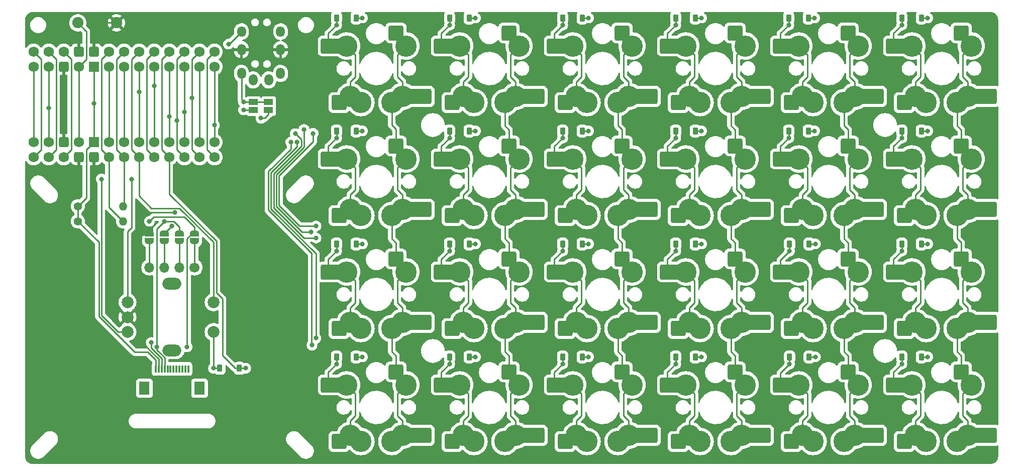
<source format=gbr>
%TF.GenerationSoftware,KiCad,Pcbnew,7.0.5*%
%TF.CreationDate,2024-08-02T10:00:01+08:00*%
%TF.ProjectId,TPS,5450532e-6b69-4636-9164-5f7063625858,rev?*%
%TF.SameCoordinates,Original*%
%TF.FileFunction,Copper,L1,Top*%
%TF.FilePolarity,Positive*%
%FSLAX46Y46*%
G04 Gerber Fmt 4.6, Leading zero omitted, Abs format (unit mm)*
G04 Created by KiCad (PCBNEW 7.0.5) date 2024-08-02 10:00:01*
%MOMM*%
%LPD*%
G01*
G04 APERTURE LIST*
G04 Aperture macros list*
%AMRoundRect*
0 Rectangle with rounded corners*
0 $1 Rounding radius*
0 $2 $3 $4 $5 $6 $7 $8 $9 X,Y pos of 4 corners*
0 Add a 4 corners polygon primitive as box body*
4,1,4,$2,$3,$4,$5,$6,$7,$8,$9,$2,$3,0*
0 Add four circle primitives for the rounded corners*
1,1,$1+$1,$2,$3*
1,1,$1+$1,$4,$5*
1,1,$1+$1,$6,$7*
1,1,$1+$1,$8,$9*
0 Add four rect primitives between the rounded corners*
20,1,$1+$1,$2,$3,$4,$5,0*
20,1,$1+$1,$4,$5,$6,$7,0*
20,1,$1+$1,$6,$7,$8,$9,0*
20,1,$1+$1,$8,$9,$2,$3,0*%
%AMOutline4P*
0 Free polygon, 4 corners , with rotation*
0 The origin of the aperture is its center*
0 number of corners: always 4*
0 $1 to $8 corner X, Y*
0 $9 Rotation angle, in degrees counterclockwise*
0 create outline with 4 corners*
4,1,4,$1,$2,$3,$4,$5,$6,$7,$8,$1,$2,$9*%
%AMFreePoly0*
4,1,19,0.500000,-0.750000,0.000000,-0.750000,0.000000,-0.744911,-0.071157,-0.744911,-0.207708,-0.704816,-0.327430,-0.627875,-0.420627,-0.520320,-0.479746,-0.390866,-0.500000,-0.250000,-0.500000,0.250000,-0.479746,0.390866,-0.420627,0.520320,-0.327430,0.627875,-0.207708,0.704816,-0.071157,0.744911,0.000000,0.744911,0.000000,0.750000,0.500000,0.750000,0.500000,-0.750000,0.500000,-0.750000,
$1*%
%AMFreePoly1*
4,1,19,0.000000,0.744911,0.071157,0.744911,0.207708,0.704816,0.327430,0.627875,0.420627,0.520320,0.479746,0.390866,0.500000,0.250000,0.500000,-0.250000,0.479746,-0.390866,0.420627,-0.520320,0.327430,-0.627875,0.207708,-0.704816,0.071157,-0.744911,0.000000,-0.744911,0.000000,-0.750000,-0.500000,-0.750000,-0.500000,0.750000,0.000000,0.750000,0.000000,0.744911,0.000000,0.744911,
$1*%
G04 Aperture macros list end*
%TA.AperFunction,ComponentPad*%
%ADD10C,3.600000*%
%TD*%
%TA.AperFunction,SMDPad,CuDef*%
%ADD11RoundRect,0.250000X-1.000000X-1.000000X1.000000X-1.000000X1.000000X1.000000X-1.000000X1.000000X0*%
%TD*%
%TA.AperFunction,SMDPad,CuDef*%
%ADD12RoundRect,0.250000X-1.675000X-1.000000X1.675000X-1.000000X1.675000X1.000000X-1.675000X1.000000X0*%
%TD*%
%TA.AperFunction,SMDPad,CuDef*%
%ADD13RoundRect,0.225000X0.225000X0.375000X-0.225000X0.375000X-0.225000X-0.375000X0.225000X-0.375000X0*%
%TD*%
%TA.AperFunction,ComponentPad*%
%ADD14O,1.500000X1.900000*%
%TD*%
%TA.AperFunction,ComponentPad*%
%ADD15O,1.500000X1.800000*%
%TD*%
%TA.AperFunction,SMDPad,CuDef*%
%ADD16FreePoly0,90.000000*%
%TD*%
%TA.AperFunction,SMDPad,CuDef*%
%ADD17FreePoly1,90.000000*%
%TD*%
%TA.AperFunction,ComponentPad*%
%ADD18O,3.200000X2.000000*%
%TD*%
%TA.AperFunction,ComponentPad*%
%ADD19C,2.000000*%
%TD*%
%TA.AperFunction,ComponentPad*%
%ADD20C,1.400000*%
%TD*%
%TA.AperFunction,ComponentPad*%
%ADD21O,1.400000X1.400000*%
%TD*%
%TA.AperFunction,SMDPad,CuDef*%
%ADD22R,1.500000X1.000000*%
%TD*%
%TA.AperFunction,ComponentPad*%
%ADD23C,1.900000*%
%TD*%
%TA.AperFunction,ComponentPad*%
%ADD24C,1.700000*%
%TD*%
%TA.AperFunction,ComponentPad*%
%ADD25O,1.700000X1.700000*%
%TD*%
%TA.AperFunction,SMDPad,CuDef*%
%ADD26R,1.800000X2.200000*%
%TD*%
%TA.AperFunction,SMDPad,CuDef*%
%ADD27R,0.300000X1.300000*%
%TD*%
%TA.AperFunction,ComponentPad*%
%ADD28C,1.752600*%
%TD*%
%TA.AperFunction,ComponentPad*%
%ADD29RoundRect,0.438150X-0.438150X-0.438150X0.438150X-0.438150X0.438150X0.438150X-0.438150X0.438150X0*%
%TD*%
%TA.AperFunction,ComponentPad*%
%ADD30RoundRect,0.438150X0.438150X0.438150X-0.438150X0.438150X-0.438150X-0.438150X0.438150X-0.438150X0*%
%TD*%
%TA.AperFunction,ComponentPad*%
%ADD31Outline4P,-0.876300X-0.876300X0.876300X-0.876300X0.876300X0.876300X-0.876300X0.876300X180.000000*%
%TD*%
%TA.AperFunction,ComponentPad*%
%ADD32Outline4P,-0.876300X-0.876300X0.876300X-0.876300X0.876300X0.876300X-0.876300X0.876300X0.000000*%
%TD*%
%TA.AperFunction,ViaPad*%
%ADD33C,0.800000*%
%TD*%
%TA.AperFunction,Conductor*%
%ADD34C,0.250000*%
%TD*%
G04 APERTURE END LIST*
D10*
%TO.P,SW16,1,1*%
%TO.N,col2*%
X157400000Y-101425000D03*
D11*
X158100000Y-89675000D03*
D10*
X159200000Y-100375000D03*
X159800000Y-91875000D03*
D12*
X162165000Y-100375000D03*
D11*
X162840000Y-100375000D03*
%TO.P,SW16,2,2*%
%TO.N,Net-(D16-Pad2)*%
X146700000Y-91875000D03*
D12*
X147375000Y-91875000D03*
D11*
X148525000Y-101425000D03*
D10*
X149800000Y-91875000D03*
X150400000Y-100375000D03*
X152200000Y-101425000D03*
%TD*%
%TO.P,SW3,1,1*%
%TO.N,col5*%
X100250000Y-82375000D03*
D11*
X100950000Y-70625000D03*
D10*
X102050000Y-81325000D03*
X102650000Y-72825000D03*
D12*
X105015000Y-81325000D03*
D11*
X105690000Y-81325000D03*
%TO.P,SW3,2,2*%
%TO.N,Net-(D3-Pad2)*%
X89550000Y-72825000D03*
D12*
X90225000Y-72825000D03*
D11*
X91375000Y-82375000D03*
D10*
X92650000Y-72825000D03*
X93250000Y-81325000D03*
X95050000Y-82375000D03*
%TD*%
%TO.P,SW4,1,1*%
%TO.N,col5*%
X100250000Y-101425000D03*
D11*
X100950000Y-89675000D03*
D10*
X102050000Y-100375000D03*
X102650000Y-91875000D03*
D12*
X105015000Y-100375000D03*
D11*
X105690000Y-100375000D03*
%TO.P,SW4,2,2*%
%TO.N,Net-(D4-Pad2)*%
X89550000Y-91875000D03*
D12*
X90225000Y-91875000D03*
D11*
X91375000Y-101425000D03*
D10*
X92650000Y-91875000D03*
X93250000Y-100375000D03*
X95050000Y-101425000D03*
%TD*%
%TO.P,SW1,1,1*%
%TO.N,col5*%
X100250000Y-44275000D03*
D11*
X100950000Y-32525000D03*
D10*
X102050000Y-43225000D03*
X102650000Y-34725000D03*
D12*
X105015000Y-43225000D03*
D11*
X105690000Y-43225000D03*
%TO.P,SW1,2,2*%
%TO.N,Net-(D1-Pad2)*%
X89550000Y-34725000D03*
D12*
X90225000Y-34725000D03*
D11*
X91375000Y-44275000D03*
D10*
X92650000Y-34725000D03*
X93250000Y-43225000D03*
X95050000Y-44275000D03*
%TD*%
%TO.P,SW7,1,1*%
%TO.N,col4*%
X119300000Y-82375000D03*
D11*
X120000000Y-70625000D03*
D10*
X121100000Y-81325000D03*
X121700000Y-72825000D03*
D12*
X124065000Y-81325000D03*
D11*
X124740000Y-81325000D03*
%TO.P,SW7,2,2*%
%TO.N,Net-(D7-Pad2)*%
X108600000Y-72825000D03*
D12*
X109275000Y-72825000D03*
D11*
X110425000Y-82375000D03*
D10*
X111700000Y-72825000D03*
X112300000Y-81325000D03*
X114100000Y-82375000D03*
%TD*%
%TO.P,SW9,1,1*%
%TO.N,col3*%
X138350000Y-44275000D03*
D11*
X139050000Y-32525000D03*
D10*
X140150000Y-43225000D03*
X140750000Y-34725000D03*
D12*
X143115000Y-43225000D03*
D11*
X143790000Y-43225000D03*
%TO.P,SW9,2,2*%
%TO.N,Net-(D9-Pad2)*%
X127650000Y-34725000D03*
D12*
X128325000Y-34725000D03*
D11*
X129475000Y-44275000D03*
D10*
X130750000Y-34725000D03*
X131350000Y-43225000D03*
X133150000Y-44275000D03*
%TD*%
%TO.P,SW17,1,1*%
%TO.N,col1*%
X176450000Y-44275000D03*
D11*
X177150000Y-32525000D03*
D10*
X178250000Y-43225000D03*
X178850000Y-34725000D03*
D12*
X181215000Y-43225000D03*
D11*
X181890000Y-43225000D03*
%TO.P,SW17,2,2*%
%TO.N,Net-(D17-Pad2)*%
X165750000Y-34725000D03*
D12*
X166425000Y-34725000D03*
D11*
X167575000Y-44275000D03*
D10*
X168850000Y-34725000D03*
X169450000Y-43225000D03*
X171250000Y-44275000D03*
%TD*%
%TO.P,SW22,1,1*%
%TO.N,col0*%
X195500000Y-63325000D03*
D11*
X196200000Y-51575000D03*
D10*
X197300000Y-62275000D03*
X197900000Y-53775000D03*
D12*
X200265000Y-62275000D03*
D11*
X200940000Y-62275000D03*
%TO.P,SW22,2,2*%
%TO.N,Net-(D22-Pad2)*%
X184800000Y-53775000D03*
D12*
X185475000Y-53775000D03*
D11*
X186625000Y-63325000D03*
D10*
X187900000Y-53775000D03*
X188500000Y-62275000D03*
X190300000Y-63325000D03*
%TD*%
%TO.P,SW21,1,1*%
%TO.N,col0*%
X195500000Y-44275000D03*
D11*
X196200000Y-32525000D03*
D10*
X197300000Y-43225000D03*
X197900000Y-34725000D03*
D12*
X200265000Y-43225000D03*
D11*
X200940000Y-43225000D03*
%TO.P,SW21,2,2*%
%TO.N,Net-(D21-Pad2)*%
X184800000Y-34725000D03*
D12*
X185475000Y-34725000D03*
D11*
X186625000Y-44275000D03*
D10*
X187900000Y-34725000D03*
X188500000Y-43225000D03*
X190300000Y-44275000D03*
%TD*%
%TO.P,SW23,1,1*%
%TO.N,col0*%
X195500000Y-82375000D03*
D11*
X196200000Y-70625000D03*
D10*
X197300000Y-81325000D03*
X197900000Y-72825000D03*
D12*
X200265000Y-81325000D03*
D11*
X200940000Y-81325000D03*
%TO.P,SW23,2,2*%
%TO.N,Net-(D23-Pad2)*%
X184800000Y-72825000D03*
D12*
X185475000Y-72825000D03*
D11*
X186625000Y-82375000D03*
D10*
X187900000Y-72825000D03*
X188500000Y-81325000D03*
X190300000Y-82375000D03*
%TD*%
%TO.P,SW18,1,1*%
%TO.N,col1*%
X176450000Y-63325000D03*
D11*
X177150000Y-51575000D03*
D10*
X178250000Y-62275000D03*
X178850000Y-53775000D03*
D12*
X181215000Y-62275000D03*
D11*
X181890000Y-62275000D03*
%TO.P,SW18,2,2*%
%TO.N,Net-(D18-Pad2)*%
X165750000Y-53775000D03*
D12*
X166425000Y-53775000D03*
D11*
X167575000Y-63325000D03*
D10*
X168850000Y-53775000D03*
X169450000Y-62275000D03*
X171250000Y-63325000D03*
%TD*%
%TO.P,SW13,1,1*%
%TO.N,col2*%
X157400000Y-44275000D03*
D11*
X158100000Y-32525000D03*
D10*
X159200000Y-43225000D03*
X159800000Y-34725000D03*
D12*
X162165000Y-43225000D03*
D11*
X162840000Y-43225000D03*
%TO.P,SW13,2,2*%
%TO.N,Net-(D13-Pad2)*%
X146700000Y-34725000D03*
D12*
X147375000Y-34725000D03*
D11*
X148525000Y-44275000D03*
D10*
X149800000Y-34725000D03*
X150400000Y-43225000D03*
X152200000Y-44275000D03*
%TD*%
%TO.P,SW12,1,1*%
%TO.N,col3*%
X138350000Y-101425000D03*
D11*
X139050000Y-89675000D03*
D10*
X140150000Y-100375000D03*
X140750000Y-91875000D03*
D12*
X143115000Y-100375000D03*
D11*
X143790000Y-100375000D03*
%TO.P,SW12,2,2*%
%TO.N,Net-(D12-Pad2)*%
X127650000Y-91875000D03*
D12*
X128325000Y-91875000D03*
D11*
X129475000Y-101425000D03*
D10*
X130750000Y-91875000D03*
X131350000Y-100375000D03*
X133150000Y-101425000D03*
%TD*%
%TO.P,SW14,1,1*%
%TO.N,col2*%
X157400000Y-63325000D03*
D11*
X158100000Y-51575000D03*
D10*
X159200000Y-62275000D03*
X159800000Y-53775000D03*
D12*
X162165000Y-62275000D03*
D11*
X162840000Y-62275000D03*
%TO.P,SW14,2,2*%
%TO.N,Net-(D14-Pad2)*%
X146700000Y-53775000D03*
D12*
X147375000Y-53775000D03*
D11*
X148525000Y-63325000D03*
D10*
X149800000Y-53775000D03*
X150400000Y-62275000D03*
X152200000Y-63325000D03*
%TD*%
%TO.P,SW5,1,1*%
%TO.N,col4*%
X119300000Y-44275000D03*
D11*
X120000000Y-32525000D03*
D10*
X121100000Y-43225000D03*
X121700000Y-34725000D03*
D12*
X124065000Y-43225000D03*
D11*
X124740000Y-43225000D03*
%TO.P,SW5,2,2*%
%TO.N,Net-(D5-Pad2)*%
X108600000Y-34725000D03*
D12*
X109275000Y-34725000D03*
D11*
X110425000Y-44275000D03*
D10*
X111700000Y-34725000D03*
X112300000Y-43225000D03*
X114100000Y-44275000D03*
%TD*%
%TO.P,SW11,1,1*%
%TO.N,col3*%
X138350000Y-82375000D03*
D11*
X139050000Y-70625000D03*
D10*
X140150000Y-81325000D03*
X140750000Y-72825000D03*
D12*
X143115000Y-81325000D03*
D11*
X143790000Y-81325000D03*
%TO.P,SW11,2,2*%
%TO.N,Net-(D11-Pad2)*%
X127650000Y-72825000D03*
D12*
X128325000Y-72825000D03*
D11*
X129475000Y-82375000D03*
D10*
X130750000Y-72825000D03*
X131350000Y-81325000D03*
X133150000Y-82375000D03*
%TD*%
%TO.P,SW20,1,1*%
%TO.N,col1*%
X176450000Y-101425000D03*
D11*
X177150000Y-89675000D03*
D10*
X178250000Y-100375000D03*
X178850000Y-91875000D03*
D12*
X181215000Y-100375000D03*
D11*
X181890000Y-100375000D03*
%TO.P,SW20,2,2*%
%TO.N,Net-(D20-Pad2)*%
X165750000Y-91875000D03*
D12*
X166425000Y-91875000D03*
D11*
X167575000Y-101425000D03*
D10*
X168850000Y-91875000D03*
X169450000Y-100375000D03*
X171250000Y-101425000D03*
%TD*%
%TO.P,SW15,1,1*%
%TO.N,col2*%
X157400000Y-82375000D03*
D11*
X158100000Y-70625000D03*
D10*
X159200000Y-81325000D03*
X159800000Y-72825000D03*
D12*
X162165000Y-81325000D03*
D11*
X162840000Y-81325000D03*
%TO.P,SW15,2,2*%
%TO.N,Net-(D15-Pad2)*%
X146700000Y-72825000D03*
D12*
X147375000Y-72825000D03*
D11*
X148525000Y-82375000D03*
D10*
X149800000Y-72825000D03*
X150400000Y-81325000D03*
X152200000Y-82375000D03*
%TD*%
%TO.P,SW10,1,1*%
%TO.N,col3*%
X138350000Y-63325000D03*
D11*
X139050000Y-51575000D03*
D10*
X140150000Y-62275000D03*
X140750000Y-53775000D03*
D12*
X143115000Y-62275000D03*
D11*
X143790000Y-62275000D03*
%TO.P,SW10,2,2*%
%TO.N,Net-(D10-Pad2)*%
X127650000Y-53775000D03*
D12*
X128325000Y-53775000D03*
D11*
X129475000Y-63325000D03*
D10*
X130750000Y-53775000D03*
X131350000Y-62275000D03*
X133150000Y-63325000D03*
%TD*%
%TO.P,SW6,1,1*%
%TO.N,col4*%
X119300000Y-63325000D03*
D11*
X120000000Y-51575000D03*
D10*
X121100000Y-62275000D03*
X121700000Y-53775000D03*
D12*
X124065000Y-62275000D03*
D11*
X124740000Y-62275000D03*
%TO.P,SW6,2,2*%
%TO.N,Net-(D6-Pad2)*%
X108600000Y-53775000D03*
D12*
X109275000Y-53775000D03*
D11*
X110425000Y-63325000D03*
D10*
X111700000Y-53775000D03*
X112300000Y-62275000D03*
X114100000Y-63325000D03*
%TD*%
%TO.P,SW2,1,1*%
%TO.N,col5*%
X100250000Y-63325000D03*
D11*
X100950000Y-51575000D03*
D10*
X102050000Y-62275000D03*
X102650000Y-53775000D03*
D12*
X105015000Y-62275000D03*
D11*
X105690000Y-62275000D03*
%TO.P,SW2,2,2*%
%TO.N,Net-(D2-Pad2)*%
X89550000Y-53775000D03*
D12*
X90225000Y-53775000D03*
D11*
X91375000Y-63325000D03*
D10*
X92650000Y-53775000D03*
X93250000Y-62275000D03*
X95050000Y-63325000D03*
%TD*%
%TO.P,SW24,1,1*%
%TO.N,col0*%
X195500000Y-101425000D03*
D11*
X196200000Y-89675000D03*
D10*
X197300000Y-100375000D03*
X197900000Y-91875000D03*
D12*
X200265000Y-100375000D03*
D11*
X200940000Y-100375000D03*
%TO.P,SW24,2,2*%
%TO.N,Net-(D24-Pad2)*%
X184800000Y-91875000D03*
D12*
X185475000Y-91875000D03*
D11*
X186625000Y-101425000D03*
D10*
X187900000Y-91875000D03*
X188500000Y-100375000D03*
X190300000Y-101425000D03*
%TD*%
%TO.P,SW8,1,1*%
%TO.N,col4*%
X119300000Y-101425000D03*
D11*
X120000000Y-89675000D03*
D10*
X121100000Y-100375000D03*
X121700000Y-91875000D03*
D12*
X124065000Y-100375000D03*
D11*
X124740000Y-100375000D03*
%TO.P,SW8,2,2*%
%TO.N,Net-(D8-Pad2)*%
X108600000Y-91875000D03*
D12*
X109275000Y-91875000D03*
D11*
X110425000Y-101425000D03*
D10*
X111700000Y-91875000D03*
X112300000Y-100375000D03*
X114100000Y-101425000D03*
%TD*%
%TO.P,SW19,1,1*%
%TO.N,col1*%
X176450000Y-82375000D03*
D11*
X177150000Y-70625000D03*
D10*
X178250000Y-81325000D03*
X178850000Y-72825000D03*
D12*
X181215000Y-81325000D03*
D11*
X181890000Y-81325000D03*
%TO.P,SW19,2,2*%
%TO.N,Net-(D19-Pad2)*%
X165750000Y-72825000D03*
D12*
X166425000Y-72825000D03*
D11*
X167575000Y-82375000D03*
D10*
X168850000Y-72825000D03*
X169450000Y-81325000D03*
X171250000Y-82375000D03*
%TD*%
D13*
%TO.P,D13,1*%
%TO.N,row0*%
X151400000Y-30000000D03*
%TO.P,D13,2*%
%TO.N,Net-(D13-Pad2)*%
X148100000Y-30000000D03*
%TD*%
%TO.P,D20,1*%
%TO.N,row3*%
X170580000Y-87150000D03*
%TO.P,D20,2*%
%TO.N,Net-(D20-Pad2)*%
X167280000Y-87150000D03*
%TD*%
%TO.P,D1,1*%
%TO.N,row0*%
X94250000Y-30000000D03*
%TO.P,D1,2*%
%TO.N,Net-(D1-Pad2)*%
X90950000Y-30000000D03*
%TD*%
%TO.P,D18,1*%
%TO.N,row1*%
X170450000Y-49050000D03*
%TO.P,D18,2*%
%TO.N,Net-(D18-Pad2)*%
X167150000Y-49050000D03*
%TD*%
%TO.P,D22,1*%
%TO.N,row1*%
X189500000Y-49050000D03*
%TO.P,D22,2*%
%TO.N,Net-(D22-Pad2)*%
X186200000Y-49050000D03*
%TD*%
%TO.P,D6,1*%
%TO.N,row1*%
X113300000Y-49050000D03*
%TO.P,D6,2*%
%TO.N,Net-(D6-Pad2)*%
X110000000Y-49050000D03*
%TD*%
D14*
%TO.P,T1,1,T/VCC*%
%TO.N,VCC*%
X74914000Y-39350000D03*
X81514000Y-39350000D03*
D15*
%TO.P,T1,2,R/SNL*%
%TO.N,SGN*%
X74914000Y-32302000D03*
X81514000Y-32302000D03*
D14*
%TO.P,T1,3,R/GND*%
%TO.N,GND*%
X74914000Y-35350000D03*
X81514000Y-35350000D03*
%TO.P,T1,4,S/No*%
%TO.N,unconnected-(T1-S{slash}No-Pad4)*%
X76914000Y-40450000D03*
X79514000Y-40450000D03*
%TD*%
D13*
%TO.P,D2,1*%
%TO.N,row1*%
X94250000Y-49050000D03*
%TO.P,D2,2*%
%TO.N,Net-(D2-Pad2)*%
X90950000Y-49050000D03*
%TD*%
%TO.P,D7,1*%
%TO.N,row2*%
X113300000Y-68100000D03*
%TO.P,D7,2*%
%TO.N,Net-(D7-Pad2)*%
X110000000Y-68100000D03*
%TD*%
%TO.P,D19,1*%
%TO.N,row2*%
X170580000Y-68100000D03*
%TO.P,D19,2*%
%TO.N,Net-(D19-Pad2)*%
X167280000Y-68100000D03*
%TD*%
D16*
%TO.P,JP5,1,A*%
%TO.N,Net-(J1-Pin_1)*%
X67027500Y-67643000D03*
D17*
%TO.P,JP5,2,B*%
%TO.N,SDA*%
X67027500Y-66343000D03*
%TD*%
D13*
%TO.P,D12,1*%
%TO.N,row3*%
X132350000Y-87150000D03*
%TO.P,D12,2*%
%TO.N,Net-(D12-Pad2)*%
X129050000Y-87150000D03*
%TD*%
%TO.P,D25,1*%
%TO.N,row3*%
X74571000Y-89075000D03*
%TO.P,D25,2*%
%TO.N,Net-(D25-Pad2)*%
X71271000Y-89075000D03*
%TD*%
%TO.P,D4,1*%
%TO.N,row3*%
X94250000Y-87150000D03*
%TO.P,D4,2*%
%TO.N,Net-(D4-Pad2)*%
X90950000Y-87150000D03*
%TD*%
%TO.P,D14,1*%
%TO.N,row1*%
X151400000Y-49050000D03*
%TO.P,D14,2*%
%TO.N,Net-(D14-Pad2)*%
X148100000Y-49050000D03*
%TD*%
%TO.P,D11,1*%
%TO.N,row2*%
X132350000Y-68100000D03*
%TO.P,D11,2*%
%TO.N,Net-(D11-Pad2)*%
X129050000Y-68100000D03*
%TD*%
%TO.P,D10,1*%
%TO.N,row1*%
X132350000Y-49050000D03*
%TO.P,D10,2*%
%TO.N,Net-(D10-Pad2)*%
X129050000Y-49050000D03*
%TD*%
D18*
%TO.P,SW25,*%
%TO.N,*%
X63218000Y-74843000D03*
X63218000Y-86043000D03*
D19*
%TO.P,SW25,A,CLK*%
%TO.N,X{slash}A*%
X55718000Y-77943000D03*
%TO.P,SW25,B,DT*%
%TO.N,Y{slash}B*%
X55718000Y-82943000D03*
%TO.P,SW25,C,GND*%
%TO.N,GND*%
X55718000Y-80443000D03*
%TO.P,SW25,S1,SW*%
%TO.N,col6*%
X70218000Y-77943000D03*
%TO.P,SW25,S2,GND*%
%TO.N,Net-(D25-Pad2)*%
X70218000Y-82943000D03*
%TD*%
D20*
%TO.P,R1,1*%
%TO.N,+3V3*%
X47351000Y-64293000D03*
D21*
%TO.P,R1,2*%
%TO.N,SDA*%
X54971000Y-64293000D03*
%TD*%
D13*
%TO.P,D16,1*%
%TO.N,row3*%
X151400000Y-87150000D03*
%TO.P,D16,2*%
%TO.N,Net-(D16-Pad2)*%
X148100000Y-87150000D03*
%TD*%
%TO.P,D17,1*%
%TO.N,row0*%
X170450000Y-30000000D03*
%TO.P,D17,2*%
%TO.N,Net-(D17-Pad2)*%
X167150000Y-30000000D03*
%TD*%
D16*
%TO.P,JP7,1,A*%
%TO.N,Net-(J1-Pin_3)*%
X61947500Y-67643000D03*
D17*
%TO.P,JP7,2,B*%
%TO.N,+3V3*%
X61947500Y-66343000D03*
%TD*%
D22*
%TO.P,JP1,1,A*%
%TO.N,+3V3*%
X76944000Y-45500000D03*
%TO.P,JP1,2,B*%
%TO.N,VCC*%
X76944000Y-44200000D03*
%TD*%
%TO.P,JP2,1,A*%
%TO.N,+5V*%
X79484000Y-45500000D03*
%TO.P,JP2,2,B*%
%TO.N,VCC*%
X79484000Y-44200000D03*
%TD*%
D23*
%TO.P,RST1,1,1*%
%TO.N,GND*%
X53851000Y-30823000D03*
%TO.P,RST1,2,2*%
%TO.N,RST*%
X47351000Y-30823000D03*
%TD*%
D13*
%TO.P,D3,1*%
%TO.N,row2*%
X94250000Y-68100000D03*
%TO.P,D3,2*%
%TO.N,Net-(D3-Pad2)*%
X90950000Y-68100000D03*
%TD*%
%TO.P,D15,1*%
%TO.N,row2*%
X151400000Y-68100000D03*
%TO.P,D15,2*%
%TO.N,Net-(D15-Pad2)*%
X148100000Y-68100000D03*
%TD*%
%TO.P,D8,1*%
%TO.N,row3*%
X113300000Y-87150000D03*
%TO.P,D8,2*%
%TO.N,Net-(D8-Pad2)*%
X110000000Y-87150000D03*
%TD*%
%TO.P,D9,1*%
%TO.N,row0*%
X132350000Y-30000000D03*
%TO.P,D9,2*%
%TO.N,Net-(D9-Pad2)*%
X129050000Y-30000000D03*
%TD*%
%TO.P,D24,1*%
%TO.N,row3*%
X189500000Y-87150000D03*
%TO.P,D24,2*%
%TO.N,Net-(D24-Pad2)*%
X186200000Y-87150000D03*
%TD*%
D24*
%TO.P,J1,1,Pin_1*%
%TO.N,Net-(J1-Pin_1)*%
X67027500Y-72073000D03*
D25*
%TO.P,J1,2,Pin_2*%
%TO.N,Net-(J1-Pin_2)*%
X64487500Y-72073000D03*
%TO.P,J1,3,Pin_3*%
%TO.N,Net-(J1-Pin_3)*%
X61947500Y-72073000D03*
%TO.P,J1,4,Pin_4*%
%TO.N,Net-(J1-Pin_4)*%
X59407500Y-72073000D03*
%TD*%
D26*
%TO.P,J2,*%
%TO.N,*%
X58571000Y-92443000D03*
X67871000Y-92443000D03*
D27*
%TO.P,J2,1,Pin_1*%
%TO.N,+3V3*%
X60471000Y-89193000D03*
%TO.P,J2,2,Pin_2*%
%TO.N,GND*%
X60971000Y-89193000D03*
%TO.P,J2,3,Pin_3*%
%TO.N,SDA*%
X61471000Y-89193000D03*
%TO.P,J2,4,Pin_4*%
%TO.N,SCL*%
X61971000Y-89193000D03*
%TO.P,J2,5,Pin_5*%
%TO.N,unconnected-(J2-Pin_5-Pad5)*%
X62471000Y-89193000D03*
%TO.P,J2,6,Pin_6*%
%TO.N,unconnected-(J2-Pin_6-Pad6)*%
X62971000Y-89193000D03*
%TO.P,J2,7,Pin_7*%
%TO.N,unconnected-(J2-Pin_7-Pad7)*%
X63471000Y-89193000D03*
%TO.P,J2,8,Pin_8*%
%TO.N,unconnected-(J2-Pin_8-Pad8)*%
X63971000Y-89193000D03*
%TO.P,J2,9,Pin_9*%
%TO.N,unconnected-(J2-Pin_9-Pad9)*%
X64471000Y-89193000D03*
%TO.P,J2,10,Pin_10*%
%TO.N,unconnected-(J2-Pin_10-Pad10)*%
X64971000Y-89193000D03*
%TO.P,J2,11,Pin_11*%
%TO.N,unconnected-(J2-Pin_11-Pad11)*%
X65471000Y-89193000D03*
%TO.P,J2,12,Pin_12*%
%TO.N,unconnected-(J2-Pin_12-Pad12)*%
X65971000Y-89193000D03*
%TD*%
D20*
%TO.P,R2,1*%
%TO.N,+3V3*%
X47351000Y-61753000D03*
D21*
%TO.P,R2,2*%
%TO.N,SCL*%
X54971000Y-61753000D03*
%TD*%
D13*
%TO.P,D21,1*%
%TO.N,row0*%
X189500000Y-30000000D03*
%TO.P,D21,2*%
%TO.N,Net-(D21-Pad2)*%
X186200000Y-30000000D03*
%TD*%
%TO.P,D5,1*%
%TO.N,row0*%
X113300000Y-30000000D03*
%TO.P,D5,2*%
%TO.N,Net-(D5-Pad2)*%
X110000000Y-30000000D03*
%TD*%
%TO.P,D23,1*%
%TO.N,row2*%
X189500000Y-68100000D03*
%TO.P,D23,2*%
%TO.N,Net-(D23-Pad2)*%
X186200000Y-68100000D03*
%TD*%
D16*
%TO.P,JP6,1,A*%
%TO.N,Net-(J1-Pin_2)*%
X64487500Y-67643000D03*
D17*
%TO.P,JP6,2,B*%
%TO.N,SCL*%
X64487500Y-66343000D03*
%TD*%
D16*
%TO.P,JP8,1,A*%
%TO.N,Net-(J1-Pin_4)*%
X59407500Y-67643000D03*
D17*
%TO.P,JP8,2,B*%
%TO.N,GND*%
X59407500Y-66343000D03*
%TD*%
D28*
%TO.P,U1,1,?*%
%TO.N,unconnected-(U1-?-Pad1)*%
X39881000Y-35681000D03*
X39881000Y-53461000D03*
%TO.P,U1,2,0/PD3*%
%TO.N,unconnected-(U1-0{slash}PD3-Pad2)*%
X42421000Y-35681000D03*
X42421000Y-53461000D03*
%TO.P,U1,3,1/PD2*%
%TO.N,SGN*%
X44961000Y-35681000D03*
X44961000Y-53461000D03*
D29*
%TO.P,U1,4,GND*%
%TO.N,GND*%
X47501000Y-35681000D03*
D30*
X47501000Y-53461000D03*
D29*
%TO.P,U1,5,GND*%
X50041000Y-35681000D03*
D30*
X50041000Y-53461000D03*
D28*
%TO.P,U1,6,2/PD1*%
%TO.N,SDA*%
X52581000Y-35681000D03*
X52581000Y-53461000D03*
%TO.P,U1,7,3/PD0*%
%TO.N,SCL*%
X55121000Y-35681000D03*
X55121000Y-53461000D03*
%TO.P,U1,8,4/PD4*%
%TO.N,col6*%
X57661000Y-35681000D03*
X57661000Y-53461000D03*
%TO.P,U1,9,5/PC6*%
%TO.N,unconnected-(U1-5{slash}PC6-Pad9)*%
X60201000Y-35681000D03*
X60201000Y-53461000D03*
%TO.P,U1,10,6/PD7*%
%TO.N,row3*%
X62741000Y-35681000D03*
X62741000Y-53461000D03*
%TO.P,U1,11,7/PE6*%
%TO.N,row2*%
X65281000Y-35681000D03*
X65281000Y-53461000D03*
%TO.P,U1,12,8/PB4*%
%TO.N,row1*%
X67821000Y-35681000D03*
X67821000Y-53461000D03*
%TO.P,U1,13,9/PB5*%
%TO.N,row0*%
X70361000Y-35681000D03*
X70361000Y-53461000D03*
%TO.P,U1,14,21/PB6*%
%TO.N,col5*%
X70361000Y-38221000D03*
X70361000Y-50921000D03*
%TO.P,U1,15,23/PB2*%
%TO.N,col4*%
X67821000Y-38221000D03*
X67821000Y-50921000D03*
%TO.P,U1,16,20/PB3*%
%TO.N,col3*%
X65281000Y-38221000D03*
X65281000Y-50921000D03*
%TO.P,U1,17,22/PB1*%
%TO.N,col2*%
X62741000Y-38221000D03*
X62741000Y-50921000D03*
%TO.P,U1,18,26/PF7*%
%TO.N,col1*%
X60201000Y-38221000D03*
X60201000Y-50921000D03*
%TO.P,U1,19,27/PF6*%
%TO.N,col0*%
X57661000Y-38221000D03*
X57661000Y-50921000D03*
%TO.P,U1,20,28/PF5*%
%TO.N,X{slash}A*%
X55121000Y-38221000D03*
X55121000Y-50921000D03*
%TO.P,U1,21,29/PF4*%
%TO.N,Y{slash}B*%
X52581000Y-38221000D03*
X52581000Y-50921000D03*
D31*
%TO.P,U1,22,VCC*%
%TO.N,+3V3*%
X50041000Y-38221000D03*
D32*
X50041000Y-50921000D03*
D28*
%TO.P,U1,23,RST*%
%TO.N,RST*%
X47501000Y-38221000D03*
X47501000Y-50921000D03*
D30*
%TO.P,U1,24,GND*%
%TO.N,GND*%
X44961000Y-38221000D03*
D29*
X44961000Y-50921000D03*
D28*
%TO.P,U1,25,B0*%
%TO.N,+5V*%
X42421000Y-38221000D03*
X42421000Y-50921000D03*
%TO.P,U1,26,?*%
%TO.N,unconnected-(U1-?-Pad26)*%
X39881000Y-38221000D03*
X39881000Y-50921000D03*
%TD*%
D33*
%TO.N,row0*%
X171500000Y-30000000D03*
X152450000Y-30000000D03*
X133400000Y-30000000D03*
X95300000Y-30000000D03*
X114350000Y-30000000D03*
X190550000Y-30000000D03*
%TO.N,Net-(D1-Pad2)*%
X90950000Y-31200000D03*
%TO.N,row1*%
X152450000Y-49050000D03*
X95300000Y-49050000D03*
X133400000Y-49050000D03*
X171500000Y-49050000D03*
X114350000Y-49050000D03*
X190550000Y-49050000D03*
X66540000Y-43450000D03*
%TO.N,Net-(D2-Pad2)*%
X90950000Y-50250000D03*
%TO.N,row2*%
X114350000Y-68100000D03*
X171630000Y-68100000D03*
X87480000Y-67100000D03*
X64010000Y-47334500D03*
X190550000Y-68100000D03*
X152450000Y-68100000D03*
X83980000Y-49514500D03*
X133400000Y-68100000D03*
X95300000Y-68100000D03*
%TO.N,Net-(D3-Pad2)*%
X90950000Y-69300000D03*
%TO.N,row3*%
X190550000Y-87150000D03*
X152450000Y-87150000D03*
X171630000Y-87150000D03*
X75621000Y-89075000D03*
X133400000Y-87150000D03*
X95300000Y-87150000D03*
X114350000Y-87150000D03*
%TO.N,Net-(D4-Pad2)*%
X90950000Y-88350000D03*
%TO.N,Net-(D5-Pad2)*%
X110000000Y-31200000D03*
%TO.N,Net-(D6-Pad2)*%
X110000000Y-50250000D03*
%TO.N,Net-(D7-Pad2)*%
X110000000Y-69300000D03*
%TO.N,Net-(D8-Pad2)*%
X110000000Y-88350000D03*
%TO.N,Net-(D9-Pad2)*%
X129050000Y-31210000D03*
%TO.N,Net-(D10-Pad2)*%
X129050000Y-50250000D03*
%TO.N,Net-(D11-Pad2)*%
X129050000Y-69300000D03*
%TO.N,Net-(D12-Pad2)*%
X129050000Y-88350000D03*
%TO.N,Net-(D13-Pad2)*%
X148100000Y-31200000D03*
%TO.N,Net-(D14-Pad2)*%
X148090000Y-50250000D03*
%TO.N,Net-(D15-Pad2)*%
X148100000Y-69300000D03*
%TO.N,Net-(D16-Pad2)*%
X148100000Y-88350000D03*
%TO.N,Net-(D17-Pad2)*%
X167150000Y-31200000D03*
%TO.N,Net-(D18-Pad2)*%
X167150000Y-50250000D03*
%TO.N,Net-(D19-Pad2)*%
X167280000Y-69300000D03*
%TO.N,Net-(D20-Pad2)*%
X167280000Y-88350000D03*
%TO.N,Net-(D21-Pad2)*%
X186200000Y-31200000D03*
%TO.N,Net-(D22-Pad2)*%
X186200000Y-50250000D03*
%TO.N,Net-(D23-Pad2)*%
X186200000Y-69300000D03*
%TO.N,Net-(D24-Pad2)*%
X186200000Y-88350000D03*
%TO.N,col0*%
X57661000Y-42450000D03*
%TO.N,col1*%
X60201000Y-41460000D03*
%TO.N,col2*%
X85460000Y-48790000D03*
X62741000Y-46610000D03*
X86640000Y-66120000D03*
%TO.N,col3*%
X65281000Y-45880000D03*
X87480000Y-65080000D03*
X86990000Y-49460000D03*
%TO.N,col4*%
X86810000Y-85170000D03*
X83230000Y-50920000D03*
%TO.N,col5*%
X70361000Y-48070000D03*
X84260000Y-50920000D03*
X87455000Y-83995000D03*
%TO.N,GND*%
X45030000Y-31610000D03*
X63680000Y-62820000D03*
X200660000Y-87920000D03*
X200640000Y-68880000D03*
X57740000Y-66340000D03*
X44961000Y-43640000D03*
X200650000Y-49830000D03*
X200650000Y-30780000D03*
X45590000Y-56650000D03*
%TO.N,SDA*%
X59407500Y-64293000D03*
X65760000Y-85460000D03*
X59720000Y-84720000D03*
%TO.N,SCL*%
X60670000Y-85450000D03*
X61947500Y-64293000D03*
%TO.N,X{slash}A*%
X56380000Y-57190000D03*
%TO.N,SGN*%
X72730000Y-34410000D03*
%TO.N,Y{slash}B*%
X51320000Y-57170000D03*
%TO.N,+3V3*%
X63220000Y-65060000D03*
X50041000Y-44410000D03*
X75280000Y-45500000D03*
%TO.N,+5V*%
X42421000Y-45150000D03*
X78214000Y-46910000D03*
%TO.N,VCC*%
X75280000Y-44200000D03*
%TO.N,Net-(D25-Pad2)*%
X70218000Y-89075000D03*
%TD*%
D34*
%TO.N,row0*%
X170450000Y-30000000D02*
X171500000Y-30000000D01*
X70361000Y-35681000D02*
X69090000Y-36952000D01*
X95300000Y-30000000D02*
X94250000Y-30000000D01*
X132350000Y-30000000D02*
X133400000Y-30000000D01*
X69090000Y-52190000D02*
X70361000Y-53461000D01*
X113300000Y-30000000D02*
X114350000Y-30000000D01*
X151400000Y-30000000D02*
X152450000Y-30000000D01*
X69090000Y-36952000D02*
X69090000Y-52190000D01*
X189500000Y-30000000D02*
X190550000Y-30000000D01*
%TO.N,Net-(D1-Pad2)*%
X90950000Y-31200000D02*
X90950000Y-30000000D01*
X94100000Y-36175000D02*
X94100000Y-39910000D01*
X94100000Y-39910000D02*
X93250000Y-40760000D01*
X93250000Y-40760000D02*
X93250000Y-43225000D01*
X89550000Y-32600000D02*
X89550000Y-34525000D01*
X90950000Y-31200000D02*
X89550000Y-32600000D01*
X92650000Y-34725000D02*
X94100000Y-36175000D01*
%TO.N,row1*%
X66540000Y-36962000D02*
X66540000Y-43110000D01*
X66540000Y-43110000D02*
X66540000Y-52180000D01*
X94250000Y-49050000D02*
X95300000Y-49050000D01*
X189500000Y-49050000D02*
X190550000Y-49050000D01*
X113300000Y-49050000D02*
X114350000Y-49050000D01*
X170450000Y-49050000D02*
X171500000Y-49050000D01*
X66540000Y-52180000D02*
X67821000Y-53461000D01*
X132350000Y-49050000D02*
X133400000Y-49050000D01*
X151400000Y-49050000D02*
X152450000Y-49050000D01*
X67821000Y-35681000D02*
X66540000Y-36962000D01*
%TO.N,Net-(D2-Pad2)*%
X94100000Y-55225000D02*
X92650000Y-53775000D01*
X90950000Y-50250000D02*
X89550000Y-51650000D01*
X90950000Y-49050000D02*
X90950000Y-50250000D01*
X93250000Y-59810000D02*
X94100000Y-58960000D01*
X93250000Y-62275000D02*
X93250000Y-59810000D01*
X94100000Y-58960000D02*
X94100000Y-55225000D01*
X89550000Y-51650000D02*
X89550000Y-53575000D01*
%TO.N,row2*%
X80340000Y-56257208D02*
X85010000Y-51587208D01*
X64010000Y-47450000D02*
X64010000Y-52190000D01*
X64010000Y-52190000D02*
X65281000Y-53461000D01*
X65281000Y-35681000D02*
X64010000Y-36952000D01*
X189500000Y-68100000D02*
X190550000Y-68100000D01*
X94250000Y-68100000D02*
X95300000Y-68100000D01*
X85010000Y-51587208D02*
X85010000Y-50544500D01*
X85442792Y-67100000D02*
X80340000Y-61997208D01*
X85010000Y-50544500D02*
X83980000Y-49514500D01*
X170580000Y-68100000D02*
X171630000Y-68100000D01*
X87480000Y-67100000D02*
X85442792Y-67100000D01*
X64010000Y-36952000D02*
X64010000Y-47450000D01*
X132350000Y-68100000D02*
X133400000Y-68100000D01*
X113300000Y-68100000D02*
X114350000Y-68100000D01*
X151400000Y-68100000D02*
X152450000Y-68100000D01*
X80340000Y-61997208D02*
X80340000Y-56257208D01*
%TO.N,Net-(D3-Pad2)*%
X89550000Y-70700000D02*
X89550000Y-72625000D01*
X90950000Y-69300000D02*
X90950000Y-68100000D01*
X94100000Y-74275000D02*
X92650000Y-72825000D01*
X93250000Y-81325000D02*
X93250000Y-78860000D01*
X90950000Y-69300000D02*
X89550000Y-70700000D01*
X94100000Y-78010000D02*
X94100000Y-74275000D01*
X93250000Y-78860000D02*
X94100000Y-78010000D01*
%TO.N,row3*%
X70680000Y-76350000D02*
X71710000Y-77380000D01*
X62741000Y-59704604D02*
X70680000Y-67643604D01*
X74571000Y-89075000D02*
X75621000Y-89075000D01*
X94250000Y-87150000D02*
X95300000Y-87150000D01*
X61470000Y-36952000D02*
X61470000Y-52190000D01*
X71710000Y-86920000D02*
X73865000Y-89075000D01*
X132350000Y-87150000D02*
X133400000Y-87150000D01*
X62741000Y-35681000D02*
X61470000Y-36952000D01*
X61470000Y-52190000D02*
X62741000Y-53461000D01*
X170580000Y-87150000D02*
X171630000Y-87150000D01*
X189500000Y-87150000D02*
X190550000Y-87150000D01*
X62741000Y-53461000D02*
X62741000Y-59704604D01*
X113300000Y-87150000D02*
X114350000Y-87150000D01*
X71710000Y-77380000D02*
X71710000Y-86920000D01*
X151400000Y-87150000D02*
X152450000Y-87150000D01*
X70680000Y-67643604D02*
X70680000Y-76350000D01*
X73865000Y-89075000D02*
X74571000Y-89075000D01*
%TO.N,Net-(D4-Pad2)*%
X92650000Y-91875000D02*
X94100000Y-93325000D01*
X90950000Y-88350000D02*
X89550000Y-89750000D01*
X94100000Y-97040000D02*
X93250000Y-97890000D01*
X94100000Y-93325000D02*
X94100000Y-97040000D01*
X90950000Y-87150000D02*
X90950000Y-88350000D01*
X93250000Y-97890000D02*
X93250000Y-100375000D01*
X89550000Y-89750000D02*
X89550000Y-91675000D01*
%TO.N,Net-(D5-Pad2)*%
X110000000Y-31200000D02*
X108600000Y-32600000D01*
X112300000Y-43225000D02*
X112300000Y-40740000D01*
X108600000Y-32600000D02*
X108600000Y-34525000D01*
X113150000Y-39890000D02*
X113150000Y-36175000D01*
X113150000Y-36175000D02*
X111700000Y-34725000D01*
X112300000Y-40740000D02*
X113150000Y-39890000D01*
X110000000Y-31200000D02*
X110000000Y-30000000D01*
%TO.N,Net-(D6-Pad2)*%
X113150000Y-58960000D02*
X112300000Y-59810000D01*
X108600000Y-51650000D02*
X108600000Y-53575000D01*
X110000000Y-49050000D02*
X110000000Y-50250000D01*
X111700000Y-53775000D02*
X113150000Y-55225000D01*
X110000000Y-50250000D02*
X108600000Y-51650000D01*
X113150000Y-55225000D02*
X113150000Y-58960000D01*
X112300000Y-59810000D02*
X112300000Y-62275000D01*
%TO.N,Net-(D7-Pad2)*%
X112300000Y-81325000D02*
X112300000Y-78860000D01*
X110000000Y-69300000D02*
X108600000Y-70700000D01*
X110000000Y-68100000D02*
X110000000Y-69300000D01*
X108600000Y-70700000D02*
X108600000Y-72625000D01*
X113150000Y-74275000D02*
X111700000Y-72825000D01*
X113150000Y-78010000D02*
X113150000Y-74275000D01*
X112300000Y-78860000D02*
X113150000Y-78010000D01*
%TO.N,Net-(D8-Pad2)*%
X110000000Y-87150000D02*
X110000000Y-88350000D01*
X113140000Y-97080000D02*
X113140000Y-93315000D01*
X108600000Y-91675000D02*
X108600000Y-89750000D01*
X113140000Y-93315000D02*
X111700000Y-91875000D01*
X108600000Y-89750000D02*
X110000000Y-88350000D01*
X112300000Y-100375000D02*
X112300000Y-97920000D01*
X112300000Y-97920000D02*
X113140000Y-97080000D01*
%TO.N,Net-(D9-Pad2)*%
X132200000Y-36175000D02*
X132200000Y-39910000D01*
X130750000Y-34725000D02*
X132200000Y-36175000D01*
X131350000Y-40760000D02*
X131350000Y-43225000D01*
X129050000Y-30000000D02*
X129050000Y-31210000D01*
X132200000Y-39910000D02*
X131350000Y-40760000D01*
X127650000Y-32610000D02*
X127650000Y-34525000D01*
X129050000Y-31210000D02*
X127650000Y-32610000D01*
%TO.N,Net-(D10-Pad2)*%
X131350000Y-59810000D02*
X131350000Y-62275000D01*
X129050000Y-50250000D02*
X127650000Y-51650000D01*
X127650000Y-51650000D02*
X127650000Y-53575000D01*
X130750000Y-53775000D02*
X132200000Y-55225000D01*
X129050000Y-49050000D02*
X129050000Y-50250000D01*
X132200000Y-55225000D02*
X132200000Y-58960000D01*
X132200000Y-58960000D02*
X131350000Y-59810000D01*
%TO.N,Net-(D11-Pad2)*%
X131350000Y-78860000D02*
X131350000Y-81325000D01*
X130750000Y-72825000D02*
X132200000Y-74275000D01*
X129050000Y-69300000D02*
X127650000Y-70700000D01*
X127650000Y-70700000D02*
X127650000Y-72625000D01*
X129050000Y-68100000D02*
X129050000Y-69300000D01*
X132200000Y-78010000D02*
X131350000Y-78860000D01*
X132200000Y-74275000D02*
X132200000Y-78010000D01*
%TO.N,Net-(D12-Pad2)*%
X129050000Y-88350000D02*
X127650000Y-89750000D01*
X132200000Y-93325000D02*
X132200000Y-97060000D01*
X132200000Y-97060000D02*
X131350000Y-97910000D01*
X127650000Y-89750000D02*
X127650000Y-91675000D01*
X130750000Y-91875000D02*
X132200000Y-93325000D01*
X129050000Y-87150000D02*
X129050000Y-88350000D01*
X131350000Y-97910000D02*
X131350000Y-100375000D01*
%TO.N,Net-(D13-Pad2)*%
X150400000Y-43225000D02*
X150400000Y-40760000D01*
X151250000Y-36175000D02*
X149800000Y-34725000D01*
X146700000Y-32600000D02*
X146700000Y-34525000D01*
X148100000Y-30000000D02*
X148100000Y-31200000D01*
X148100000Y-31200000D02*
X146700000Y-32600000D01*
X151250000Y-39910000D02*
X151250000Y-36175000D01*
X150400000Y-40760000D02*
X151250000Y-39910000D01*
%TO.N,Net-(D14-Pad2)*%
X146700000Y-51640000D02*
X146700000Y-53575000D01*
X148090000Y-50250000D02*
X146700000Y-51640000D01*
X150400000Y-62275000D02*
X150400000Y-59810000D01*
X151250000Y-55225000D02*
X149800000Y-53775000D01*
X148100000Y-49050000D02*
X148100000Y-50240000D01*
X150400000Y-59810000D02*
X151250000Y-58960000D01*
X151250000Y-58960000D02*
X151250000Y-55225000D01*
X148100000Y-50240000D02*
X148090000Y-50250000D01*
%TO.N,Net-(D15-Pad2)*%
X150400000Y-78870000D02*
X150400000Y-81325000D01*
X148100000Y-68100000D02*
X148100000Y-69300000D01*
X151250000Y-74275000D02*
X151250000Y-78020000D01*
X146700000Y-70700000D02*
X146700000Y-72625000D01*
X149800000Y-72825000D02*
X151250000Y-74275000D01*
X151250000Y-78020000D02*
X150400000Y-78870000D01*
X148100000Y-69300000D02*
X146700000Y-70700000D01*
%TO.N,Net-(D16-Pad2)*%
X151250000Y-93325000D02*
X151250000Y-97060000D01*
X149800000Y-91875000D02*
X151250000Y-93325000D01*
X148100000Y-87150000D02*
X148100000Y-88350000D01*
X146700000Y-89750000D02*
X146700000Y-91675000D01*
X148100000Y-88350000D02*
X146700000Y-89750000D01*
X151250000Y-97060000D02*
X150400000Y-97910000D01*
X150400000Y-97910000D02*
X150400000Y-100375000D01*
%TO.N,Net-(D17-Pad2)*%
X168850000Y-34725000D02*
X170300000Y-36175000D01*
X165750000Y-32600000D02*
X165750000Y-34525000D01*
X167150000Y-30000000D02*
X167150000Y-31200000D01*
X169450000Y-40760000D02*
X169450000Y-43225000D01*
X170300000Y-36175000D02*
X170300000Y-39910000D01*
X170300000Y-39910000D02*
X169450000Y-40760000D01*
X167150000Y-31200000D02*
X165750000Y-32600000D01*
%TO.N,Net-(D18-Pad2)*%
X169450000Y-59810000D02*
X169450000Y-62275000D01*
X165750000Y-51650000D02*
X165750000Y-53575000D01*
X167150000Y-49050000D02*
X167150000Y-50250000D01*
X170300000Y-58960000D02*
X169450000Y-59810000D01*
X168850000Y-53775000D02*
X170300000Y-55225000D01*
X167150000Y-50250000D02*
X165750000Y-51650000D01*
X170300000Y-55225000D02*
X170300000Y-58960000D01*
%TO.N,Net-(D19-Pad2)*%
X168850000Y-72825000D02*
X170300000Y-74275000D01*
X169450000Y-78870000D02*
X169450000Y-81325000D01*
X165750000Y-70830000D02*
X165750000Y-72625000D01*
X167280000Y-69300000D02*
X165750000Y-70830000D01*
X170300000Y-74275000D02*
X170300000Y-78020000D01*
X170300000Y-78020000D02*
X169450000Y-78870000D01*
X167280000Y-68100000D02*
X167280000Y-69300000D01*
%TO.N,Net-(D20-Pad2)*%
X165750000Y-89880000D02*
X165750000Y-91675000D01*
X168850000Y-91875000D02*
X170300000Y-93325000D01*
X170300000Y-93325000D02*
X170300000Y-97060000D01*
X167280000Y-88350000D02*
X165750000Y-89880000D01*
X170300000Y-97060000D02*
X169450000Y-97910000D01*
X167280000Y-87150000D02*
X167280000Y-88350000D01*
X169450000Y-97910000D02*
X169450000Y-100375000D01*
%TO.N,Net-(D21-Pad2)*%
X186200000Y-30000000D02*
X186200000Y-31200000D01*
X189350000Y-39915000D02*
X188500000Y-40765000D01*
X188500000Y-40765000D02*
X188500000Y-43225000D01*
X189350000Y-36175000D02*
X189350000Y-39915000D01*
X186200000Y-31200000D02*
X184800000Y-32600000D01*
X187900000Y-34725000D02*
X189350000Y-36175000D01*
X184800000Y-32600000D02*
X184800000Y-34525000D01*
%TO.N,Net-(D22-Pad2)*%
X189350000Y-58960000D02*
X188500000Y-59810000D01*
X189350000Y-55225000D02*
X189350000Y-58960000D01*
X186200000Y-49050000D02*
X186200000Y-50250000D01*
X186200000Y-50250000D02*
X184800000Y-51650000D01*
X187900000Y-53775000D02*
X189350000Y-55225000D01*
X188500000Y-59810000D02*
X188500000Y-62275000D01*
X184800000Y-51650000D02*
X184800000Y-53575000D01*
%TO.N,Net-(D23-Pad2)*%
X189350000Y-74275000D02*
X189350000Y-78010000D01*
X186200000Y-69300000D02*
X184800000Y-70700000D01*
X184800000Y-70700000D02*
X184800000Y-72625000D01*
X186200000Y-68100000D02*
X186200000Y-69300000D01*
X188500000Y-78860000D02*
X188500000Y-81325000D01*
X187900000Y-72825000D02*
X189350000Y-74275000D01*
X189350000Y-78010000D02*
X188500000Y-78860000D01*
%TO.N,Net-(D24-Pad2)*%
X187900000Y-91875000D02*
X189350000Y-93325000D01*
X186200000Y-87150000D02*
X186200000Y-88350000D01*
X184800000Y-89750000D02*
X184800000Y-91675000D01*
X186200000Y-88350000D02*
X184800000Y-89750000D01*
X189350000Y-97070000D02*
X188500000Y-97920000D01*
X188500000Y-97920000D02*
X188500000Y-100375000D01*
X189350000Y-93325000D02*
X189350000Y-97070000D01*
%TO.N,col0*%
X196450000Y-58975000D02*
X197300000Y-59825000D01*
X196200000Y-67905000D02*
X196200000Y-70625000D01*
X196450000Y-78025000D02*
X197300000Y-78875000D01*
X196450000Y-74275000D02*
X196450000Y-78025000D01*
X197300000Y-59825000D02*
X197300000Y-62275000D01*
X196200000Y-48865000D02*
X196200000Y-51575000D01*
X196450000Y-36175000D02*
X196450000Y-39915000D01*
X195500000Y-48165000D02*
X196200000Y-48865000D01*
X197300000Y-78875000D02*
X197300000Y-81325000D01*
X196200000Y-86975000D02*
X196200000Y-89675000D01*
X197900000Y-34725000D02*
X196450000Y-36175000D01*
X196450000Y-93325000D02*
X196450000Y-97065000D01*
X195500000Y-44275000D02*
X195500000Y-48165000D01*
X196450000Y-55225000D02*
X196450000Y-58975000D01*
X197900000Y-91875000D02*
X196450000Y-93325000D01*
X57661000Y-50921000D02*
X57661000Y-42071000D01*
X197900000Y-53775000D02*
X196450000Y-55225000D01*
X196450000Y-97065000D02*
X197300000Y-97915000D01*
X197300000Y-97915000D02*
X197300000Y-100375000D01*
X195500000Y-86275000D02*
X196200000Y-86975000D01*
X197900000Y-72825000D02*
X196450000Y-74275000D01*
X195500000Y-82375000D02*
X195500000Y-86275000D01*
X57661000Y-42009000D02*
X57661000Y-38221000D01*
X195500000Y-67205000D02*
X196200000Y-67905000D01*
X197300000Y-40765000D02*
X197300000Y-43225000D01*
X196450000Y-39915000D02*
X197300000Y-40765000D01*
X195500000Y-63325000D02*
X195500000Y-67205000D01*
%TO.N,col1*%
X177150000Y-86975000D02*
X176450000Y-86275000D01*
X178250000Y-81325000D02*
X178250000Y-78865000D01*
X178250000Y-97915000D02*
X177400000Y-97065000D01*
X178250000Y-40765000D02*
X177400000Y-39915000D01*
X177400000Y-58965000D02*
X177400000Y-55225000D01*
X177400000Y-78015000D02*
X177400000Y-74275000D01*
X60201000Y-38221000D02*
X60201000Y-41460000D01*
X178250000Y-59815000D02*
X177400000Y-58965000D01*
X177150000Y-51575000D02*
X177150000Y-48855000D01*
X177400000Y-93325000D02*
X178850000Y-91875000D01*
X178250000Y-100375000D02*
X178250000Y-97915000D01*
X177400000Y-55225000D02*
X178850000Y-53775000D01*
X177150000Y-67915000D02*
X176450000Y-67215000D01*
X178250000Y-62275000D02*
X178250000Y-59815000D01*
X60201000Y-41460000D02*
X60201000Y-50921000D01*
X176450000Y-67215000D02*
X176450000Y-63325000D01*
X177400000Y-74275000D02*
X178850000Y-72825000D01*
X177150000Y-48855000D02*
X176450000Y-48155000D01*
X178250000Y-43225000D02*
X178250000Y-40765000D01*
X178250000Y-78865000D02*
X177400000Y-78015000D01*
X177400000Y-97065000D02*
X177400000Y-93325000D01*
X177150000Y-89675000D02*
X177150000Y-86975000D01*
X177400000Y-36175000D02*
X178850000Y-34725000D01*
X177150000Y-70625000D02*
X177150000Y-67915000D01*
X176450000Y-48155000D02*
X176450000Y-44275000D01*
X177400000Y-39915000D02*
X177400000Y-36175000D01*
X176450000Y-86275000D02*
X176450000Y-82375000D01*
%TO.N,col2*%
X158100000Y-48865000D02*
X158100000Y-51575000D01*
X159200000Y-40765000D02*
X159200000Y-43225000D01*
X157400000Y-63325000D02*
X157400000Y-67215000D01*
X62741000Y-50921000D02*
X62741000Y-46610000D01*
X157400000Y-86265000D02*
X158100000Y-86965000D01*
X159200000Y-59815000D02*
X159200000Y-62275000D01*
X157400000Y-82375000D02*
X157400000Y-86265000D01*
X80790000Y-61810812D02*
X80790000Y-56443604D01*
X62741000Y-46610000D02*
X62741000Y-38221000D01*
X159200000Y-97910000D02*
X159200000Y-100375000D01*
X158350000Y-93325000D02*
X158350000Y-97060000D01*
X158350000Y-39915000D02*
X159200000Y-40765000D01*
X158100000Y-67915000D02*
X158100000Y-70625000D01*
X159800000Y-34725000D02*
X158350000Y-36175000D01*
X159800000Y-53775000D02*
X158340000Y-55235000D01*
X157400000Y-44275000D02*
X157400000Y-48165000D01*
X158340000Y-58955000D02*
X159200000Y-59815000D01*
X158350000Y-78005000D02*
X159200000Y-78855000D01*
X158350000Y-36175000D02*
X158350000Y-39915000D01*
X157400000Y-48165000D02*
X158100000Y-48865000D01*
X157400000Y-67215000D02*
X158100000Y-67915000D01*
X158350000Y-97060000D02*
X159200000Y-97910000D01*
X85460000Y-51773604D02*
X85460000Y-48790000D01*
X80790000Y-56443604D02*
X85460000Y-51773604D01*
X158100000Y-86965000D02*
X158100000Y-89675000D01*
X158350000Y-74275000D02*
X158350000Y-78005000D01*
X159800000Y-91875000D02*
X158350000Y-93325000D01*
X159200000Y-78855000D02*
X159200000Y-81325000D01*
X85099188Y-66120000D02*
X80790000Y-61810812D01*
X158340000Y-55235000D02*
X158340000Y-58955000D01*
X86640000Y-66120000D02*
X85099188Y-66120000D01*
X159800000Y-72825000D02*
X158350000Y-74275000D01*
%TO.N,col3*%
X139300000Y-78025000D02*
X140150000Y-78875000D01*
X139290000Y-93335000D02*
X139290000Y-97055000D01*
X140150000Y-97915000D02*
X140150000Y-100375000D01*
X139050000Y-48855000D02*
X139050000Y-51575000D01*
X86990000Y-50880000D02*
X81240000Y-56630000D01*
X81240000Y-56630000D02*
X81240000Y-61624416D01*
X138350000Y-44275000D02*
X138350000Y-48155000D01*
X81240000Y-61624416D02*
X84695584Y-65080000D01*
X138350000Y-48155000D02*
X139050000Y-48855000D01*
X139310000Y-39915000D02*
X140150000Y-40755000D01*
X140150000Y-40755000D02*
X140150000Y-43225000D01*
X139050000Y-86965000D02*
X139050000Y-89675000D01*
X140750000Y-72825000D02*
X139300000Y-74275000D01*
X139290000Y-55235000D02*
X139290000Y-58955000D01*
X139310000Y-36165000D02*
X139310000Y-39915000D01*
X140750000Y-34725000D02*
X139310000Y-36165000D01*
X140150000Y-59815000D02*
X140150000Y-62275000D01*
X140750000Y-91875000D02*
X139290000Y-93335000D01*
X139290000Y-97055000D02*
X140150000Y-97915000D01*
X140150000Y-78875000D02*
X140150000Y-81325000D01*
X84695584Y-65080000D02*
X87480000Y-65080000D01*
X138350000Y-86265000D02*
X139050000Y-86965000D01*
X138350000Y-82375000D02*
X138350000Y-86265000D01*
X140750000Y-53775000D02*
X139290000Y-55235000D01*
X138350000Y-63325000D02*
X138350000Y-67215000D01*
X139290000Y-58955000D02*
X140150000Y-59815000D01*
X139300000Y-74275000D02*
X139300000Y-78025000D01*
X86990000Y-49460000D02*
X86990000Y-50880000D01*
X65281000Y-45880000D02*
X65281000Y-38221000D01*
X139050000Y-67915000D02*
X139050000Y-70625000D01*
X138350000Y-67215000D02*
X139050000Y-67915000D01*
X65281000Y-50921000D02*
X65281000Y-45880000D01*
%TO.N,col4*%
X121100000Y-40755000D02*
X121100000Y-43225000D01*
X119300000Y-82375000D02*
X119300000Y-86265000D01*
X121700000Y-91875000D02*
X120250000Y-93325000D01*
X86730000Y-85090000D02*
X86810000Y-85170000D01*
X120250000Y-93325000D02*
X120250000Y-97065000D01*
X120000000Y-48875000D02*
X120000000Y-51575000D01*
X83230000Y-50920000D02*
X83230000Y-52094416D01*
X120000000Y-86965000D02*
X120000000Y-89675000D01*
X120250000Y-58965000D02*
X121100000Y-59815000D01*
X120250000Y-74275000D02*
X120250000Y-78015000D01*
X119300000Y-63325000D02*
X119300000Y-67225000D01*
X79440000Y-62370000D02*
X86730000Y-69660000D01*
X120000000Y-67925000D02*
X120000000Y-70625000D01*
X121100000Y-78865000D02*
X121100000Y-81325000D01*
X119300000Y-67225000D02*
X120000000Y-67925000D01*
X119300000Y-48175000D02*
X120000000Y-48875000D01*
X120250000Y-55225000D02*
X120250000Y-58965000D01*
X119300000Y-86265000D02*
X120000000Y-86965000D01*
X120250000Y-39905000D02*
X121100000Y-40755000D01*
X121700000Y-53775000D02*
X120250000Y-55225000D01*
X67821000Y-50921000D02*
X67821000Y-38221000D01*
X83230000Y-52094416D02*
X79440000Y-55884416D01*
X121700000Y-34725000D02*
X120250000Y-36175000D01*
X121100000Y-59815000D02*
X121100000Y-62275000D01*
X119300000Y-44275000D02*
X119300000Y-48175000D01*
X121100000Y-97915000D02*
X121100000Y-100375000D01*
X86730000Y-69660000D02*
X86730000Y-85090000D01*
X120250000Y-97065000D02*
X121100000Y-97915000D01*
X120250000Y-36175000D02*
X120250000Y-39905000D01*
X79440000Y-55884416D02*
X79440000Y-62370000D01*
X120250000Y-78015000D02*
X121100000Y-78865000D01*
X121700000Y-72825000D02*
X120250000Y-74275000D01*
%TO.N,col5*%
X84260000Y-51700812D02*
X84260000Y-50920000D01*
X87455000Y-83995000D02*
X87455000Y-69748604D01*
X87455000Y-69748604D02*
X79890000Y-62183604D01*
X100250000Y-44275000D02*
X100250000Y-48045000D01*
X102650000Y-72825000D02*
X101200000Y-74275000D01*
X100250000Y-63325000D02*
X100250000Y-67215000D01*
X102650000Y-34725000D02*
X101190000Y-36185000D01*
X101200000Y-78025000D02*
X102050000Y-78875000D01*
X102650000Y-91875000D02*
X101200000Y-93325000D01*
X102050000Y-97915000D02*
X102050000Y-100375000D01*
X102650000Y-53775000D02*
X101200000Y-55225000D01*
X100250000Y-48045000D02*
X100950000Y-48745000D01*
X101200000Y-55225000D02*
X101200000Y-58965000D01*
X102050000Y-78875000D02*
X102050000Y-81325000D01*
X100950000Y-86980000D02*
X100950000Y-89675000D01*
X102050000Y-40775000D02*
X102050000Y-43225000D01*
X100250000Y-67215000D02*
X100950000Y-67915000D01*
X100250000Y-82375000D02*
X100250000Y-86280000D01*
X101200000Y-74275000D02*
X101200000Y-78025000D01*
X100950000Y-67915000D02*
X100950000Y-70625000D01*
X70361000Y-38221000D02*
X70361000Y-48070000D01*
X100250000Y-86280000D02*
X100950000Y-86980000D01*
X101200000Y-93325000D02*
X101200000Y-97065000D01*
X79890000Y-56070812D02*
X84260000Y-51700812D01*
X101200000Y-97065000D02*
X102050000Y-97915000D01*
X79890000Y-62183604D02*
X79890000Y-56070812D01*
X101190000Y-36185000D02*
X101190000Y-39915000D01*
X101190000Y-39915000D02*
X102050000Y-40775000D01*
X70361000Y-48070000D02*
X70361000Y-50921000D01*
X101200000Y-58965000D02*
X102050000Y-59815000D01*
X102050000Y-59815000D02*
X102050000Y-62275000D01*
X100950000Y-48745000D02*
X100950000Y-51575000D01*
%TO.N,GND*%
X44961000Y-43640000D02*
X44961000Y-50921000D01*
X46200000Y-56650000D02*
X45590000Y-56650000D01*
X59407500Y-66343000D02*
X57743000Y-66343000D01*
X47501000Y-35681000D02*
X47501000Y-34081000D01*
X58400000Y-84971625D02*
X58400000Y-83125000D01*
X47501000Y-53461000D02*
X47501000Y-55349000D01*
X58840000Y-62820000D02*
X57740000Y-63920000D01*
X50041000Y-31989000D02*
X51207000Y-30823000D01*
X57743000Y-66343000D02*
X57740000Y-66340000D01*
X58400000Y-83125000D02*
X55718000Y-80443000D01*
X47501000Y-34081000D02*
X47351000Y-33931000D01*
X44961000Y-43640000D02*
X44961000Y-38221000D01*
X57740000Y-63920000D02*
X57740000Y-66340000D01*
X60971000Y-89193000D02*
X60971000Y-87542625D01*
X50041000Y-35531000D02*
X50041000Y-31989000D01*
X51207000Y-30823000D02*
X53851000Y-30823000D01*
X47351000Y-33931000D02*
X45030000Y-31610000D01*
X63680000Y-62820000D02*
X58840000Y-62820000D01*
X47501000Y-55349000D02*
X46200000Y-56650000D01*
X60971000Y-87542625D02*
X58400000Y-84971625D01*
%TO.N,SDA*%
X59720000Y-85655229D02*
X61471000Y-87406229D01*
X60132500Y-63568000D02*
X59407500Y-64293000D01*
X67027500Y-65267500D02*
X65328000Y-63568000D01*
X52581000Y-61903000D02*
X54971000Y-64293000D01*
X67027500Y-66343000D02*
X67027500Y-65267500D01*
X52581000Y-35681000D02*
X51320000Y-36942000D01*
X52581000Y-53461000D02*
X52581000Y-61753000D01*
X51320000Y-36942000D02*
X51320000Y-41480000D01*
X51320000Y-41480000D02*
X51320000Y-52200000D01*
X65760000Y-67200880D02*
X66617880Y-66343000D01*
X59720000Y-84720000D02*
X59720000Y-85655229D01*
X65760000Y-85460000D02*
X65760000Y-67200880D01*
X66617880Y-66343000D02*
X67027500Y-66343000D01*
X65328000Y-63568000D02*
X60132500Y-63568000D01*
X61471000Y-87406229D02*
X61471000Y-89193000D01*
X52581000Y-61753000D02*
X52581000Y-61903000D01*
X51320000Y-52200000D02*
X52581000Y-53461000D01*
%TO.N,SCL*%
X61971000Y-87269833D02*
X61971000Y-89193000D01*
X60670000Y-85968833D02*
X61971000Y-87269833D01*
X53840000Y-40730000D02*
X53840000Y-52180000D01*
X64487500Y-66343000D02*
X64487500Y-65267500D01*
X60670000Y-65570500D02*
X61947500Y-64293000D01*
X64487500Y-65267500D02*
X63513000Y-64293000D01*
X60670000Y-85450000D02*
X60670000Y-65570500D01*
X53840000Y-36962000D02*
X53840000Y-40730000D01*
X53840000Y-52180000D02*
X55121000Y-53461000D01*
X63513000Y-64293000D02*
X61947500Y-64293000D01*
X55121000Y-35681000D02*
X53840000Y-36962000D01*
X60670000Y-85450000D02*
X60670000Y-85968833D01*
X55121000Y-53461000D02*
X55121000Y-61753000D01*
%TO.N,X{slash}A*%
X55718000Y-66032000D02*
X55718000Y-77943000D01*
X56380000Y-65370000D02*
X56230000Y-65520000D01*
X56380000Y-57190000D02*
X56380000Y-65370000D01*
X56230000Y-65520000D02*
X55718000Y-66032000D01*
X55121000Y-38221000D02*
X55121000Y-50921000D01*
%TO.N,SGN*%
X72806000Y-34410000D02*
X74914000Y-32302000D01*
X44961000Y-35681000D02*
X46240000Y-36960000D01*
X46240000Y-52182000D02*
X44961000Y-53461000D01*
X46240000Y-36960000D02*
X46240000Y-52182000D01*
X72730000Y-34410000D02*
X72806000Y-34410000D01*
%TO.N,RST*%
X47501000Y-38221000D02*
X47501000Y-50921000D01*
X48630000Y-32102000D02*
X47351000Y-30823000D01*
X47501000Y-38221000D02*
X48780000Y-36942000D01*
X48780000Y-32252000D02*
X48630000Y-32102000D01*
X48780000Y-36942000D02*
X48780000Y-32252000D01*
%TO.N,unconnected-(U1-?-Pad26)*%
X39881000Y-38221000D02*
X39881000Y-50921000D01*
%TO.N,Y{slash}B*%
X51320000Y-80130000D02*
X54133000Y-82943000D01*
X51320000Y-79980000D02*
X51320000Y-80130000D01*
X54133000Y-82943000D02*
X55718000Y-82943000D01*
X51320000Y-57170000D02*
X51320000Y-79980000D01*
X52581000Y-38221000D02*
X52581000Y-50921000D01*
%TO.N,col6*%
X59755000Y-62095000D02*
X64495000Y-62095000D01*
X56380000Y-36962000D02*
X56380000Y-52180000D01*
X57661000Y-53461000D02*
X57661000Y-60001000D01*
X70218000Y-67818000D02*
X70218000Y-77943000D01*
X57661000Y-60001000D02*
X59755000Y-62095000D01*
X57661000Y-35681000D02*
X56380000Y-36962000D01*
X64495000Y-62095000D02*
X70218000Y-67818000D01*
X56380000Y-52180000D02*
X57661000Y-53461000D01*
%TO.N,+3V3*%
X48770000Y-52192000D02*
X48770000Y-60334000D01*
X48770000Y-60334000D02*
X48620000Y-60484000D01*
X63220000Y-65060000D02*
X63220000Y-65070500D01*
X50041000Y-50921000D02*
X48770000Y-52192000D01*
X63220000Y-65070500D02*
X61947500Y-66343000D01*
X48620000Y-60484000D02*
X47351000Y-61753000D01*
X50041000Y-44980000D02*
X50041000Y-38221000D01*
X60471000Y-87679021D02*
X59131979Y-86340000D01*
X50041000Y-44980000D02*
X50041000Y-50921000D01*
X56893604Y-86340000D02*
X50870000Y-80316396D01*
X76944000Y-45500000D02*
X75280000Y-45500000D01*
X50870000Y-80316396D02*
X50870000Y-67812000D01*
X59131979Y-86340000D02*
X56893604Y-86340000D01*
X47351000Y-61753000D02*
X47351000Y-64293000D01*
X60471000Y-89193000D02*
X60471000Y-87679021D01*
X50870000Y-67812000D02*
X47351000Y-64293000D01*
%TO.N,+5V*%
X79484000Y-45500000D02*
X79484000Y-46256000D01*
X42421000Y-45150000D02*
X42421000Y-50921000D01*
X42421000Y-45150000D02*
X42421000Y-38221000D01*
X79484000Y-46256000D02*
X78830000Y-46910000D01*
X78830000Y-46910000D02*
X78214000Y-46910000D01*
%TO.N,unconnected-(U1-?-Pad1)*%
X41160000Y-36960000D02*
X39881000Y-35681000D01*
X39881000Y-53461000D02*
X41160000Y-52182000D01*
X41160000Y-52182000D02*
X41160000Y-36960000D01*
%TO.N,VCC*%
X79484000Y-44200000D02*
X76944000Y-44200000D01*
X76944000Y-44200000D02*
X75280000Y-44200000D01*
X75280000Y-44200000D02*
X74914000Y-43834000D01*
X74914000Y-43834000D02*
X74914000Y-39350000D01*
%TO.N,unconnected-(U1-0{slash}PD3-Pad2)*%
X43690000Y-36950000D02*
X43690000Y-52192000D01*
X42421000Y-35681000D02*
X43690000Y-36950000D01*
X43690000Y-52192000D02*
X42421000Y-53461000D01*
%TO.N,Net-(D25-Pad2)*%
X70218000Y-82943000D02*
X70218000Y-89075000D01*
X70218000Y-89075000D02*
X71271000Y-89075000D01*
%TO.N,unconnected-(U1-5{slash}PC6-Pad9)*%
X60201000Y-35681000D02*
X58920000Y-36962000D01*
X58920000Y-52180000D02*
X60201000Y-53461000D01*
X58920000Y-36962000D02*
X58920000Y-52180000D01*
%TO.N,Net-(J1-Pin_1)*%
X67027500Y-72073000D02*
X67027500Y-67643000D01*
%TO.N,Net-(J1-Pin_2)*%
X64487500Y-67643000D02*
X64487500Y-72073000D01*
%TO.N,Net-(J1-Pin_3)*%
X61947500Y-72073000D02*
X61947500Y-67643000D01*
%TO.N,Net-(J1-Pin_4)*%
X59407500Y-67643000D02*
X59407500Y-72073000D01*
%TD*%
%TA.AperFunction,Conductor*%
%TO.N,GND*%
G36*
X90102651Y-29020185D02*
G01*
X90148406Y-29072989D01*
X90158350Y-29142147D01*
X90141150Y-29189597D01*
X90063001Y-29316294D01*
X90062996Y-29316305D01*
X90009651Y-29477290D01*
X89999500Y-29576647D01*
X89999500Y-30423337D01*
X89999501Y-30423355D01*
X90009650Y-30522707D01*
X90009651Y-30522710D01*
X90062996Y-30683694D01*
X90063001Y-30683705D01*
X90103555Y-30749452D01*
X90121996Y-30816844D01*
X90115948Y-30852867D01*
X90064327Y-31011740D01*
X90064326Y-31011744D01*
X90054614Y-31104148D01*
X90046679Y-31179649D01*
X90020094Y-31244263D01*
X90011039Y-31254368D01*
X89166208Y-32099199D01*
X89153951Y-32109020D01*
X89154134Y-32109241D01*
X89148122Y-32114214D01*
X89101432Y-32163932D01*
X89100079Y-32165329D01*
X89079889Y-32185519D01*
X89079877Y-32185532D01*
X89075621Y-32191017D01*
X89071837Y-32195447D01*
X89039937Y-32229418D01*
X89039936Y-32229420D01*
X89030284Y-32246976D01*
X89019610Y-32263226D01*
X89007329Y-32279061D01*
X89007324Y-32279068D01*
X88988815Y-32321838D01*
X88986245Y-32327084D01*
X88963803Y-32367906D01*
X88958822Y-32387307D01*
X88952521Y-32405710D01*
X88944562Y-32424102D01*
X88944561Y-32424105D01*
X88937271Y-32470127D01*
X88936087Y-32475846D01*
X88924501Y-32520972D01*
X88924500Y-32520982D01*
X88924500Y-32541016D01*
X88922973Y-32560413D01*
X88919840Y-32580196D01*
X88921245Y-32595055D01*
X88924225Y-32626583D01*
X88924500Y-32632421D01*
X88924500Y-32850500D01*
X88904815Y-32917539D01*
X88852011Y-32963294D01*
X88800500Y-32974500D01*
X88499999Y-32974500D01*
X88499980Y-32974501D01*
X88397203Y-32985000D01*
X88397200Y-32985001D01*
X88230668Y-33040185D01*
X88230663Y-33040187D01*
X88081342Y-33132289D01*
X87957289Y-33256342D01*
X87865187Y-33405663D01*
X87865185Y-33405668D01*
X87842814Y-33473181D01*
X87810001Y-33572203D01*
X87810001Y-33572204D01*
X87810000Y-33572204D01*
X87799500Y-33674983D01*
X87799500Y-35775001D01*
X87799501Y-35775018D01*
X87810000Y-35877796D01*
X87810001Y-35877799D01*
X87865185Y-36044331D01*
X87865187Y-36044336D01*
X87896158Y-36094548D01*
X87957288Y-36193656D01*
X88081344Y-36317712D01*
X88230666Y-36409814D01*
X88397203Y-36464999D01*
X88499991Y-36475500D01*
X91110326Y-36475499D01*
X91177365Y-36495184D01*
X91192085Y-36506271D01*
X91246540Y-36554026D01*
X91497279Y-36721564D01*
X91497286Y-36721568D01*
X91767731Y-36854937D01*
X91767736Y-36854939D01*
X91767748Y-36854945D01*
X92053309Y-36951880D01*
X92248589Y-36990724D01*
X92349069Y-37010711D01*
X92349070Y-37010711D01*
X92349080Y-37010713D01*
X92650000Y-37030436D01*
X92950920Y-37010713D01*
X93246691Y-36951880D01*
X93310643Y-36930170D01*
X93380449Y-36927261D01*
X93440749Y-36962554D01*
X93472396Y-37024846D01*
X93474500Y-37047590D01*
X93474500Y-37957327D01*
X93454815Y-38024366D01*
X93402011Y-38070121D01*
X93332853Y-38080065D01*
X93269297Y-38051040D01*
X93234874Y-38002121D01*
X93229252Y-37987610D01*
X93229245Y-37987595D01*
X93112125Y-37798439D01*
X93112123Y-37798437D01*
X92962238Y-37634020D01*
X92784689Y-37499942D01*
X92784683Y-37499938D01*
X92585538Y-37400775D01*
X92585523Y-37400769D01*
X92371537Y-37339885D01*
X92371535Y-37339884D01*
X92253653Y-37328961D01*
X92205503Y-37324500D01*
X92094497Y-37324500D01*
X92049601Y-37328660D01*
X91928464Y-37339884D01*
X91928462Y-37339885D01*
X91714476Y-37400769D01*
X91714461Y-37400775D01*
X91515316Y-37499938D01*
X91515311Y-37499942D01*
X91337761Y-37634020D01*
X91187876Y-37798437D01*
X91187874Y-37798439D01*
X91070754Y-37987595D01*
X91070752Y-37987601D01*
X91069557Y-37990685D01*
X90990382Y-38195060D01*
X90949500Y-38413757D01*
X90949500Y-38636243D01*
X90990382Y-38854940D01*
X91070752Y-39062398D01*
X91070754Y-39062404D01*
X91187874Y-39251560D01*
X91187876Y-39251562D01*
X91337761Y-39415979D01*
X91515308Y-39550056D01*
X91515316Y-39550061D01*
X91714461Y-39649224D01*
X91714465Y-39649225D01*
X91714472Y-39649229D01*
X91928464Y-39710115D01*
X92094497Y-39725500D01*
X92094501Y-39725500D01*
X92205499Y-39725500D01*
X92205503Y-39725500D01*
X92371536Y-39710115D01*
X92585528Y-39649229D01*
X92784689Y-39550058D01*
X92962236Y-39415981D01*
X93112124Y-39251562D01*
X93229247Y-39062401D01*
X93229249Y-39062395D01*
X93229251Y-39062392D01*
X93234873Y-39047880D01*
X93277445Y-38992477D01*
X93343211Y-38968886D01*
X93411292Y-38984596D01*
X93460072Y-39034620D01*
X93474500Y-39092672D01*
X93474500Y-39599546D01*
X93454815Y-39666585D01*
X93438181Y-39687227D01*
X92866208Y-40259199D01*
X92853951Y-40269020D01*
X92854134Y-40269241D01*
X92848122Y-40274214D01*
X92801432Y-40323932D01*
X92800079Y-40325329D01*
X92779889Y-40345519D01*
X92779877Y-40345532D01*
X92775621Y-40351017D01*
X92771837Y-40355447D01*
X92739937Y-40389418D01*
X92739936Y-40389420D01*
X92730284Y-40406976D01*
X92719610Y-40423226D01*
X92707329Y-40439061D01*
X92707324Y-40439068D01*
X92688815Y-40481838D01*
X92686245Y-40487084D01*
X92663803Y-40527906D01*
X92658822Y-40547307D01*
X92652521Y-40565710D01*
X92644562Y-40584102D01*
X92644561Y-40584105D01*
X92637271Y-40630127D01*
X92636087Y-40635846D01*
X92624501Y-40680972D01*
X92624500Y-40680982D01*
X92624500Y-40701016D01*
X92622973Y-40720415D01*
X92619841Y-40740192D01*
X92619840Y-40740196D01*
X92620313Y-40745195D01*
X92624225Y-40786583D01*
X92624500Y-40792421D01*
X92624500Y-40919042D01*
X92604815Y-40986081D01*
X92552011Y-41031836D01*
X92540359Y-41036461D01*
X92367744Y-41095056D01*
X92097286Y-41228431D01*
X92097279Y-41228435D01*
X91846540Y-41395973D01*
X91619810Y-41594810D01*
X91420973Y-41821540D01*
X91253435Y-42072279D01*
X91253431Y-42072286D01*
X91120056Y-42342744D01*
X91086920Y-42440359D01*
X91046731Y-42497513D01*
X90982021Y-42523866D01*
X90969501Y-42524500D01*
X90324998Y-42524500D01*
X90324980Y-42524501D01*
X90222203Y-42535000D01*
X90222200Y-42535001D01*
X90055668Y-42590185D01*
X90055663Y-42590187D01*
X89906342Y-42682289D01*
X89782289Y-42806342D01*
X89690187Y-42955663D01*
X89690185Y-42955666D01*
X89690186Y-42955666D01*
X89635001Y-43122203D01*
X89635001Y-43122204D01*
X89635000Y-43122204D01*
X89624500Y-43224983D01*
X89624500Y-45325001D01*
X89624501Y-45325018D01*
X89635000Y-45427796D01*
X89635001Y-45427799D01*
X89666106Y-45521667D01*
X89690186Y-45594334D01*
X89782288Y-45743656D01*
X89906344Y-45867712D01*
X90055666Y-45959814D01*
X90222203Y-46014999D01*
X90324991Y-46025500D01*
X92425008Y-46025499D01*
X92527797Y-46014999D01*
X92694334Y-45959814D01*
X92843656Y-45867712D01*
X92967712Y-45743656D01*
X93008825Y-45676999D01*
X93060769Y-45630277D01*
X93129732Y-45619054D01*
X93193814Y-45646897D01*
X93217463Y-45673205D01*
X93220975Y-45678461D01*
X93229568Y-45688259D01*
X93419810Y-45905189D01*
X93646540Y-46104026D01*
X93897279Y-46271564D01*
X93897286Y-46271568D01*
X94167731Y-46404937D01*
X94167736Y-46404939D01*
X94167748Y-46404945D01*
X94453309Y-46501880D01*
X94653251Y-46541651D01*
X94749069Y-46560711D01*
X94749070Y-46560711D01*
X94749080Y-46560713D01*
X95050000Y-46580436D01*
X95350920Y-46560713D01*
X95646691Y-46501880D01*
X95932252Y-46404945D01*
X96202718Y-46271566D01*
X96453461Y-46104025D01*
X96680189Y-45905189D01*
X96879025Y-45678461D01*
X97046566Y-45427718D01*
X97179945Y-45157252D01*
X97276880Y-44871691D01*
X97335713Y-44575920D01*
X97355436Y-44275000D01*
X97335713Y-43974080D01*
X97327467Y-43932627D01*
X97291390Y-43751255D01*
X97276880Y-43678309D01*
X97179945Y-43392748D01*
X97179521Y-43391889D01*
X97046568Y-43122286D01*
X97046564Y-43122279D01*
X96879026Y-42871540D01*
X96680189Y-42644810D01*
X96453459Y-42445973D01*
X96202720Y-42278435D01*
X96202713Y-42278431D01*
X95932268Y-42145062D01*
X95932247Y-42145053D01*
X95646698Y-42048122D01*
X95646692Y-42048120D01*
X95646691Y-42048120D01*
X95646689Y-42048119D01*
X95646683Y-42048118D01*
X95350930Y-41989288D01*
X95350903Y-41989285D01*
X95244809Y-41982331D01*
X95179201Y-41958304D01*
X95149818Y-41927488D01*
X95079029Y-41821544D01*
X95079027Y-41821542D01*
X95079025Y-41821539D01*
X94926950Y-41648131D01*
X94880189Y-41594810D01*
X94653459Y-41395973D01*
X94402720Y-41228435D01*
X94402713Y-41228431D01*
X94132268Y-41095062D01*
X94132257Y-41095057D01*
X94132252Y-41095055D01*
X94072676Y-41074831D01*
X94015523Y-41034642D01*
X93989171Y-40969933D01*
X94001986Y-40901248D01*
X94024853Y-40869735D01*
X94483786Y-40410802D01*
X94496048Y-40400980D01*
X94495865Y-40400759D01*
X94501873Y-40395788D01*
X94501877Y-40395786D01*
X94548649Y-40345977D01*
X94549891Y-40344697D01*
X94570120Y-40324470D01*
X94574373Y-40318986D01*
X94578150Y-40314563D01*
X94610062Y-40280582D01*
X94619714Y-40263023D01*
X94630389Y-40246772D01*
X94642674Y-40230936D01*
X94661186Y-40188152D01*
X94663742Y-40182935D01*
X94686197Y-40142092D01*
X94691180Y-40122680D01*
X94697477Y-40104291D01*
X94705438Y-40085895D01*
X94712729Y-40039853D01*
X94713908Y-40034162D01*
X94725500Y-39989019D01*
X94725500Y-39968982D01*
X94727027Y-39949582D01*
X94730160Y-39929804D01*
X94725973Y-39885507D01*
X94725775Y-39883415D01*
X94725500Y-39877577D01*
X94725500Y-39371165D01*
X94745185Y-39304126D01*
X94797989Y-39258371D01*
X94867147Y-39248427D01*
X94930703Y-39277452D01*
X94968477Y-39336230D01*
X94969111Y-39338467D01*
X94978483Y-39372763D01*
X94992345Y-39423494D01*
X94992346Y-39423498D01*
X95117264Y-39731511D01*
X95117269Y-39731522D01*
X95223831Y-39924814D01*
X95277742Y-40022603D01*
X95321993Y-40084274D01*
X95471520Y-40292667D01*
X95471529Y-40292677D01*
X95686723Y-40527908D01*
X95695877Y-40537914D01*
X95947666Y-40754906D01*
X95947671Y-40754909D01*
X95947677Y-40754914D01*
X96124760Y-40874188D01*
X96223353Y-40940595D01*
X96519067Y-41092374D01*
X96830656Y-41208113D01*
X97153747Y-41286187D01*
X97483805Y-41325500D01*
X97483812Y-41325500D01*
X97733025Y-41325500D01*
X97795218Y-41321809D01*
X97981807Y-41310736D01*
X98308956Y-41251939D01*
X98626854Y-41154862D01*
X98931040Y-41020868D01*
X99217243Y-40851837D01*
X99481445Y-40650142D01*
X99719937Y-40418616D01*
X99929373Y-40160506D01*
X100106810Y-39879438D01*
X100249760Y-39579357D01*
X100323032Y-39362623D01*
X100363149Y-39305424D01*
X100427825Y-39278990D01*
X100496525Y-39291720D01*
X100547438Y-39339571D01*
X100564499Y-39402341D01*
X100564500Y-39832255D01*
X100562775Y-39847872D01*
X100563061Y-39847899D01*
X100562326Y-39855666D01*
X100564469Y-39923846D01*
X100564500Y-39925793D01*
X100564500Y-39954343D01*
X100564501Y-39954360D01*
X100565368Y-39961231D01*
X100565826Y-39967050D01*
X100567290Y-40013624D01*
X100567291Y-40013627D01*
X100572880Y-40032867D01*
X100576824Y-40051911D01*
X100579336Y-40071792D01*
X100588432Y-40094767D01*
X100596490Y-40115119D01*
X100598382Y-40120647D01*
X100609961Y-40160502D01*
X100611382Y-40165390D01*
X100620632Y-40181032D01*
X100621580Y-40182634D01*
X100630136Y-40200100D01*
X100634427Y-40210936D01*
X100637514Y-40218732D01*
X100664898Y-40256423D01*
X100668106Y-40261307D01*
X100691827Y-40301416D01*
X100691833Y-40301424D01*
X100705990Y-40315580D01*
X100718628Y-40330376D01*
X100730405Y-40346586D01*
X100730406Y-40346587D01*
X100766309Y-40376288D01*
X100770620Y-40380210D01*
X101018171Y-40627761D01*
X101263944Y-40873534D01*
X101297429Y-40934857D01*
X101292445Y-41004549D01*
X101250573Y-41060482D01*
X101216122Y-41078634D01*
X101167744Y-41095056D01*
X100897286Y-41228431D01*
X100897279Y-41228435D01*
X100646540Y-41395973D01*
X100419810Y-41594810D01*
X100220975Y-41821539D01*
X100220967Y-41821548D01*
X100150179Y-41927489D01*
X100096567Y-41972293D01*
X100055189Y-41982331D01*
X99949096Y-41989285D01*
X99949069Y-41989288D01*
X99653316Y-42048118D01*
X99653301Y-42048122D01*
X99367752Y-42145053D01*
X99367731Y-42145062D01*
X99097286Y-42278431D01*
X99097279Y-42278435D01*
X98846540Y-42445973D01*
X98619810Y-42644810D01*
X98420973Y-42871540D01*
X98253435Y-43122279D01*
X98253431Y-43122286D01*
X98120062Y-43392731D01*
X98120053Y-43392752D01*
X98023122Y-43678301D01*
X98023118Y-43678316D01*
X97964288Y-43974069D01*
X97964287Y-43974081D01*
X97944564Y-44275000D01*
X97964287Y-44575918D01*
X97964288Y-44575930D01*
X98023118Y-44871683D01*
X98023122Y-44871698D01*
X98120053Y-45157247D01*
X98120062Y-45157268D01*
X98253431Y-45427713D01*
X98253435Y-45427720D01*
X98420973Y-45678459D01*
X98619810Y-45905189D01*
X98846540Y-46104026D01*
X98949600Y-46172888D01*
X99097282Y-46271566D01*
X99367748Y-46404945D01*
X99540360Y-46463538D01*
X99597512Y-46503726D01*
X99623866Y-46568435D01*
X99624500Y-46580957D01*
X99624500Y-47962255D01*
X99622775Y-47977872D01*
X99623061Y-47977899D01*
X99622326Y-47985666D01*
X99624469Y-48053846D01*
X99624500Y-48055793D01*
X99624500Y-48084343D01*
X99624501Y-48084360D01*
X99625368Y-48091231D01*
X99625826Y-48097050D01*
X99627290Y-48143624D01*
X99627291Y-48143627D01*
X99632880Y-48162867D01*
X99636824Y-48181911D01*
X99639336Y-48201792D01*
X99648180Y-48224130D01*
X99656490Y-48245119D01*
X99658382Y-48250647D01*
X99670464Y-48292233D01*
X99671382Y-48295390D01*
X99681156Y-48311918D01*
X99681580Y-48312634D01*
X99690136Y-48330100D01*
X99697514Y-48348732D01*
X99720701Y-48380647D01*
X99724898Y-48386423D01*
X99728106Y-48391307D01*
X99751827Y-48431416D01*
X99751833Y-48431424D01*
X99765990Y-48445580D01*
X99778628Y-48460376D01*
X99784872Y-48468971D01*
X99790406Y-48476587D01*
X99817252Y-48498796D01*
X99826309Y-48506288D01*
X99830620Y-48510210D01*
X100067556Y-48747146D01*
X100288180Y-48967770D01*
X100321665Y-49029093D01*
X100324499Y-49055451D01*
X100324499Y-49700500D01*
X100304814Y-49767539D01*
X100252010Y-49813294D01*
X100200499Y-49824500D01*
X99899999Y-49824500D01*
X99899980Y-49824501D01*
X99797203Y-49835000D01*
X99797200Y-49835001D01*
X99630668Y-49890185D01*
X99630663Y-49890187D01*
X99481342Y-49982289D01*
X99357289Y-50106342D01*
X99265187Y-50255663D01*
X99265185Y-50255666D01*
X99265186Y-50255666D01*
X99220604Y-50390207D01*
X99210001Y-50422204D01*
X99209999Y-50422212D01*
X99208061Y-50441177D01*
X99181663Y-50505868D01*
X99124480Y-50546017D01*
X99054669Y-50548878D01*
X98994394Y-50513541D01*
X98993805Y-50512911D01*
X98975703Y-50493402D01*
X98927246Y-50441177D01*
X98861037Y-50369820D01*
X98739796Y-50273133D01*
X98652980Y-50203899D01*
X98422521Y-50070844D01*
X98422522Y-50070844D01*
X98174810Y-49973625D01*
X98174805Y-49973623D01*
X98174796Y-49973621D01*
X98174793Y-49973620D01*
X97915358Y-49914405D01*
X97716463Y-49899500D01*
X97716442Y-49899500D01*
X97583558Y-49899500D01*
X97583536Y-49899500D01*
X97384642Y-49914405D01*
X97384640Y-49914405D01*
X97125206Y-49973620D01*
X97125198Y-49973622D01*
X97125195Y-49973623D01*
X97125192Y-49973623D01*
X97125189Y-49973625D01*
X96877478Y-50070844D01*
X96647020Y-50203899D01*
X96438962Y-50369820D01*
X96257965Y-50564889D01*
X96209084Y-50636585D01*
X96109795Y-50782216D01*
X96108056Y-50784766D01*
X96108055Y-50784767D01*
X95992600Y-51024514D01*
X95914161Y-51278804D01*
X95914159Y-51278810D01*
X95874500Y-51541937D01*
X95874500Y-51808062D01*
X95914159Y-52071189D01*
X95914161Y-52071195D01*
X95992600Y-52325485D01*
X96108055Y-52565230D01*
X96108060Y-52565239D01*
X96257965Y-52785110D01*
X96326410Y-52858876D01*
X96438962Y-52980179D01*
X96438966Y-52980182D01*
X96438967Y-52980183D01*
X96647020Y-53146101D01*
X96877479Y-53279156D01*
X97125195Y-53376377D01*
X97384633Y-53435593D01*
X97384638Y-53435593D01*
X97384641Y-53435594D01*
X97583536Y-53450499D01*
X97583555Y-53450499D01*
X97583558Y-53450500D01*
X97583560Y-53450500D01*
X97716440Y-53450500D01*
X97716442Y-53450500D01*
X97716444Y-53450499D01*
X97716463Y-53450499D01*
X97915357Y-53435594D01*
X97915359Y-53435594D01*
X97915361Y-53435593D01*
X97915367Y-53435593D01*
X98174805Y-53376377D01*
X98422521Y-53279156D01*
X98652980Y-53146101D01*
X98861033Y-52980183D01*
X98884027Y-52955402D01*
X98921607Y-52914900D01*
X99037157Y-52790367D01*
X99097182Y-52754614D01*
X99167012Y-52756989D01*
X99224472Y-52796739D01*
X99245759Y-52835706D01*
X99265185Y-52894331D01*
X99265187Y-52894336D01*
X99300068Y-52950888D01*
X99357288Y-53043656D01*
X99481344Y-53167712D01*
X99630666Y-53259814D01*
X99797203Y-53314999D01*
X99899991Y-53325500D01*
X100242748Y-53325499D01*
X100309786Y-53345183D01*
X100355541Y-53397987D01*
X100365485Y-53467146D01*
X100364368Y-53473673D01*
X100364288Y-53474070D01*
X100364287Y-53474078D01*
X100364287Y-53474080D01*
X100344564Y-53775000D01*
X100353384Y-53909577D01*
X100364287Y-54075918D01*
X100364288Y-54075930D01*
X100423118Y-54371683D01*
X100423123Y-54371703D01*
X100520051Y-54657244D01*
X100520058Y-54657260D01*
X100623059Y-54866127D01*
X100635055Y-54934959D01*
X100620512Y-54980702D01*
X100613803Y-54992905D01*
X100608822Y-55012307D01*
X100602521Y-55030710D01*
X100594562Y-55049102D01*
X100594561Y-55049105D01*
X100587271Y-55095127D01*
X100586087Y-55100846D01*
X100574501Y-55145972D01*
X100574500Y-55145982D01*
X100574500Y-55166016D01*
X100572973Y-55185413D01*
X100569840Y-55205196D01*
X100573476Y-55243656D01*
X100574225Y-55251583D01*
X100574500Y-55257421D01*
X100574500Y-56728834D01*
X100554815Y-56795873D01*
X100502011Y-56841628D01*
X100432853Y-56851572D01*
X100369297Y-56822547D01*
X100331523Y-56763769D01*
X100330885Y-56761519D01*
X100327104Y-56747682D01*
X100307655Y-56676506D01*
X100182733Y-56368483D01*
X100022258Y-56077397D01*
X99828481Y-55807335D01*
X99828479Y-55807332D01*
X99828470Y-55807322D01*
X99605398Y-55563480D01*
X99604123Y-55562086D01*
X99352334Y-55345094D01*
X99352330Y-55345091D01*
X99352322Y-55345085D01*
X99076653Y-55159409D01*
X99076652Y-55159408D01*
X99076649Y-55159406D01*
X99076647Y-55159405D01*
X98780933Y-55007626D01*
X98780928Y-55007624D01*
X98780926Y-55007623D01*
X98469348Y-54891888D01*
X98146254Y-54813813D01*
X98146249Y-54813812D01*
X98006687Y-54797189D01*
X97816195Y-54774500D01*
X97566977Y-54774500D01*
X97566975Y-54774500D01*
X97318198Y-54789263D01*
X97318191Y-54789264D01*
X96991043Y-54848061D01*
X96673142Y-54945139D01*
X96368960Y-55079131D01*
X96368955Y-55079134D01*
X96082765Y-55248157D01*
X96082748Y-55248169D01*
X95818553Y-55449859D01*
X95818544Y-55449867D01*
X95580060Y-55681386D01*
X95580059Y-55681387D01*
X95370624Y-55939497D01*
X95193189Y-56220564D01*
X95193186Y-56220569D01*
X95050241Y-56520639D01*
X95050237Y-56520650D01*
X94966968Y-56766951D01*
X94926850Y-56824155D01*
X94862173Y-56850588D01*
X94793473Y-56837858D01*
X94742561Y-56790007D01*
X94725500Y-56727237D01*
X94725500Y-55307742D01*
X94727224Y-55292122D01*
X94726939Y-55292095D01*
X94727673Y-55284333D01*
X94725531Y-55216139D01*
X94725500Y-55214192D01*
X94725500Y-55185656D01*
X94725500Y-55185650D01*
X94724631Y-55178779D01*
X94724173Y-55172952D01*
X94723955Y-55166016D01*
X94722710Y-55126373D01*
X94717119Y-55107130D01*
X94713173Y-55088078D01*
X94710664Y-55068208D01*
X94693504Y-55024867D01*
X94691624Y-55019379D01*
X94678618Y-54974610D01*
X94678614Y-54974603D01*
X94675609Y-54967657D01*
X94667052Y-54898313D01*
X94678200Y-54863569D01*
X94779945Y-54657252D01*
X94876880Y-54371691D01*
X94935713Y-54075920D01*
X94955436Y-53775000D01*
X94935713Y-53474080D01*
X94931022Y-53450499D01*
X94916279Y-53376379D01*
X94876880Y-53178309D01*
X94779945Y-52892748D01*
X94740683Y-52813133D01*
X94646568Y-52622286D01*
X94646564Y-52622279D01*
X94479026Y-52371540D01*
X94280189Y-52144810D01*
X94053459Y-51945973D01*
X93802720Y-51778435D01*
X93802713Y-51778431D01*
X93532268Y-51645062D01*
X93532247Y-51645053D01*
X93246698Y-51548122D01*
X93246692Y-51548120D01*
X93246691Y-51548120D01*
X93246689Y-51548119D01*
X93246683Y-51548118D01*
X92950930Y-51489288D01*
X92950921Y-51489287D01*
X92950920Y-51489287D01*
X92650000Y-51469564D01*
X92649999Y-51469564D01*
X92499540Y-51479425D01*
X92349080Y-51489287D01*
X92349079Y-51489287D01*
X92349069Y-51489288D01*
X92053316Y-51548118D01*
X92053301Y-51548122D01*
X91767752Y-51645053D01*
X91767731Y-51645062D01*
X91497286Y-51778431D01*
X91497279Y-51778435D01*
X91246540Y-51945973D01*
X91192087Y-51993728D01*
X91128705Y-52023131D01*
X91110328Y-52024500D01*
X90359452Y-52024500D01*
X90292413Y-52004815D01*
X90246658Y-51952011D01*
X90236714Y-51882853D01*
X90265739Y-51819297D01*
X90271771Y-51812819D01*
X90558745Y-51525846D01*
X90897771Y-51186819D01*
X90959095Y-51153334D01*
X90985453Y-51150500D01*
X91044644Y-51150500D01*
X91044646Y-51150500D01*
X91229803Y-51111144D01*
X91402730Y-51034151D01*
X91555871Y-50922888D01*
X91682533Y-50782216D01*
X91777179Y-50618284D01*
X91835674Y-50438256D01*
X91855460Y-50250000D01*
X91835674Y-50061744D01*
X91784050Y-49902865D01*
X91782056Y-49833026D01*
X91796445Y-49799450D01*
X91837001Y-49733701D01*
X91837001Y-49733699D01*
X91837003Y-49733697D01*
X91890349Y-49572708D01*
X91900500Y-49473345D01*
X91900500Y-49473337D01*
X93299500Y-49473337D01*
X93299501Y-49473355D01*
X93309650Y-49572707D01*
X93309651Y-49572710D01*
X93362996Y-49733694D01*
X93363001Y-49733705D01*
X93452029Y-49878040D01*
X93452032Y-49878044D01*
X93571955Y-49997967D01*
X93571959Y-49997970D01*
X93716294Y-50086998D01*
X93716297Y-50086999D01*
X93716303Y-50087003D01*
X93877292Y-50140349D01*
X93976655Y-50150500D01*
X94523344Y-50150499D01*
X94523352Y-50150498D01*
X94523355Y-50150498D01*
X94577760Y-50144940D01*
X94622708Y-50140349D01*
X94783697Y-50087003D01*
X94928044Y-49997968D01*
X94968194Y-49957817D01*
X95029515Y-49924331D01*
X95081654Y-49924207D01*
X95205354Y-49950500D01*
X95205355Y-49950500D01*
X95394644Y-49950500D01*
X95394646Y-49950500D01*
X95579803Y-49911144D01*
X95752730Y-49834151D01*
X95905871Y-49722888D01*
X96032533Y-49582216D01*
X96127179Y-49418284D01*
X96185674Y-49238256D01*
X96205460Y-49050000D01*
X96185674Y-48861744D01*
X96127179Y-48681716D01*
X96032533Y-48517784D01*
X95905871Y-48377112D01*
X95893105Y-48367837D01*
X95752734Y-48265851D01*
X95752729Y-48265848D01*
X95579807Y-48188857D01*
X95579802Y-48188855D01*
X95434000Y-48157865D01*
X95394646Y-48149500D01*
X95205354Y-48149500D01*
X95157848Y-48159597D01*
X95081654Y-48175792D01*
X95011987Y-48170475D01*
X94968194Y-48142182D01*
X94928044Y-48102032D01*
X94928040Y-48102029D01*
X94783705Y-48013001D01*
X94783699Y-48012998D01*
X94783697Y-48012997D01*
X94701217Y-47985666D01*
X94622709Y-47959651D01*
X94523346Y-47949500D01*
X93976662Y-47949500D01*
X93976644Y-47949501D01*
X93877292Y-47959650D01*
X93877289Y-47959651D01*
X93716305Y-48012996D01*
X93716294Y-48013001D01*
X93571959Y-48102029D01*
X93571955Y-48102032D01*
X93452032Y-48221955D01*
X93452029Y-48221959D01*
X93363001Y-48366294D01*
X93362996Y-48366305D01*
X93309651Y-48527290D01*
X93299500Y-48626647D01*
X93299500Y-49473337D01*
X91900500Y-49473337D01*
X91900499Y-48626656D01*
X91900461Y-48626288D01*
X91890349Y-48527292D01*
X91890348Y-48527289D01*
X91872827Y-48474413D01*
X91837003Y-48366303D01*
X91836999Y-48366297D01*
X91836998Y-48366294D01*
X91747970Y-48221959D01*
X91747967Y-48221955D01*
X91628044Y-48102032D01*
X91628040Y-48102029D01*
X91483705Y-48013001D01*
X91483699Y-48012998D01*
X91483697Y-48012997D01*
X91401217Y-47985666D01*
X91322709Y-47959651D01*
X91223346Y-47949500D01*
X90676662Y-47949500D01*
X90676644Y-47949501D01*
X90577292Y-47959650D01*
X90577289Y-47959651D01*
X90416305Y-48012996D01*
X90416294Y-48013001D01*
X90271959Y-48102029D01*
X90271955Y-48102032D01*
X90152032Y-48221955D01*
X90152029Y-48221959D01*
X90063001Y-48366294D01*
X90062996Y-48366305D01*
X90009651Y-48527290D01*
X89999500Y-48626647D01*
X89999500Y-49473337D01*
X89999501Y-49473355D01*
X90009650Y-49572707D01*
X90009651Y-49572710D01*
X90062996Y-49733694D01*
X90063001Y-49733705D01*
X90103555Y-49799452D01*
X90121996Y-49866844D01*
X90115948Y-49902867D01*
X90065264Y-50058856D01*
X90064326Y-50061744D01*
X90054998Y-50150498D01*
X90046679Y-50229649D01*
X90020094Y-50294263D01*
X90011039Y-50304368D01*
X89166208Y-51149199D01*
X89153951Y-51159020D01*
X89154134Y-51159241D01*
X89148122Y-51164214D01*
X89101432Y-51213932D01*
X89100079Y-51215329D01*
X89079889Y-51235519D01*
X89079877Y-51235532D01*
X89075621Y-51241017D01*
X89071837Y-51245447D01*
X89039937Y-51279418D01*
X89039936Y-51279420D01*
X89030284Y-51296976D01*
X89019610Y-51313226D01*
X89007329Y-51329061D01*
X89007324Y-51329068D01*
X88988815Y-51371838D01*
X88986245Y-51377084D01*
X88963803Y-51417906D01*
X88958822Y-51437307D01*
X88952521Y-51455710D01*
X88944562Y-51474102D01*
X88944561Y-51474105D01*
X88937271Y-51520127D01*
X88936087Y-51525846D01*
X88924501Y-51570972D01*
X88924500Y-51570982D01*
X88924500Y-51591016D01*
X88922973Y-51610413D01*
X88919840Y-51630196D01*
X88921245Y-51645055D01*
X88924225Y-51676583D01*
X88924500Y-51682421D01*
X88924500Y-51900500D01*
X88904815Y-51967539D01*
X88852011Y-52013294D01*
X88800500Y-52024500D01*
X88499999Y-52024500D01*
X88499980Y-52024501D01*
X88397203Y-52035000D01*
X88397200Y-52035001D01*
X88230668Y-52090185D01*
X88230663Y-52090187D01*
X88081342Y-52182289D01*
X87957289Y-52306342D01*
X87865187Y-52455663D01*
X87865185Y-52455668D01*
X87837349Y-52539670D01*
X87810001Y-52622203D01*
X87810001Y-52622204D01*
X87810000Y-52622204D01*
X87799500Y-52724983D01*
X87799500Y-54825001D01*
X87799501Y-54825018D01*
X87810000Y-54927796D01*
X87810001Y-54927799D01*
X87865185Y-55094331D01*
X87865187Y-55094336D01*
X87884947Y-55126372D01*
X87957288Y-55243656D01*
X88081344Y-55367712D01*
X88230666Y-55459814D01*
X88397203Y-55514999D01*
X88499991Y-55525500D01*
X91110326Y-55525499D01*
X91177365Y-55545184D01*
X91192085Y-55556271D01*
X91246540Y-55604026D01*
X91497279Y-55771564D01*
X91497286Y-55771568D01*
X91767731Y-55904937D01*
X91767736Y-55904939D01*
X91767748Y-55904945D01*
X92053309Y-56001880D01*
X92197442Y-56030550D01*
X92349069Y-56060711D01*
X92349070Y-56060711D01*
X92349080Y-56060713D01*
X92650000Y-56080436D01*
X92950920Y-56060713D01*
X93246691Y-56001880D01*
X93310643Y-55980170D01*
X93380449Y-55977261D01*
X93440749Y-56012554D01*
X93472396Y-56074846D01*
X93474500Y-56097590D01*
X93474500Y-57007327D01*
X93454815Y-57074366D01*
X93402011Y-57120121D01*
X93332853Y-57130065D01*
X93269297Y-57101040D01*
X93234874Y-57052121D01*
X93229252Y-57037610D01*
X93229245Y-57037595D01*
X93112125Y-56848439D01*
X93112123Y-56848437D01*
X92962238Y-56684020D01*
X92784691Y-56549943D01*
X92784683Y-56549938D01*
X92585538Y-56450775D01*
X92585523Y-56450769D01*
X92371537Y-56389885D01*
X92371535Y-56389884D01*
X92253653Y-56378961D01*
X92205503Y-56374500D01*
X92094497Y-56374500D01*
X92049601Y-56378660D01*
X91928464Y-56389884D01*
X91928462Y-56389885D01*
X91714476Y-56450769D01*
X91714461Y-56450775D01*
X91515316Y-56549938D01*
X91515308Y-56549943D01*
X91337761Y-56684020D01*
X91187876Y-56848437D01*
X91187874Y-56848439D01*
X91070754Y-57037595D01*
X91070753Y-57037599D01*
X90990382Y-57245060D01*
X90949500Y-57463757D01*
X90949500Y-57686243D01*
X90990382Y-57904940D01*
X91046509Y-58049820D01*
X91070752Y-58112398D01*
X91070754Y-58112404D01*
X91187874Y-58301560D01*
X91187876Y-58301562D01*
X91337761Y-58465979D01*
X91515308Y-58600056D01*
X91515316Y-58600061D01*
X91714461Y-58699224D01*
X91714465Y-58699225D01*
X91714472Y-58699229D01*
X91928464Y-58760115D01*
X92094497Y-58775500D01*
X92094501Y-58775500D01*
X92205499Y-58775500D01*
X92205503Y-58775500D01*
X92371536Y-58760115D01*
X92585528Y-58699229D01*
X92784689Y-58600058D01*
X92962236Y-58465981D01*
X93112124Y-58301562D01*
X93229247Y-58112401D01*
X93229249Y-58112395D01*
X93229251Y-58112392D01*
X93234873Y-58097880D01*
X93277445Y-58042477D01*
X93343211Y-58018886D01*
X93411292Y-58034596D01*
X93460072Y-58084620D01*
X93474500Y-58142672D01*
X93474500Y-58649546D01*
X93454815Y-58716585D01*
X93438181Y-58737227D01*
X92866208Y-59309199D01*
X92853951Y-59319020D01*
X92854134Y-59319241D01*
X92848122Y-59324214D01*
X92801432Y-59373932D01*
X92800079Y-59375329D01*
X92779889Y-59395519D01*
X92779877Y-59395532D01*
X92775621Y-59401017D01*
X92771837Y-59405447D01*
X92739937Y-59439418D01*
X92739936Y-59439420D01*
X92730284Y-59456976D01*
X92719610Y-59473226D01*
X92707329Y-59489061D01*
X92707324Y-59489068D01*
X92688815Y-59531838D01*
X92686245Y-59537084D01*
X92663803Y-59577906D01*
X92658822Y-59597307D01*
X92652521Y-59615710D01*
X92644562Y-59634102D01*
X92644561Y-59634105D01*
X92637271Y-59680127D01*
X92636087Y-59685846D01*
X92624501Y-59730972D01*
X92624500Y-59730982D01*
X92624500Y-59751016D01*
X92622973Y-59770415D01*
X92619840Y-59790194D01*
X92619840Y-59790195D01*
X92624225Y-59836583D01*
X92624500Y-59842421D01*
X92624500Y-59969042D01*
X92604815Y-60036081D01*
X92552011Y-60081836D01*
X92540359Y-60086461D01*
X92367744Y-60145056D01*
X92097286Y-60278431D01*
X92097279Y-60278435D01*
X91846540Y-60445973D01*
X91619810Y-60644810D01*
X91420973Y-60871540D01*
X91253435Y-61122279D01*
X91253431Y-61122286D01*
X91120056Y-61392744D01*
X91086920Y-61490359D01*
X91046731Y-61547513D01*
X90982021Y-61573866D01*
X90969501Y-61574500D01*
X90324998Y-61574500D01*
X90324980Y-61574501D01*
X90222203Y-61585000D01*
X90222200Y-61585001D01*
X90055668Y-61640185D01*
X90055663Y-61640187D01*
X89906342Y-61732289D01*
X89782289Y-61856342D01*
X89690187Y-62005663D01*
X89690185Y-62005666D01*
X89690186Y-62005666D01*
X89635001Y-62172203D01*
X89635001Y-62172204D01*
X89635000Y-62172204D01*
X89624500Y-62274983D01*
X89624500Y-64375001D01*
X89624501Y-64375018D01*
X89635000Y-64477796D01*
X89635001Y-64477799D01*
X89668108Y-64577707D01*
X89690186Y-64644334D01*
X89782288Y-64793656D01*
X89906344Y-64917712D01*
X90055666Y-65009814D01*
X90222203Y-65064999D01*
X90324991Y-65075500D01*
X92425008Y-65075499D01*
X92527797Y-65064999D01*
X92694334Y-65009814D01*
X92843656Y-64917712D01*
X92967712Y-64793656D01*
X93008825Y-64726999D01*
X93060769Y-64680277D01*
X93129732Y-64669054D01*
X93193814Y-64696897D01*
X93217463Y-64723205D01*
X93220975Y-64728461D01*
X93305827Y-64825216D01*
X93419810Y-64955189D01*
X93646540Y-65154026D01*
X93897279Y-65321564D01*
X93897286Y-65321568D01*
X94167731Y-65454937D01*
X94167736Y-65454939D01*
X94167748Y-65454945D01*
X94453309Y-65551880D01*
X94653251Y-65591651D01*
X94749069Y-65610711D01*
X94749070Y-65610711D01*
X94749080Y-65610713D01*
X95050000Y-65630436D01*
X95350920Y-65610713D01*
X95646691Y-65551880D01*
X95932252Y-65454945D01*
X96202718Y-65321566D01*
X96453461Y-65154025D01*
X96680189Y-64955189D01*
X96879025Y-64728461D01*
X97046566Y-64477718D01*
X97179945Y-64207252D01*
X97276880Y-63921691D01*
X97335713Y-63625920D01*
X97355436Y-63325000D01*
X97335713Y-63024080D01*
X97331827Y-63004546D01*
X97301659Y-62852881D01*
X97276880Y-62728309D01*
X97179945Y-62442748D01*
X97166868Y-62416231D01*
X97046568Y-62172286D01*
X97046564Y-62172279D01*
X96879026Y-61921540D01*
X96680189Y-61694810D01*
X96453459Y-61495973D01*
X96202720Y-61328435D01*
X96202713Y-61328431D01*
X95932268Y-61195062D01*
X95932247Y-61195053D01*
X95646698Y-61098122D01*
X95646692Y-61098120D01*
X95646691Y-61098120D01*
X95646689Y-61098119D01*
X95646683Y-61098118D01*
X95350930Y-61039288D01*
X95350903Y-61039285D01*
X95244809Y-61032331D01*
X95179201Y-61008304D01*
X95149818Y-60977488D01*
X95079029Y-60871544D01*
X95079027Y-60871542D01*
X95079025Y-60871539D01*
X94926950Y-60698131D01*
X94880189Y-60644810D01*
X94653459Y-60445973D01*
X94402720Y-60278435D01*
X94402713Y-60278431D01*
X94132268Y-60145062D01*
X94132257Y-60145057D01*
X94132252Y-60145055D01*
X94072676Y-60124831D01*
X94015523Y-60084642D01*
X93989171Y-60019933D01*
X94001986Y-59951248D01*
X94024853Y-59919735D01*
X94483786Y-59460802D01*
X94496048Y-59450980D01*
X94495865Y-59450759D01*
X94501873Y-59445788D01*
X94501877Y-59445786D01*
X94502134Y-59445513D01*
X94516493Y-59430221D01*
X94548649Y-59395977D01*
X94549891Y-59394697D01*
X94570120Y-59374470D01*
X94574373Y-59368986D01*
X94578150Y-59364563D01*
X94610062Y-59330582D01*
X94619714Y-59313023D01*
X94630389Y-59296772D01*
X94642674Y-59280936D01*
X94661186Y-59238152D01*
X94663742Y-59232935D01*
X94686197Y-59192092D01*
X94691180Y-59172680D01*
X94697477Y-59154291D01*
X94705438Y-59135895D01*
X94712729Y-59089853D01*
X94713908Y-59084162D01*
X94725500Y-59039019D01*
X94725500Y-59018982D01*
X94727027Y-58999582D01*
X94730160Y-58979804D01*
X94725775Y-58933415D01*
X94725500Y-58927577D01*
X94725500Y-58421165D01*
X94745185Y-58354126D01*
X94797989Y-58308371D01*
X94867147Y-58298427D01*
X94930703Y-58327452D01*
X94968477Y-58386230D01*
X94969111Y-58388467D01*
X94986565Y-58452341D01*
X94992345Y-58473494D01*
X94992346Y-58473498D01*
X95117264Y-58781511D01*
X95117269Y-58781522D01*
X95223831Y-58974814D01*
X95277742Y-59072603D01*
X95320211Y-59131791D01*
X95471520Y-59342667D01*
X95471529Y-59342677D01*
X95686723Y-59577908D01*
X95695877Y-59587914D01*
X95947666Y-59804906D01*
X95947671Y-59804909D01*
X95947677Y-59804914D01*
X96133622Y-59930156D01*
X96223353Y-59990595D01*
X96519067Y-60142374D01*
X96830656Y-60258113D01*
X97153747Y-60336187D01*
X97483805Y-60375500D01*
X97483812Y-60375500D01*
X97733025Y-60375500D01*
X97795218Y-60371809D01*
X97981807Y-60360736D01*
X98308956Y-60301939D01*
X98626854Y-60204862D01*
X98931040Y-60070868D01*
X99217243Y-59901837D01*
X99481445Y-59700142D01*
X99719937Y-59468616D01*
X99929373Y-59210506D01*
X100106810Y-58929438D01*
X100249760Y-58629357D01*
X100330827Y-58389571D01*
X100333032Y-58383048D01*
X100373150Y-58325845D01*
X100437827Y-58299411D01*
X100506527Y-58312141D01*
X100557439Y-58359992D01*
X100574500Y-58422762D01*
X100574500Y-58882255D01*
X100572775Y-58897872D01*
X100573061Y-58897899D01*
X100572326Y-58905666D01*
X100574469Y-58973846D01*
X100574500Y-58975793D01*
X100574500Y-59004343D01*
X100574501Y-59004360D01*
X100575368Y-59011231D01*
X100575826Y-59017050D01*
X100577290Y-59063624D01*
X100577291Y-59063627D01*
X100582880Y-59082867D01*
X100586824Y-59101911D01*
X100588073Y-59111791D01*
X100589336Y-59121791D01*
X100606490Y-59165119D01*
X100608382Y-59170647D01*
X100619961Y-59210502D01*
X100621382Y-59215390D01*
X100630632Y-59231032D01*
X100631580Y-59232634D01*
X100640136Y-59250100D01*
X100644097Y-59260103D01*
X100647514Y-59268732D01*
X100674898Y-59306423D01*
X100678106Y-59311307D01*
X100701827Y-59351416D01*
X100701833Y-59351424D01*
X100715990Y-59365580D01*
X100728627Y-59380375D01*
X100730833Y-59383411D01*
X100740405Y-59396586D01*
X100740406Y-59396587D01*
X100776309Y-59426288D01*
X100780620Y-59430210D01*
X101028479Y-59678069D01*
X101271409Y-59920999D01*
X101304894Y-59982322D01*
X101299910Y-60052014D01*
X101258038Y-60107947D01*
X101223589Y-60126099D01*
X101193863Y-60136190D01*
X101167748Y-60145055D01*
X101167746Y-60145055D01*
X101167740Y-60145058D01*
X100897286Y-60278431D01*
X100897279Y-60278435D01*
X100646540Y-60445973D01*
X100419810Y-60644810D01*
X100220975Y-60871539D01*
X100220967Y-60871548D01*
X100150179Y-60977489D01*
X100096567Y-61022293D01*
X100055189Y-61032331D01*
X99949096Y-61039285D01*
X99949069Y-61039288D01*
X99653316Y-61098118D01*
X99653301Y-61098122D01*
X99367752Y-61195053D01*
X99367731Y-61195062D01*
X99097286Y-61328431D01*
X99097279Y-61328435D01*
X98846540Y-61495973D01*
X98619810Y-61694810D01*
X98420973Y-61921540D01*
X98253435Y-62172279D01*
X98253431Y-62172286D01*
X98120062Y-62442731D01*
X98120053Y-62442752D01*
X98023122Y-62728301D01*
X98023118Y-62728316D01*
X97964288Y-63024069D01*
X97964287Y-63024081D01*
X97944564Y-63325000D01*
X97964287Y-63625918D01*
X97964288Y-63625930D01*
X98023118Y-63921683D01*
X98023122Y-63921698D01*
X98120053Y-64207247D01*
X98120062Y-64207268D01*
X98253431Y-64477713D01*
X98253435Y-64477720D01*
X98420973Y-64728459D01*
X98619810Y-64955189D01*
X98846540Y-65154026D01*
X99097279Y-65321564D01*
X99097286Y-65321568D01*
X99189938Y-65367259D01*
X99367748Y-65454945D01*
X99540360Y-65513538D01*
X99597512Y-65553726D01*
X99623866Y-65618435D01*
X99624500Y-65630957D01*
X99624500Y-67132255D01*
X99622775Y-67147872D01*
X99623061Y-67147899D01*
X99622326Y-67155666D01*
X99624469Y-67223846D01*
X99624500Y-67225793D01*
X99624500Y-67254343D01*
X99624501Y-67254360D01*
X99625368Y-67261231D01*
X99625826Y-67267050D01*
X99627290Y-67313624D01*
X99627291Y-67313627D01*
X99632880Y-67332867D01*
X99636824Y-67351911D01*
X99639336Y-67371792D01*
X99652531Y-67405119D01*
X99656490Y-67415119D01*
X99658382Y-67420647D01*
X99670894Y-67463713D01*
X99671382Y-67465390D01*
X99680632Y-67481032D01*
X99681580Y-67482634D01*
X99690136Y-67500100D01*
X99693906Y-67509620D01*
X99697514Y-67518732D01*
X99724898Y-67556423D01*
X99728106Y-67561307D01*
X99751827Y-67601416D01*
X99751833Y-67601424D01*
X99765990Y-67615580D01*
X99778627Y-67630375D01*
X99780409Y-67632827D01*
X99784872Y-67638971D01*
X99790406Y-67646587D01*
X99824280Y-67674610D01*
X99826309Y-67676288D01*
X99830620Y-67680210D01*
X100062150Y-67911740D01*
X100288181Y-68137771D01*
X100321666Y-68199094D01*
X100324500Y-68225452D01*
X100324500Y-68750500D01*
X100304815Y-68817539D01*
X100252011Y-68863294D01*
X100200500Y-68874500D01*
X99899999Y-68874500D01*
X99899980Y-68874501D01*
X99797203Y-68885000D01*
X99797200Y-68885001D01*
X99630668Y-68940185D01*
X99630663Y-68940187D01*
X99481342Y-69032289D01*
X99357289Y-69156342D01*
X99265187Y-69305663D01*
X99265185Y-69305668D01*
X99210001Y-69472204D01*
X99209999Y-69472212D01*
X99208061Y-69491177D01*
X99181663Y-69555868D01*
X99124480Y-69596017D01*
X99054669Y-69598878D01*
X98994394Y-69563541D01*
X98993805Y-69562911D01*
X98861037Y-69419820D01*
X98788764Y-69362184D01*
X98652980Y-69253899D01*
X98422521Y-69120844D01*
X98422522Y-69120844D01*
X98174810Y-69023625D01*
X98174805Y-69023623D01*
X98174796Y-69023621D01*
X98174793Y-69023620D01*
X97915358Y-68964405D01*
X97716463Y-68949500D01*
X97716442Y-68949500D01*
X97583558Y-68949500D01*
X97583536Y-68949500D01*
X97384642Y-68964405D01*
X97384640Y-68964405D01*
X97125206Y-69023620D01*
X97125198Y-69023622D01*
X97125195Y-69023623D01*
X97125192Y-69023623D01*
X97125189Y-69023625D01*
X96877478Y-69120844D01*
X96647020Y-69253899D01*
X96438962Y-69419820D01*
X96257965Y-69614889D01*
X96126348Y-69807937D01*
X96109795Y-69832216D01*
X96108056Y-69834766D01*
X96108055Y-69834767D01*
X95992600Y-70074514D01*
X95914161Y-70328804D01*
X95914159Y-70328810D01*
X95874500Y-70591937D01*
X95874500Y-70858062D01*
X95914159Y-71121189D01*
X95914161Y-71121195D01*
X95992600Y-71375485D01*
X96108055Y-71615230D01*
X96108060Y-71615239D01*
X96257965Y-71835110D01*
X96326410Y-71908876D01*
X96438962Y-72030179D01*
X96438966Y-72030182D01*
X96438967Y-72030183D01*
X96647020Y-72196101D01*
X96877479Y-72329156D01*
X97125195Y-72426377D01*
X97384633Y-72485593D01*
X97384638Y-72485593D01*
X97384641Y-72485594D01*
X97583536Y-72500499D01*
X97583555Y-72500499D01*
X97583558Y-72500500D01*
X97583560Y-72500500D01*
X97716440Y-72500500D01*
X97716442Y-72500500D01*
X97716444Y-72500499D01*
X97716463Y-72500499D01*
X97915357Y-72485594D01*
X97915359Y-72485594D01*
X97915361Y-72485593D01*
X97915367Y-72485593D01*
X98174805Y-72426377D01*
X98422521Y-72329156D01*
X98652980Y-72196101D01*
X98861033Y-72030183D01*
X99037157Y-71840367D01*
X99097182Y-71804614D01*
X99167012Y-71806989D01*
X99224472Y-71846739D01*
X99245757Y-71885703D01*
X99265186Y-71944334D01*
X99357288Y-72093656D01*
X99481344Y-72217712D01*
X99630666Y-72309814D01*
X99797203Y-72364999D01*
X99899991Y-72375500D01*
X100242748Y-72375499D01*
X100309786Y-72395183D01*
X100355541Y-72447987D01*
X100365485Y-72517146D01*
X100364368Y-72523673D01*
X100364288Y-72524070D01*
X100364287Y-72524078D01*
X100364287Y-72524080D01*
X100344564Y-72825000D01*
X100363341Y-73111493D01*
X100364287Y-73125918D01*
X100364288Y-73125930D01*
X100423118Y-73421683D01*
X100423123Y-73421703D01*
X100520051Y-73707244D01*
X100520058Y-73707260D01*
X100623059Y-73916127D01*
X100635055Y-73984959D01*
X100620512Y-74030702D01*
X100613803Y-74042905D01*
X100608822Y-74062307D01*
X100602521Y-74080710D01*
X100594562Y-74099102D01*
X100594561Y-74099105D01*
X100587271Y-74145127D01*
X100586087Y-74150846D01*
X100574501Y-74195972D01*
X100574500Y-74195982D01*
X100574500Y-74216016D01*
X100572973Y-74235413D01*
X100569840Y-74255196D01*
X100573476Y-74293656D01*
X100574225Y-74301583D01*
X100574500Y-74307421D01*
X100574500Y-75778834D01*
X100554815Y-75845873D01*
X100502011Y-75891628D01*
X100432853Y-75901572D01*
X100369297Y-75872547D01*
X100331523Y-75813769D01*
X100330885Y-75811519D01*
X100327104Y-75797682D01*
X100307655Y-75726506D01*
X100182733Y-75418483D01*
X100022258Y-75127397D01*
X99828481Y-74857335D01*
X99828479Y-74857332D01*
X99828470Y-74857322D01*
X99604122Y-74612085D01*
X99378579Y-74417712D01*
X99352334Y-74395094D01*
X99352330Y-74395091D01*
X99352322Y-74395085D01*
X99076653Y-74209409D01*
X99076652Y-74209408D01*
X99076649Y-74209406D01*
X99076647Y-74209405D01*
X98780933Y-74057626D01*
X98780928Y-74057624D01*
X98780926Y-74057623D01*
X98469348Y-73941888D01*
X98146254Y-73863813D01*
X98146249Y-73863812D01*
X97992814Y-73845537D01*
X97816195Y-73824500D01*
X97566977Y-73824500D01*
X97566975Y-73824500D01*
X97318198Y-73839263D01*
X97318191Y-73839264D01*
X96991043Y-73898061D01*
X96673142Y-73995139D01*
X96368960Y-74129131D01*
X96368955Y-74129134D01*
X96082765Y-74298157D01*
X96082748Y-74298169D01*
X95818553Y-74499859D01*
X95818544Y-74499867D01*
X95580060Y-74731386D01*
X95580059Y-74731387D01*
X95370624Y-74989497D01*
X95193189Y-75270564D01*
X95193186Y-75270569D01*
X95050241Y-75570639D01*
X95050237Y-75570650D01*
X94966968Y-75816951D01*
X94926850Y-75874155D01*
X94862173Y-75900588D01*
X94793473Y-75887858D01*
X94742561Y-75840007D01*
X94725500Y-75777237D01*
X94725500Y-74357742D01*
X94727224Y-74342122D01*
X94726939Y-74342095D01*
X94727673Y-74334333D01*
X94725531Y-74266139D01*
X94725500Y-74264192D01*
X94725500Y-74235656D01*
X94725500Y-74235650D01*
X94724631Y-74228779D01*
X94724173Y-74222952D01*
X94723955Y-74216016D01*
X94722710Y-74176373D01*
X94717119Y-74157130D01*
X94713173Y-74138078D01*
X94710664Y-74118208D01*
X94693504Y-74074867D01*
X94691624Y-74069379D01*
X94678618Y-74024610D01*
X94678614Y-74024603D01*
X94675609Y-74017657D01*
X94667052Y-73948313D01*
X94678200Y-73913569D01*
X94685848Y-73898061D01*
X94779945Y-73707252D01*
X94876880Y-73421691D01*
X94935713Y-73125920D01*
X94955436Y-72825000D01*
X94935713Y-72524080D01*
X94931022Y-72500499D01*
X94916279Y-72426379D01*
X94876880Y-72228309D01*
X94779945Y-71942748D01*
X94729457Y-71840369D01*
X94646568Y-71672286D01*
X94646564Y-71672279D01*
X94479026Y-71421540D01*
X94280189Y-71194810D01*
X94053459Y-70995973D01*
X93802720Y-70828435D01*
X93802713Y-70828431D01*
X93532268Y-70695062D01*
X93532247Y-70695053D01*
X93246698Y-70598122D01*
X93246692Y-70598120D01*
X93246691Y-70598120D01*
X93246689Y-70598119D01*
X93246683Y-70598118D01*
X92950930Y-70539288D01*
X92950921Y-70539287D01*
X92950920Y-70539287D01*
X92650000Y-70519564D01*
X92649999Y-70519564D01*
X92499540Y-70529425D01*
X92349080Y-70539287D01*
X92349079Y-70539287D01*
X92349069Y-70539288D01*
X92053316Y-70598118D01*
X92053301Y-70598122D01*
X91767752Y-70695053D01*
X91767731Y-70695062D01*
X91497286Y-70828431D01*
X91497279Y-70828435D01*
X91246540Y-70995973D01*
X91192087Y-71043728D01*
X91128705Y-71073131D01*
X91110328Y-71074500D01*
X90359452Y-71074500D01*
X90292413Y-71054815D01*
X90246658Y-71002011D01*
X90236714Y-70932853D01*
X90265739Y-70869297D01*
X90271771Y-70862819D01*
X90558745Y-70575846D01*
X90897771Y-70236819D01*
X90959095Y-70203334D01*
X90985453Y-70200500D01*
X91044644Y-70200500D01*
X91044646Y-70200500D01*
X91229803Y-70161144D01*
X91402730Y-70084151D01*
X91555871Y-69972888D01*
X91682533Y-69832216D01*
X91777179Y-69668284D01*
X91835674Y-69488256D01*
X91855460Y-69300000D01*
X91835674Y-69111744D01*
X91784050Y-68952865D01*
X91782056Y-68883026D01*
X91796445Y-68849450D01*
X91837001Y-68783701D01*
X91837001Y-68783699D01*
X91837003Y-68783697D01*
X91890349Y-68622708D01*
X91900500Y-68523345D01*
X91900500Y-68523337D01*
X93299500Y-68523337D01*
X93299501Y-68523355D01*
X93309650Y-68622707D01*
X93309651Y-68622710D01*
X93362996Y-68783694D01*
X93363001Y-68783705D01*
X93452029Y-68928040D01*
X93452032Y-68928044D01*
X93571955Y-69047967D01*
X93571959Y-69047970D01*
X93716294Y-69136998D01*
X93716297Y-69136999D01*
X93716303Y-69137003D01*
X93877292Y-69190349D01*
X93976655Y-69200500D01*
X94523344Y-69200499D01*
X94523352Y-69200498D01*
X94523355Y-69200498D01*
X94577760Y-69194940D01*
X94622708Y-69190349D01*
X94783697Y-69137003D01*
X94928044Y-69047968D01*
X94968194Y-69007817D01*
X95029515Y-68974331D01*
X95081654Y-68974207D01*
X95205354Y-69000500D01*
X95205355Y-69000500D01*
X95394644Y-69000500D01*
X95394646Y-69000500D01*
X95579803Y-68961144D01*
X95752730Y-68884151D01*
X95905871Y-68772888D01*
X96032533Y-68632216D01*
X96127179Y-68468284D01*
X96185674Y-68288256D01*
X96205460Y-68100000D01*
X96185674Y-67911744D01*
X96127179Y-67731716D01*
X96032533Y-67567784D01*
X95905871Y-67427112D01*
X95893105Y-67417837D01*
X95752734Y-67315851D01*
X95752729Y-67315848D01*
X95579807Y-67238857D01*
X95579802Y-67238855D01*
X95434001Y-67207865D01*
X95394646Y-67199500D01*
X95205354Y-67199500D01*
X95157848Y-67209597D01*
X95081654Y-67225792D01*
X95011987Y-67220475D01*
X94968194Y-67192182D01*
X94928044Y-67152032D01*
X94928040Y-67152029D01*
X94783705Y-67063001D01*
X94783699Y-67062998D01*
X94783697Y-67062997D01*
X94783694Y-67062996D01*
X94622709Y-67009651D01*
X94523346Y-66999500D01*
X93976662Y-66999500D01*
X93976644Y-66999501D01*
X93877292Y-67009650D01*
X93877289Y-67009651D01*
X93716305Y-67062996D01*
X93716294Y-67063001D01*
X93571959Y-67152029D01*
X93571955Y-67152032D01*
X93452032Y-67271955D01*
X93452029Y-67271959D01*
X93363001Y-67416294D01*
X93362996Y-67416305D01*
X93309651Y-67577290D01*
X93299500Y-67676647D01*
X93299500Y-68523337D01*
X91900500Y-68523337D01*
X91900499Y-67676656D01*
X91900461Y-67676288D01*
X91890349Y-67577292D01*
X91890348Y-67577289D01*
X91879641Y-67544978D01*
X91837003Y-67416303D01*
X91836999Y-67416297D01*
X91836998Y-67416294D01*
X91747970Y-67271959D01*
X91747967Y-67271955D01*
X91628044Y-67152032D01*
X91628040Y-67152029D01*
X91483705Y-67063001D01*
X91483699Y-67062998D01*
X91483697Y-67062997D01*
X91483694Y-67062996D01*
X91322709Y-67009651D01*
X91223346Y-66999500D01*
X90676662Y-66999500D01*
X90676644Y-66999501D01*
X90577292Y-67009650D01*
X90577289Y-67009651D01*
X90416305Y-67062996D01*
X90416294Y-67063001D01*
X90271959Y-67152029D01*
X90271955Y-67152032D01*
X90152032Y-67271955D01*
X90152029Y-67271959D01*
X90063001Y-67416294D01*
X90062996Y-67416305D01*
X90009651Y-67577290D01*
X89999500Y-67676647D01*
X89999500Y-68523337D01*
X89999501Y-68523355D01*
X90009650Y-68622707D01*
X90009651Y-68622710D01*
X90062996Y-68783694D01*
X90063001Y-68783705D01*
X90103555Y-68849452D01*
X90121996Y-68916844D01*
X90115948Y-68952867D01*
X90064327Y-69111740D01*
X90064326Y-69111744D01*
X90054998Y-69200498D01*
X90046679Y-69279649D01*
X90020094Y-69344263D01*
X90011039Y-69354368D01*
X89166208Y-70199199D01*
X89153951Y-70209020D01*
X89154134Y-70209241D01*
X89148122Y-70214214D01*
X89101432Y-70263932D01*
X89100079Y-70265329D01*
X89079889Y-70285519D01*
X89079877Y-70285532D01*
X89075621Y-70291017D01*
X89071837Y-70295447D01*
X89039937Y-70329418D01*
X89039936Y-70329420D01*
X89030284Y-70346976D01*
X89019610Y-70363226D01*
X89007329Y-70379061D01*
X89007324Y-70379068D01*
X88988815Y-70421838D01*
X88986245Y-70427084D01*
X88963803Y-70467906D01*
X88958822Y-70487307D01*
X88952521Y-70505710D01*
X88944562Y-70524102D01*
X88944561Y-70524105D01*
X88937271Y-70570127D01*
X88936087Y-70575846D01*
X88924501Y-70620972D01*
X88924500Y-70620982D01*
X88924500Y-70641016D01*
X88922973Y-70660413D01*
X88919840Y-70680196D01*
X88921245Y-70695055D01*
X88924225Y-70726583D01*
X88924500Y-70732421D01*
X88924500Y-70950500D01*
X88904815Y-71017539D01*
X88852011Y-71063294D01*
X88800500Y-71074500D01*
X88499999Y-71074500D01*
X88499980Y-71074501D01*
X88397203Y-71085000D01*
X88397200Y-71085001D01*
X88243504Y-71135932D01*
X88173676Y-71138334D01*
X88113634Y-71102602D01*
X88082441Y-71040082D01*
X88080500Y-71018226D01*
X88080500Y-69831346D01*
X88082224Y-69815726D01*
X88081939Y-69815699D01*
X88082673Y-69807937D01*
X88080531Y-69739743D01*
X88080500Y-69737796D01*
X88080500Y-69709260D01*
X88080500Y-69709254D01*
X88079631Y-69702383D01*
X88079173Y-69696556D01*
X88077710Y-69649977D01*
X88072119Y-69630734D01*
X88068173Y-69611682D01*
X88065664Y-69591812D01*
X88048504Y-69548471D01*
X88046624Y-69542983D01*
X88033618Y-69498214D01*
X88029456Y-69491177D01*
X88023423Y-69480975D01*
X88014861Y-69463498D01*
X88007487Y-69444874D01*
X88007486Y-69444872D01*
X87980079Y-69407149D01*
X87976888Y-69402290D01*
X87953172Y-69362187D01*
X87953165Y-69362178D01*
X87939006Y-69348019D01*
X87926368Y-69333223D01*
X87915950Y-69318884D01*
X87914594Y-69317017D01*
X87900875Y-69305668D01*
X87878688Y-69287313D01*
X87874376Y-69283390D01*
X86528167Y-67937181D01*
X86494682Y-67875858D01*
X86499666Y-67806166D01*
X86541538Y-67750233D01*
X86607002Y-67725816D01*
X86615848Y-67725500D01*
X86776252Y-67725500D01*
X86843291Y-67745185D01*
X86868400Y-67766526D01*
X86874126Y-67772885D01*
X86874130Y-67772889D01*
X87027265Y-67884148D01*
X87027270Y-67884151D01*
X87200192Y-67961142D01*
X87200197Y-67961144D01*
X87385354Y-68000500D01*
X87385355Y-68000500D01*
X87574644Y-68000500D01*
X87574646Y-68000500D01*
X87759803Y-67961144D01*
X87932730Y-67884151D01*
X88085871Y-67772888D01*
X88212533Y-67632216D01*
X88307179Y-67468284D01*
X88365674Y-67288256D01*
X88385460Y-67100000D01*
X88365674Y-66911744D01*
X88307179Y-66731716D01*
X88212533Y-66567784D01*
X88085871Y-66427112D01*
X88085870Y-66427111D01*
X87932734Y-66315851D01*
X87932729Y-66315848D01*
X87759807Y-66238857D01*
X87759802Y-66238855D01*
X87641462Y-66213702D01*
X87579980Y-66180510D01*
X87546204Y-66119347D01*
X87543924Y-66105386D01*
X87543426Y-66100652D01*
X87555995Y-66031925D01*
X87603727Y-65980901D01*
X87640966Y-65966403D01*
X87759803Y-65941144D01*
X87932730Y-65864151D01*
X88085871Y-65752888D01*
X88212533Y-65612216D01*
X88307179Y-65448284D01*
X88365674Y-65268256D01*
X88385460Y-65080000D01*
X88365674Y-64891744D01*
X88307179Y-64711716D01*
X88212533Y-64547784D01*
X88085871Y-64407112D01*
X88085870Y-64407111D01*
X87932734Y-64295851D01*
X87932729Y-64295848D01*
X87759807Y-64218857D01*
X87759802Y-64218855D01*
X87614000Y-64187865D01*
X87574646Y-64179500D01*
X87385354Y-64179500D01*
X87352897Y-64186398D01*
X87200197Y-64218855D01*
X87200192Y-64218857D01*
X87027270Y-64295848D01*
X87027265Y-64295851D01*
X86874130Y-64407110D01*
X86874126Y-64407114D01*
X86868400Y-64413474D01*
X86808913Y-64450121D01*
X86776252Y-64454500D01*
X85006036Y-64454500D01*
X84938997Y-64434815D01*
X84918355Y-64418181D01*
X81901819Y-61401644D01*
X81868334Y-61340321D01*
X81865500Y-61313963D01*
X81865500Y-59994104D01*
X82434551Y-59994104D01*
X82475585Y-60226820D01*
X82502795Y-60301578D01*
X82555350Y-60445975D01*
X82556404Y-60448869D01*
X82556408Y-60448879D01*
X82674559Y-60653521D01*
X82674561Y-60653524D01*
X82826454Y-60834545D01*
X82902639Y-60898471D01*
X83007477Y-60986440D01*
X83212125Y-61104594D01*
X83434180Y-61185415D01*
X83666898Y-61226449D01*
X83666902Y-61226449D01*
X83903200Y-61226449D01*
X83903204Y-61226449D01*
X84135922Y-61185415D01*
X84357977Y-61104594D01*
X84562625Y-60986440D01*
X84698303Y-60872592D01*
X86761592Y-58809303D01*
X86875440Y-58673624D01*
X86993594Y-58468977D01*
X87074415Y-58246921D01*
X87115450Y-58014204D01*
X87115450Y-57777897D01*
X87074416Y-57545181D01*
X86993594Y-57323125D01*
X86875440Y-57118477D01*
X86803834Y-57033140D01*
X86723545Y-56937454D01*
X86561776Y-56801715D01*
X86542523Y-56785560D01*
X86380885Y-56692238D01*
X86337879Y-56667408D01*
X86337876Y-56667407D01*
X86337875Y-56667406D01*
X86115820Y-56586585D01*
X85883103Y-56545550D01*
X85646796Y-56545550D01*
X85646795Y-56545550D01*
X85414076Y-56586585D01*
X85192023Y-56667406D01*
X85192018Y-56667408D01*
X84987377Y-56785558D01*
X84987373Y-56785561D01*
X84851694Y-56899410D01*
X82788416Y-58962688D01*
X82788394Y-58962712D01*
X82674562Y-59098371D01*
X82674557Y-59098378D01*
X82556408Y-59303018D01*
X82556405Y-59303025D01*
X82475584Y-59525078D01*
X82434551Y-59757793D01*
X82434551Y-59994104D01*
X81865500Y-59994104D01*
X81865500Y-56940452D01*
X81885185Y-56873413D01*
X81901819Y-56852771D01*
X84636061Y-54118529D01*
X87373788Y-51380801D01*
X87386042Y-51370986D01*
X87385859Y-51370764D01*
X87391868Y-51365791D01*
X87391877Y-51365786D01*
X87438607Y-51316022D01*
X87439846Y-51314743D01*
X87460120Y-51294471D01*
X87464379Y-51288978D01*
X87468152Y-51284561D01*
X87500062Y-51250582D01*
X87509715Y-51233020D01*
X87520389Y-51216770D01*
X87532673Y-51200936D01*
X87551180Y-51158167D01*
X87553749Y-51152924D01*
X87561294Y-51139199D01*
X87576197Y-51112092D01*
X87581177Y-51092691D01*
X87587478Y-51074288D01*
X87595438Y-51055896D01*
X87602730Y-51009849D01*
X87603911Y-51004152D01*
X87615500Y-50959019D01*
X87615500Y-50938982D01*
X87617027Y-50919582D01*
X87620160Y-50899803D01*
X87620160Y-50899800D01*
X87618608Y-50883382D01*
X87615772Y-50853394D01*
X87615500Y-50847599D01*
X87615500Y-50158687D01*
X87635185Y-50091647D01*
X87647350Y-50075715D01*
X87670054Y-50050499D01*
X87722533Y-49992216D01*
X87817179Y-49828284D01*
X87875674Y-49648256D01*
X87895460Y-49460000D01*
X87875674Y-49271744D01*
X87817179Y-49091716D01*
X87722533Y-48927784D01*
X87595871Y-48787112D01*
X87595870Y-48787111D01*
X87442734Y-48675851D01*
X87442729Y-48675848D01*
X87269807Y-48598857D01*
X87269802Y-48598855D01*
X87113250Y-48565580D01*
X87084646Y-48559500D01*
X86895354Y-48559500D01*
X86866750Y-48565580D01*
X86710197Y-48598855D01*
X86710192Y-48598857D01*
X86537270Y-48675848D01*
X86531637Y-48679101D01*
X86530661Y-48677412D01*
X86473606Y-48697763D01*
X86405554Y-48681932D01*
X86356864Y-48631821D01*
X86348156Y-48607769D01*
X86347682Y-48607924D01*
X86287181Y-48421722D01*
X86287180Y-48421721D01*
X86287179Y-48421716D01*
X86192533Y-48257784D01*
X86065871Y-48117112D01*
X86065870Y-48117111D01*
X85912734Y-48005851D01*
X85912729Y-48005848D01*
X85739807Y-47928857D01*
X85739802Y-47928855D01*
X85561251Y-47890904D01*
X85554646Y-47889500D01*
X85365354Y-47889500D01*
X85358749Y-47890904D01*
X85180197Y-47928855D01*
X85180192Y-47928857D01*
X85007270Y-48005848D01*
X85007265Y-48005851D01*
X84854129Y-48117111D01*
X84727466Y-48257785D01*
X84632821Y-48421715D01*
X84632818Y-48421722D01*
X84575264Y-48598856D01*
X84574326Y-48601744D01*
X84572923Y-48615090D01*
X84546338Y-48679704D01*
X84489040Y-48719687D01*
X84419221Y-48722346D01*
X84399167Y-48715405D01*
X84259807Y-48653357D01*
X84259802Y-48653355D01*
X84114001Y-48622365D01*
X84074646Y-48614000D01*
X83885354Y-48614000D01*
X83856086Y-48620221D01*
X83700197Y-48653355D01*
X83700192Y-48653357D01*
X83527270Y-48730348D01*
X83527265Y-48730351D01*
X83374129Y-48841611D01*
X83247466Y-48982285D01*
X83152821Y-49146215D01*
X83152818Y-49146222D01*
X83112034Y-49271744D01*
X83094326Y-49326244D01*
X83074540Y-49514500D01*
X83094326Y-49702756D01*
X83094327Y-49702759D01*
X83150687Y-49876219D01*
X83152682Y-49946060D01*
X83116601Y-50005893D01*
X83058537Y-50035827D01*
X82950197Y-50058855D01*
X82950192Y-50058857D01*
X82777270Y-50135848D01*
X82777265Y-50135851D01*
X82624129Y-50247111D01*
X82497466Y-50387785D01*
X82402821Y-50551715D01*
X82402818Y-50551722D01*
X82347585Y-50721713D01*
X82344326Y-50731744D01*
X82324540Y-50920000D01*
X82344326Y-51108256D01*
X82344327Y-51108259D01*
X82402818Y-51288277D01*
X82402821Y-51288284D01*
X82497467Y-51452216D01*
X82530846Y-51489287D01*
X82572650Y-51535715D01*
X82602880Y-51598706D01*
X82604500Y-51618687D01*
X82604500Y-51783962D01*
X82584815Y-51851001D01*
X82568181Y-51871643D01*
X79056208Y-55383615D01*
X79043951Y-55393436D01*
X79044134Y-55393657D01*
X79038122Y-55398630D01*
X78991432Y-55448348D01*
X78990079Y-55449745D01*
X78969889Y-55469935D01*
X78969877Y-55469948D01*
X78965621Y-55475433D01*
X78961837Y-55479863D01*
X78929937Y-55513834D01*
X78929936Y-55513836D01*
X78920284Y-55531392D01*
X78909610Y-55547642D01*
X78897329Y-55563477D01*
X78897324Y-55563484D01*
X78878815Y-55606254D01*
X78876245Y-55611500D01*
X78853803Y-55652322D01*
X78848822Y-55671723D01*
X78842521Y-55690126D01*
X78834562Y-55708518D01*
X78834561Y-55708521D01*
X78827271Y-55754543D01*
X78826087Y-55760262D01*
X78814501Y-55805388D01*
X78814500Y-55805398D01*
X78814500Y-55825432D01*
X78812973Y-55844831D01*
X78809840Y-55864610D01*
X78809840Y-55864611D01*
X78814225Y-55910999D01*
X78814500Y-55916837D01*
X78814500Y-62287255D01*
X78812775Y-62302872D01*
X78813061Y-62302899D01*
X78812326Y-62310666D01*
X78814469Y-62378846D01*
X78814500Y-62380793D01*
X78814500Y-62409343D01*
X78814501Y-62409360D01*
X78815368Y-62416231D01*
X78815826Y-62422050D01*
X78817290Y-62468624D01*
X78817291Y-62468627D01*
X78822880Y-62487867D01*
X78826824Y-62506911D01*
X78829336Y-62526792D01*
X78846191Y-62569364D01*
X78846490Y-62570119D01*
X78848382Y-62575647D01*
X78856928Y-62605062D01*
X78861382Y-62620390D01*
X78864342Y-62625396D01*
X78871580Y-62637634D01*
X78880136Y-62655100D01*
X78887514Y-62673732D01*
X78906915Y-62700436D01*
X78914898Y-62711423D01*
X78918106Y-62716307D01*
X78941827Y-62756416D01*
X78941833Y-62756424D01*
X78955990Y-62770580D01*
X78968628Y-62785376D01*
X78980405Y-62801586D01*
X78980406Y-62801587D01*
X79016309Y-62831288D01*
X79020620Y-62835210D01*
X82612521Y-66427111D01*
X86068181Y-69882771D01*
X86101666Y-69944094D01*
X86104500Y-69970452D01*
X86104500Y-84560286D01*
X86084815Y-84627325D01*
X86080821Y-84633167D01*
X86077468Y-84637781D01*
X85982821Y-84801715D01*
X85982818Y-84801722D01*
X85924327Y-84981740D01*
X85924326Y-84981744D01*
X85904540Y-85170000D01*
X85924326Y-85358256D01*
X85924327Y-85358259D01*
X85982818Y-85538277D01*
X85982821Y-85538284D01*
X86077467Y-85702216D01*
X86204128Y-85842888D01*
X86204129Y-85842888D01*
X86357265Y-85954148D01*
X86357270Y-85954151D01*
X86530192Y-86031142D01*
X86530197Y-86031144D01*
X86715354Y-86070500D01*
X86715355Y-86070500D01*
X86904644Y-86070500D01*
X86904646Y-86070500D01*
X87089803Y-86031144D01*
X87262730Y-85954151D01*
X87415871Y-85842888D01*
X87542533Y-85702216D01*
X87637179Y-85538284D01*
X87695674Y-85358256D01*
X87715460Y-85170000D01*
X87695674Y-84981744D01*
X87695671Y-84981737D01*
X87695546Y-84981145D01*
X87695573Y-84980790D01*
X87694994Y-84975281D01*
X87696001Y-84975175D01*
X87700857Y-84911478D01*
X87742989Y-84855741D01*
X87766389Y-84842080D01*
X87907730Y-84779151D01*
X88060871Y-84667888D01*
X88187533Y-84527216D01*
X88282179Y-84363284D01*
X88340674Y-84183256D01*
X88360460Y-83995000D01*
X88340674Y-83806744D01*
X88282179Y-83626716D01*
X88187533Y-83462784D01*
X88159708Y-83431881D01*
X88112350Y-83379284D01*
X88082120Y-83316292D01*
X88080500Y-83296312D01*
X88080500Y-74631773D01*
X88100185Y-74564734D01*
X88152989Y-74518979D01*
X88222147Y-74509035D01*
X88243492Y-74514064D01*
X88397203Y-74564999D01*
X88499991Y-74575500D01*
X91110326Y-74575499D01*
X91177365Y-74595184D01*
X91192085Y-74606271D01*
X91246540Y-74654026D01*
X91497279Y-74821564D01*
X91497286Y-74821568D01*
X91767731Y-74954937D01*
X91767736Y-74954939D01*
X91767748Y-74954945D01*
X92053309Y-75051880D01*
X92197447Y-75080551D01*
X92349069Y-75110711D01*
X92349070Y-75110711D01*
X92349080Y-75110713D01*
X92650000Y-75130436D01*
X92950920Y-75110713D01*
X93246691Y-75051880D01*
X93310643Y-75030170D01*
X93380449Y-75027261D01*
X93440749Y-75062554D01*
X93472396Y-75124846D01*
X93474500Y-75147590D01*
X93474500Y-76057327D01*
X93454815Y-76124366D01*
X93402011Y-76170121D01*
X93332853Y-76180065D01*
X93269297Y-76151040D01*
X93234874Y-76102121D01*
X93229252Y-76087610D01*
X93229245Y-76087595D01*
X93112125Y-75898439D01*
X93112123Y-75898437D01*
X92962238Y-75734020D01*
X92784691Y-75599943D01*
X92784683Y-75599938D01*
X92585538Y-75500775D01*
X92585523Y-75500769D01*
X92371537Y-75439885D01*
X92371535Y-75439884D01*
X92253653Y-75428961D01*
X92205503Y-75424500D01*
X92094497Y-75424500D01*
X92049601Y-75428660D01*
X91928464Y-75439884D01*
X91928462Y-75439885D01*
X91714476Y-75500769D01*
X91714461Y-75500775D01*
X91515316Y-75599938D01*
X91515308Y-75599943D01*
X91337761Y-75734020D01*
X91187876Y-75898437D01*
X91187874Y-75898439D01*
X91070754Y-76087595D01*
X91070752Y-76087601D01*
X91065129Y-76102117D01*
X90990382Y-76295060D01*
X90949500Y-76513757D01*
X90949500Y-76736243D01*
X90990382Y-76954940D01*
X91058050Y-77129610D01*
X91070752Y-77162398D01*
X91070754Y-77162404D01*
X91187874Y-77351560D01*
X91187876Y-77351562D01*
X91337761Y-77515979D01*
X91515308Y-77650056D01*
X91515316Y-77650061D01*
X91714461Y-77749224D01*
X91714465Y-77749225D01*
X91714472Y-77749229D01*
X91928464Y-77810115D01*
X92094497Y-77825500D01*
X92094501Y-77825500D01*
X92205499Y-77825500D01*
X92205503Y-77825500D01*
X92371536Y-77810115D01*
X92585528Y-77749229D01*
X92784689Y-77650058D01*
X92962236Y-77515981D01*
X93112124Y-77351562D01*
X93229247Y-77162401D01*
X93229248Y-77162396D01*
X93229251Y-77162392D01*
X93234873Y-77147880D01*
X93277445Y-77092477D01*
X93343211Y-77068886D01*
X93411292Y-77084596D01*
X93460072Y-77134620D01*
X93474500Y-77192672D01*
X93474500Y-77699546D01*
X93454815Y-77766585D01*
X93438181Y-77787227D01*
X92866208Y-78359199D01*
X92853951Y-78369020D01*
X92854134Y-78369241D01*
X92848122Y-78374214D01*
X92801432Y-78423932D01*
X92800079Y-78425329D01*
X92779889Y-78445519D01*
X92779877Y-78445532D01*
X92775621Y-78451017D01*
X92771837Y-78455447D01*
X92739937Y-78489418D01*
X92739936Y-78489420D01*
X92730284Y-78506976D01*
X92719610Y-78523226D01*
X92707329Y-78539061D01*
X92707324Y-78539068D01*
X92688815Y-78581838D01*
X92686245Y-78587084D01*
X92663803Y-78627906D01*
X92658822Y-78647307D01*
X92652521Y-78665710D01*
X92644562Y-78684102D01*
X92644561Y-78684105D01*
X92637271Y-78730127D01*
X92636087Y-78735846D01*
X92624501Y-78780972D01*
X92624500Y-78780982D01*
X92624500Y-78801016D01*
X92622973Y-78820415D01*
X92619840Y-78840194D01*
X92619840Y-78840195D01*
X92624225Y-78886583D01*
X92624500Y-78892421D01*
X92624500Y-79019042D01*
X92604815Y-79086081D01*
X92552011Y-79131836D01*
X92540359Y-79136461D01*
X92367744Y-79195056D01*
X92097286Y-79328431D01*
X92097279Y-79328435D01*
X91846540Y-79495973D01*
X91619810Y-79694810D01*
X91420973Y-79921540D01*
X91253435Y-80172279D01*
X91253431Y-80172286D01*
X91120056Y-80442744D01*
X91086920Y-80540359D01*
X91046731Y-80597513D01*
X90982021Y-80623866D01*
X90969501Y-80624500D01*
X90324998Y-80624500D01*
X90324980Y-80624501D01*
X90222203Y-80635000D01*
X90222200Y-80635001D01*
X90055668Y-80690185D01*
X90055663Y-80690187D01*
X89906342Y-80782289D01*
X89782289Y-80906342D01*
X89690187Y-81055663D01*
X89690185Y-81055666D01*
X89690186Y-81055666D01*
X89635001Y-81222203D01*
X89635001Y-81222204D01*
X89635000Y-81222204D01*
X89624500Y-81324983D01*
X89624500Y-83425001D01*
X89624501Y-83425018D01*
X89635000Y-83527796D01*
X89635001Y-83527799D01*
X89682955Y-83672512D01*
X89690186Y-83694334D01*
X89782288Y-83843656D01*
X89906344Y-83967712D01*
X90055666Y-84059814D01*
X90222203Y-84114999D01*
X90324991Y-84125500D01*
X92425008Y-84125499D01*
X92527797Y-84114999D01*
X92694334Y-84059814D01*
X92843656Y-83967712D01*
X92967712Y-83843656D01*
X93008825Y-83776999D01*
X93060769Y-83730277D01*
X93129732Y-83719054D01*
X93193814Y-83746897D01*
X93217463Y-83773205D01*
X93220975Y-83778461D01*
X93308932Y-83878756D01*
X93419810Y-84005189D01*
X93646540Y-84204026D01*
X93897279Y-84371564D01*
X93897286Y-84371568D01*
X94167731Y-84504937D01*
X94167736Y-84504939D01*
X94167748Y-84504945D01*
X94453309Y-84601880D01*
X94633794Y-84637781D01*
X94749069Y-84660711D01*
X94749070Y-84660711D01*
X94749080Y-84660713D01*
X95050000Y-84680436D01*
X95350920Y-84660713D01*
X95646691Y-84601880D01*
X95932252Y-84504945D01*
X96202718Y-84371566D01*
X96453461Y-84204025D01*
X96680189Y-84005189D01*
X96879025Y-83778461D01*
X97046566Y-83527718D01*
X97179945Y-83257252D01*
X97276880Y-82971691D01*
X97335713Y-82675920D01*
X97355436Y-82375000D01*
X97335713Y-82074080D01*
X97324601Y-82018219D01*
X97316651Y-81978251D01*
X97276880Y-81778309D01*
X97179945Y-81492748D01*
X97175349Y-81483429D01*
X97046568Y-81222286D01*
X97046564Y-81222279D01*
X96879026Y-80971540D01*
X96680189Y-80744810D01*
X96453459Y-80545973D01*
X96202720Y-80378435D01*
X96202713Y-80378431D01*
X95932268Y-80245062D01*
X95932247Y-80245053D01*
X95646698Y-80148122D01*
X95646692Y-80148120D01*
X95646691Y-80148120D01*
X95646689Y-80148119D01*
X95646683Y-80148118D01*
X95350930Y-80089288D01*
X95350903Y-80089285D01*
X95244809Y-80082331D01*
X95179201Y-80058304D01*
X95149818Y-80027488D01*
X95079029Y-79921544D01*
X95079027Y-79921542D01*
X95079025Y-79921539D01*
X94927827Y-79749131D01*
X94880189Y-79694810D01*
X94653459Y-79495973D01*
X94402720Y-79328435D01*
X94402713Y-79328431D01*
X94132268Y-79195062D01*
X94132257Y-79195057D01*
X94132252Y-79195055D01*
X94072676Y-79174831D01*
X94015523Y-79134642D01*
X93989171Y-79069933D01*
X94001986Y-79001248D01*
X94024853Y-78969735D01*
X94483786Y-78510802D01*
X94496048Y-78500980D01*
X94495865Y-78500759D01*
X94501873Y-78495788D01*
X94501877Y-78495786D01*
X94548649Y-78445977D01*
X94549891Y-78444697D01*
X94570120Y-78424470D01*
X94574373Y-78418986D01*
X94578150Y-78414563D01*
X94610062Y-78380582D01*
X94619714Y-78363023D01*
X94630389Y-78346772D01*
X94642674Y-78330936D01*
X94661186Y-78288152D01*
X94663742Y-78282935D01*
X94686197Y-78242092D01*
X94691180Y-78222680D01*
X94697477Y-78204291D01*
X94705438Y-78185895D01*
X94712729Y-78139853D01*
X94713908Y-78134162D01*
X94725500Y-78089019D01*
X94725500Y-78068982D01*
X94727027Y-78049582D01*
X94727028Y-78049578D01*
X94730160Y-78029804D01*
X94725775Y-77983415D01*
X94725500Y-77977577D01*
X94725500Y-77471165D01*
X94745185Y-77404126D01*
X94797989Y-77358371D01*
X94867147Y-77348427D01*
X94930703Y-77377452D01*
X94968477Y-77436230D01*
X94969111Y-77438467D01*
X94990292Y-77515979D01*
X94992345Y-77523494D01*
X94992346Y-77523498D01*
X95117264Y-77831511D01*
X95117269Y-77831522D01*
X95223831Y-78024814D01*
X95277742Y-78122603D01*
X95320211Y-78181791D01*
X95471520Y-78392667D01*
X95471529Y-78392677D01*
X95686723Y-78627908D01*
X95695877Y-78637914D01*
X95947666Y-78854906D01*
X95947671Y-78854909D01*
X95947677Y-78854914D01*
X96133622Y-78980156D01*
X96223353Y-79040595D01*
X96519067Y-79192374D01*
X96830656Y-79308113D01*
X97153747Y-79386187D01*
X97483805Y-79425500D01*
X97483812Y-79425500D01*
X97733025Y-79425500D01*
X97795218Y-79421809D01*
X97981807Y-79410736D01*
X98308956Y-79351939D01*
X98626854Y-79254862D01*
X98931040Y-79120868D01*
X99217243Y-78951837D01*
X99481445Y-78750142D01*
X99719937Y-78518616D01*
X99929373Y-78260506D01*
X100106810Y-77979438D01*
X100249760Y-77679357D01*
X100330907Y-77439333D01*
X100333032Y-77433048D01*
X100373150Y-77375845D01*
X100437827Y-77349411D01*
X100506527Y-77362141D01*
X100557439Y-77409992D01*
X100574500Y-77472762D01*
X100574500Y-77942255D01*
X100572775Y-77957872D01*
X100573061Y-77957899D01*
X100572326Y-77965666D01*
X100574469Y-78033846D01*
X100574500Y-78035793D01*
X100574500Y-78064343D01*
X100574501Y-78064360D01*
X100575368Y-78071231D01*
X100575826Y-78077050D01*
X100577290Y-78123624D01*
X100577291Y-78123627D01*
X100582880Y-78142867D01*
X100586824Y-78161911D01*
X100589336Y-78181792D01*
X100602196Y-78214274D01*
X100606490Y-78225119D01*
X100608382Y-78230647D01*
X100618476Y-78265390D01*
X100621382Y-78275390D01*
X100630632Y-78291032D01*
X100631580Y-78292634D01*
X100640136Y-78310100D01*
X100647514Y-78328732D01*
X100674898Y-78366423D01*
X100678106Y-78371307D01*
X100701827Y-78411416D01*
X100701833Y-78411424D01*
X100715990Y-78425580D01*
X100728628Y-78440376D01*
X100740405Y-78456586D01*
X100740406Y-78456587D01*
X100776309Y-78486288D01*
X100780620Y-78490210D01*
X101023428Y-78733018D01*
X101263944Y-78973534D01*
X101297429Y-79034857D01*
X101292445Y-79104549D01*
X101250573Y-79160482D01*
X101216122Y-79178634D01*
X101167744Y-79195056D01*
X100897286Y-79328431D01*
X100897279Y-79328435D01*
X100646540Y-79495973D01*
X100419810Y-79694810D01*
X100220975Y-79921539D01*
X100220967Y-79921548D01*
X100150179Y-80027489D01*
X100096567Y-80072293D01*
X100055189Y-80082331D01*
X99949096Y-80089285D01*
X99949069Y-80089288D01*
X99653316Y-80148118D01*
X99653301Y-80148122D01*
X99367752Y-80245053D01*
X99367731Y-80245062D01*
X99097286Y-80378431D01*
X99097279Y-80378435D01*
X98846540Y-80545973D01*
X98619810Y-80744810D01*
X98420973Y-80971540D01*
X98253435Y-81222279D01*
X98253431Y-81222286D01*
X98120062Y-81492731D01*
X98120053Y-81492752D01*
X98023122Y-81778301D01*
X98023118Y-81778316D01*
X97964288Y-82074069D01*
X97964287Y-82074081D01*
X97944564Y-82375000D01*
X97964287Y-82675918D01*
X97964288Y-82675930D01*
X98023118Y-82971683D01*
X98023122Y-82971698D01*
X98120053Y-83257247D01*
X98120062Y-83257268D01*
X98253431Y-83527713D01*
X98253435Y-83527720D01*
X98420973Y-83778459D01*
X98619810Y-84005189D01*
X98846540Y-84204026D01*
X99028538Y-84325633D01*
X99097282Y-84371566D01*
X99367748Y-84504945D01*
X99540360Y-84563538D01*
X99597512Y-84603726D01*
X99623866Y-84668435D01*
X99624500Y-84680957D01*
X99624500Y-86197255D01*
X99622775Y-86212872D01*
X99623061Y-86212899D01*
X99622326Y-86220666D01*
X99624469Y-86288846D01*
X99624500Y-86290793D01*
X99624500Y-86319343D01*
X99624501Y-86319360D01*
X99625368Y-86326231D01*
X99625826Y-86332050D01*
X99627290Y-86378624D01*
X99627291Y-86378627D01*
X99632880Y-86397867D01*
X99636824Y-86416911D01*
X99639336Y-86436792D01*
X99656490Y-86480119D01*
X99658382Y-86485647D01*
X99669928Y-86525388D01*
X99671382Y-86530390D01*
X99679083Y-86543413D01*
X99681580Y-86547634D01*
X99690136Y-86565100D01*
X99697514Y-86583732D01*
X99722906Y-86618682D01*
X99724898Y-86621423D01*
X99728106Y-86626307D01*
X99751827Y-86666416D01*
X99751833Y-86666424D01*
X99765990Y-86680580D01*
X99778627Y-86695375D01*
X99780076Y-86697369D01*
X99790405Y-86711586D01*
X99790406Y-86711587D01*
X99826309Y-86741288D01*
X99830620Y-86745210D01*
X100068571Y-86983161D01*
X100288181Y-87202771D01*
X100321666Y-87264094D01*
X100324500Y-87290452D01*
X100324500Y-87800500D01*
X100304815Y-87867539D01*
X100252011Y-87913294D01*
X100200500Y-87924500D01*
X99899999Y-87924500D01*
X99899980Y-87924501D01*
X99797203Y-87935000D01*
X99797200Y-87935001D01*
X99630668Y-87990185D01*
X99630663Y-87990187D01*
X99481342Y-88082289D01*
X99357289Y-88206342D01*
X99265187Y-88355663D01*
X99265185Y-88355668D01*
X99242571Y-88423912D01*
X99218971Y-88495135D01*
X99210001Y-88522204D01*
X99209999Y-88522212D01*
X99208061Y-88541177D01*
X99181663Y-88605868D01*
X99124480Y-88646017D01*
X99054669Y-88648878D01*
X98994394Y-88613541D01*
X98993805Y-88612911D01*
X98861037Y-88469820D01*
X98743782Y-88376312D01*
X98652980Y-88303899D01*
X98422521Y-88170844D01*
X98422522Y-88170844D01*
X98174810Y-88073625D01*
X98174805Y-88073623D01*
X98174796Y-88073621D01*
X98174793Y-88073620D01*
X97915358Y-88014405D01*
X97716463Y-87999500D01*
X97716442Y-87999500D01*
X97583558Y-87999500D01*
X97583536Y-87999500D01*
X97384642Y-88014405D01*
X97384640Y-88014405D01*
X97125206Y-88073620D01*
X97125198Y-88073622D01*
X97125195Y-88073623D01*
X97125192Y-88073623D01*
X97125189Y-88073625D01*
X96877478Y-88170844D01*
X96647020Y-88303899D01*
X96438962Y-88469820D01*
X96257965Y-88664889D01*
X96125663Y-88858940D01*
X96109795Y-88882216D01*
X96108056Y-88884766D01*
X96108055Y-88884767D01*
X95992600Y-89124514D01*
X95914161Y-89378804D01*
X95914159Y-89378810D01*
X95874500Y-89641937D01*
X95874500Y-89908062D01*
X95914159Y-90171189D01*
X95914161Y-90171195D01*
X95992600Y-90425485D01*
X96108055Y-90665230D01*
X96108060Y-90665239D01*
X96257965Y-90885110D01*
X96326410Y-90958876D01*
X96438962Y-91080179D01*
X96438966Y-91080182D01*
X96438967Y-91080183D01*
X96647020Y-91246101D01*
X96877479Y-91379156D01*
X97125195Y-91476377D01*
X97384633Y-91535593D01*
X97384638Y-91535593D01*
X97384641Y-91535594D01*
X97583536Y-91550499D01*
X97583555Y-91550499D01*
X97583558Y-91550500D01*
X97583560Y-91550500D01*
X97716440Y-91550500D01*
X97716442Y-91550500D01*
X97716444Y-91550499D01*
X97716463Y-91550499D01*
X97915357Y-91535594D01*
X97915359Y-91535594D01*
X97915361Y-91535593D01*
X97915367Y-91535593D01*
X98174805Y-91476377D01*
X98422521Y-91379156D01*
X98652980Y-91246101D01*
X98861033Y-91080183D01*
X99037157Y-90890367D01*
X99097182Y-90854614D01*
X99167012Y-90856989D01*
X99224472Y-90896739D01*
X99245757Y-90935703D01*
X99265186Y-90994334D01*
X99357288Y-91143656D01*
X99481344Y-91267712D01*
X99630666Y-91359814D01*
X99797203Y-91414999D01*
X99899991Y-91425500D01*
X100242748Y-91425499D01*
X100309786Y-91445183D01*
X100355541Y-91497987D01*
X100365485Y-91567146D01*
X100364368Y-91573673D01*
X100364288Y-91574070D01*
X100364287Y-91574082D01*
X100344564Y-91875000D01*
X100364287Y-92175918D01*
X100364288Y-92175930D01*
X100423118Y-92471683D01*
X100423123Y-92471703D01*
X100520051Y-92757244D01*
X100520058Y-92757260D01*
X100623059Y-92966127D01*
X100635055Y-93034959D01*
X100620512Y-93080702D01*
X100613803Y-93092905D01*
X100608822Y-93112307D01*
X100602521Y-93130710D01*
X100594562Y-93149102D01*
X100594561Y-93149105D01*
X100587271Y-93195127D01*
X100586087Y-93200846D01*
X100574501Y-93245972D01*
X100574500Y-93245982D01*
X100574500Y-93266016D01*
X100572973Y-93285413D01*
X100569840Y-93305196D01*
X100573476Y-93343656D01*
X100574225Y-93351583D01*
X100574500Y-93357421D01*
X100574500Y-94828834D01*
X100554815Y-94895873D01*
X100502011Y-94941628D01*
X100432853Y-94951572D01*
X100369297Y-94922547D01*
X100331523Y-94863769D01*
X100330885Y-94861519D01*
X100327104Y-94847682D01*
X100307655Y-94776506D01*
X100182733Y-94468483D01*
X100022258Y-94177397D01*
X99828481Y-93907335D01*
X99828479Y-93907332D01*
X99828470Y-93907322D01*
X99604122Y-93662085D01*
X99378579Y-93467712D01*
X99352334Y-93445094D01*
X99352330Y-93445091D01*
X99352322Y-93445085D01*
X99076653Y-93259409D01*
X99076652Y-93259408D01*
X99076649Y-93259406D01*
X99076647Y-93259405D01*
X98780933Y-93107626D01*
X98780928Y-93107624D01*
X98780926Y-93107623D01*
X98469348Y-92991888D01*
X98146254Y-92913813D01*
X98146249Y-92913812D01*
X98006688Y-92897189D01*
X97816195Y-92874500D01*
X97566977Y-92874500D01*
X97566975Y-92874500D01*
X97318198Y-92889263D01*
X97318191Y-92889264D01*
X96991043Y-92948061D01*
X96673142Y-93045139D01*
X96368960Y-93179131D01*
X96368955Y-93179134D01*
X96082765Y-93348157D01*
X96082748Y-93348169D01*
X95818553Y-93549859D01*
X95818544Y-93549867D01*
X95580060Y-93781386D01*
X95580059Y-93781387D01*
X95370624Y-94039497D01*
X95193189Y-94320564D01*
X95193186Y-94320569D01*
X95050241Y-94620639D01*
X95050237Y-94620650D01*
X94966968Y-94866951D01*
X94926850Y-94924155D01*
X94862173Y-94950588D01*
X94793473Y-94937858D01*
X94742561Y-94890007D01*
X94725500Y-94827237D01*
X94725500Y-93407742D01*
X94727224Y-93392122D01*
X94726939Y-93392095D01*
X94727673Y-93384333D01*
X94725531Y-93316139D01*
X94725500Y-93314192D01*
X94725500Y-93285656D01*
X94725500Y-93285650D01*
X94724631Y-93278779D01*
X94724173Y-93272952D01*
X94723859Y-93262952D01*
X94722710Y-93226373D01*
X94717119Y-93207130D01*
X94713173Y-93188078D01*
X94710664Y-93168208D01*
X94693504Y-93124867D01*
X94691624Y-93119379D01*
X94678618Y-93074610D01*
X94678614Y-93074603D01*
X94675609Y-93067657D01*
X94667052Y-92998313D01*
X94678200Y-92963569D01*
X94779945Y-92757252D01*
X94876880Y-92471691D01*
X94935713Y-92175920D01*
X94955436Y-91875000D01*
X94935713Y-91574080D01*
X94931022Y-91550499D01*
X94916279Y-91476379D01*
X94876880Y-91278309D01*
X94779945Y-90992748D01*
X94776348Y-90985455D01*
X94646568Y-90722286D01*
X94646564Y-90722279D01*
X94479026Y-90471540D01*
X94280189Y-90244810D01*
X94053459Y-90045973D01*
X93802720Y-89878435D01*
X93802713Y-89878431D01*
X93532268Y-89745062D01*
X93532247Y-89745053D01*
X93246698Y-89648122D01*
X93246692Y-89648120D01*
X93246691Y-89648120D01*
X93246689Y-89648119D01*
X93246683Y-89648118D01*
X92950930Y-89589288D01*
X92950921Y-89589287D01*
X92950920Y-89589287D01*
X92650000Y-89569564D01*
X92649999Y-89569564D01*
X92499540Y-89579425D01*
X92349080Y-89589287D01*
X92349079Y-89589287D01*
X92349069Y-89589288D01*
X92053316Y-89648118D01*
X92053301Y-89648122D01*
X91767752Y-89745053D01*
X91767731Y-89745062D01*
X91497286Y-89878431D01*
X91497279Y-89878435D01*
X91246540Y-90045973D01*
X91192087Y-90093728D01*
X91128705Y-90123131D01*
X91110328Y-90124500D01*
X90359452Y-90124500D01*
X90292413Y-90104815D01*
X90246658Y-90052011D01*
X90236714Y-89982853D01*
X90265739Y-89919297D01*
X90271771Y-89912819D01*
X90558745Y-89625846D01*
X90897771Y-89286819D01*
X90959095Y-89253334D01*
X90985453Y-89250500D01*
X91044644Y-89250500D01*
X91044646Y-89250500D01*
X91229803Y-89211144D01*
X91402730Y-89134151D01*
X91555871Y-89022888D01*
X91682533Y-88882216D01*
X91777179Y-88718284D01*
X91835674Y-88538256D01*
X91855460Y-88350000D01*
X91835674Y-88161744D01*
X91784050Y-88002865D01*
X91782056Y-87933026D01*
X91796445Y-87899450D01*
X91837001Y-87833701D01*
X91837001Y-87833699D01*
X91837003Y-87833697D01*
X91890349Y-87672708D01*
X91900500Y-87573345D01*
X91900500Y-87573337D01*
X93299500Y-87573337D01*
X93299501Y-87573355D01*
X93309650Y-87672707D01*
X93309651Y-87672710D01*
X93362996Y-87833694D01*
X93363001Y-87833705D01*
X93452029Y-87978040D01*
X93452032Y-87978044D01*
X93571955Y-88097967D01*
X93571959Y-88097970D01*
X93716294Y-88186998D01*
X93716297Y-88186999D01*
X93716303Y-88187003D01*
X93877292Y-88240349D01*
X93976655Y-88250500D01*
X94523344Y-88250499D01*
X94523352Y-88250498D01*
X94523355Y-88250498D01*
X94577760Y-88244940D01*
X94622708Y-88240349D01*
X94783697Y-88187003D01*
X94928044Y-88097968D01*
X94968194Y-88057817D01*
X95029515Y-88024331D01*
X95081654Y-88024207D01*
X95205354Y-88050500D01*
X95205355Y-88050500D01*
X95394644Y-88050500D01*
X95394646Y-88050500D01*
X95579803Y-88011144D01*
X95752730Y-87934151D01*
X95905871Y-87822888D01*
X96032533Y-87682216D01*
X96127179Y-87518284D01*
X96185674Y-87338256D01*
X96205460Y-87150000D01*
X96185674Y-86961744D01*
X96127179Y-86781716D01*
X96032533Y-86617784D01*
X95905871Y-86477112D01*
X95893105Y-86467837D01*
X95752734Y-86365851D01*
X95752729Y-86365848D01*
X95579807Y-86288857D01*
X95579802Y-86288855D01*
X95434001Y-86257865D01*
X95394646Y-86249500D01*
X95205354Y-86249500D01*
X95157848Y-86259597D01*
X95081654Y-86275792D01*
X95011987Y-86270475D01*
X94968194Y-86242182D01*
X94928044Y-86202032D01*
X94928040Y-86202029D01*
X94783705Y-86113001D01*
X94783699Y-86112998D01*
X94783697Y-86112997D01*
X94681716Y-86079204D01*
X94622709Y-86059651D01*
X94523346Y-86049500D01*
X93976662Y-86049500D01*
X93976644Y-86049501D01*
X93877292Y-86059650D01*
X93877289Y-86059651D01*
X93716305Y-86112996D01*
X93716294Y-86113001D01*
X93571959Y-86202029D01*
X93571955Y-86202032D01*
X93452032Y-86321955D01*
X93452029Y-86321959D01*
X93363001Y-86466294D01*
X93362996Y-86466305D01*
X93309651Y-86627290D01*
X93299500Y-86726647D01*
X93299500Y-87573337D01*
X91900500Y-87573337D01*
X91900499Y-86726656D01*
X91900461Y-86726288D01*
X91890349Y-86627292D01*
X91890348Y-86627289D01*
X91875915Y-86583732D01*
X91837003Y-86466303D01*
X91836999Y-86466297D01*
X91836998Y-86466294D01*
X91747970Y-86321959D01*
X91747967Y-86321955D01*
X91628044Y-86202032D01*
X91628040Y-86202029D01*
X91483705Y-86113001D01*
X91483699Y-86112998D01*
X91483697Y-86112997D01*
X91381716Y-86079204D01*
X91322709Y-86059651D01*
X91223346Y-86049500D01*
X90676662Y-86049500D01*
X90676644Y-86049501D01*
X90577292Y-86059650D01*
X90577289Y-86059651D01*
X90416305Y-86112996D01*
X90416294Y-86113001D01*
X90271959Y-86202029D01*
X90271955Y-86202032D01*
X90152032Y-86321955D01*
X90152029Y-86321959D01*
X90063001Y-86466294D01*
X90062996Y-86466305D01*
X90009651Y-86627290D01*
X89999500Y-86726647D01*
X89999500Y-87573337D01*
X89999501Y-87573355D01*
X90009650Y-87672707D01*
X90009651Y-87672710D01*
X90062996Y-87833694D01*
X90063001Y-87833705D01*
X90103555Y-87899452D01*
X90121996Y-87966844D01*
X90115948Y-88002867D01*
X90067979Y-88150500D01*
X90064326Y-88161744D01*
X90055370Y-88246956D01*
X90046679Y-88329649D01*
X90020094Y-88394263D01*
X90011039Y-88404368D01*
X89166208Y-89249199D01*
X89153951Y-89259020D01*
X89154134Y-89259241D01*
X89148122Y-89264214D01*
X89101432Y-89313932D01*
X89100079Y-89315329D01*
X89079889Y-89335519D01*
X89079877Y-89335532D01*
X89075621Y-89341017D01*
X89071837Y-89345447D01*
X89039937Y-89379418D01*
X89039936Y-89379420D01*
X89030284Y-89396976D01*
X89019610Y-89413226D01*
X89007329Y-89429061D01*
X89007324Y-89429068D01*
X88988815Y-89471838D01*
X88986245Y-89477084D01*
X88963803Y-89517906D01*
X88958822Y-89537307D01*
X88952521Y-89555710D01*
X88944562Y-89574102D01*
X88944561Y-89574105D01*
X88937271Y-89620127D01*
X88936087Y-89625846D01*
X88924501Y-89670972D01*
X88924500Y-89670982D01*
X88924500Y-89691016D01*
X88922973Y-89710413D01*
X88919840Y-89730196D01*
X88921245Y-89745055D01*
X88924225Y-89776583D01*
X88924500Y-89782421D01*
X88924500Y-90000500D01*
X88904815Y-90067539D01*
X88852011Y-90113294D01*
X88800500Y-90124500D01*
X88617835Y-90124500D01*
X88587422Y-90115569D01*
X88503140Y-90124179D01*
X88496836Y-90124500D01*
X88428685Y-90124500D01*
X88427502Y-90125526D01*
X88401949Y-90133985D01*
X88397200Y-90135001D01*
X88230668Y-90190185D01*
X88230663Y-90190187D01*
X88081342Y-90282289D01*
X87957289Y-90406342D01*
X87865187Y-90555663D01*
X87865185Y-90555666D01*
X87865186Y-90555666D01*
X87810001Y-90722203D01*
X87810001Y-90722204D01*
X87810000Y-90722204D01*
X87799500Y-90824983D01*
X87799500Y-92925001D01*
X87799501Y-92925018D01*
X87810000Y-93027796D01*
X87810001Y-93027799D01*
X87865185Y-93194331D01*
X87865187Y-93194336D01*
X87878779Y-93216372D01*
X87957288Y-93343656D01*
X88081344Y-93467712D01*
X88230666Y-93559814D01*
X88397203Y-93614999D01*
X88499991Y-93625500D01*
X91110326Y-93625499D01*
X91177365Y-93645184D01*
X91192085Y-93656271D01*
X91246540Y-93704026D01*
X91497279Y-93871564D01*
X91497286Y-93871568D01*
X91767731Y-94004937D01*
X91767736Y-94004939D01*
X91767748Y-94004945D01*
X92053309Y-94101880D01*
X92197442Y-94130550D01*
X92349069Y-94160711D01*
X92349070Y-94160711D01*
X92349080Y-94160713D01*
X92650000Y-94180436D01*
X92950920Y-94160713D01*
X93246691Y-94101880D01*
X93310643Y-94080170D01*
X93380449Y-94077261D01*
X93440749Y-94112554D01*
X93472396Y-94174846D01*
X93474500Y-94197590D01*
X93474500Y-95107327D01*
X93454815Y-95174366D01*
X93402011Y-95220121D01*
X93332853Y-95230065D01*
X93269297Y-95201040D01*
X93234874Y-95152121D01*
X93229252Y-95137610D01*
X93229245Y-95137595D01*
X93112125Y-94948439D01*
X93112123Y-94948437D01*
X92962238Y-94784020D01*
X92784691Y-94649943D01*
X92784683Y-94649938D01*
X92585538Y-94550775D01*
X92585523Y-94550769D01*
X92371537Y-94489885D01*
X92371535Y-94489884D01*
X92253653Y-94478961D01*
X92205503Y-94474500D01*
X92094497Y-94474500D01*
X92049601Y-94478660D01*
X91928464Y-94489884D01*
X91928462Y-94489885D01*
X91714476Y-94550769D01*
X91714461Y-94550775D01*
X91515316Y-94649938D01*
X91515308Y-94649943D01*
X91337761Y-94784020D01*
X91187876Y-94948437D01*
X91187874Y-94948439D01*
X91070754Y-95137595D01*
X91070752Y-95137601D01*
X91070750Y-95137607D01*
X90990382Y-95345060D01*
X90949500Y-95563757D01*
X90949500Y-95786243D01*
X90990382Y-96004940D01*
X91070752Y-96212398D01*
X91070754Y-96212404D01*
X91187874Y-96401560D01*
X91187876Y-96401562D01*
X91337761Y-96565979D01*
X91515308Y-96700056D01*
X91515316Y-96700061D01*
X91714461Y-96799224D01*
X91714465Y-96799225D01*
X91714472Y-96799229D01*
X91928464Y-96860115D01*
X92094497Y-96875500D01*
X92094501Y-96875500D01*
X92205499Y-96875500D01*
X92205503Y-96875500D01*
X92371536Y-96860115D01*
X92585528Y-96799229D01*
X92722555Y-96730997D01*
X92784683Y-96700061D01*
X92784683Y-96700060D01*
X92784689Y-96700058D01*
X92962236Y-96565981D01*
X93112124Y-96401562D01*
X93229247Y-96212401D01*
X93229249Y-96212395D01*
X93229251Y-96212392D01*
X93234873Y-96197880D01*
X93277445Y-96142477D01*
X93343211Y-96118886D01*
X93411292Y-96134596D01*
X93460072Y-96184620D01*
X93474500Y-96242672D01*
X93474500Y-96729546D01*
X93454815Y-96796585D01*
X93438181Y-96817227D01*
X92866208Y-97389199D01*
X92853951Y-97399020D01*
X92854134Y-97399241D01*
X92848122Y-97404214D01*
X92801432Y-97453932D01*
X92800079Y-97455329D01*
X92779889Y-97475519D01*
X92779877Y-97475532D01*
X92775621Y-97481017D01*
X92771837Y-97485447D01*
X92739937Y-97519418D01*
X92739936Y-97519420D01*
X92730284Y-97536976D01*
X92719610Y-97553226D01*
X92707329Y-97569061D01*
X92707324Y-97569068D01*
X92688815Y-97611838D01*
X92686245Y-97617084D01*
X92663803Y-97657906D01*
X92658822Y-97677307D01*
X92652521Y-97695710D01*
X92644562Y-97714102D01*
X92644561Y-97714105D01*
X92637271Y-97760127D01*
X92636087Y-97765846D01*
X92624501Y-97810972D01*
X92624500Y-97810982D01*
X92624500Y-97831016D01*
X92622973Y-97850413D01*
X92619840Y-97870196D01*
X92619895Y-97870773D01*
X92624225Y-97916583D01*
X92624500Y-97922421D01*
X92624500Y-98069042D01*
X92604815Y-98136081D01*
X92552011Y-98181836D01*
X92540359Y-98186461D01*
X92367744Y-98245056D01*
X92097286Y-98378431D01*
X92097279Y-98378435D01*
X91846540Y-98545973D01*
X91619810Y-98744810D01*
X91420973Y-98971540D01*
X91253435Y-99222279D01*
X91253431Y-99222286D01*
X91120056Y-99492744D01*
X91086920Y-99590359D01*
X91046731Y-99647513D01*
X90982021Y-99673866D01*
X90969501Y-99674500D01*
X90324998Y-99674500D01*
X90324980Y-99674501D01*
X90222203Y-99685000D01*
X90222200Y-99685001D01*
X90055668Y-99740185D01*
X90055663Y-99740187D01*
X89906342Y-99832289D01*
X89782289Y-99956342D01*
X89690187Y-100105663D01*
X89690185Y-100105666D01*
X89690186Y-100105666D01*
X89635001Y-100272203D01*
X89635001Y-100272204D01*
X89635000Y-100272204D01*
X89624500Y-100374983D01*
X89624500Y-102475001D01*
X89624501Y-102475018D01*
X89635000Y-102577796D01*
X89635001Y-102577799D01*
X89666106Y-102671667D01*
X89690186Y-102744334D01*
X89782288Y-102893656D01*
X89906344Y-103017712D01*
X90055666Y-103109814D01*
X90222203Y-103164999D01*
X90324991Y-103175500D01*
X92425008Y-103175499D01*
X92527797Y-103164999D01*
X92694334Y-103109814D01*
X92843656Y-103017712D01*
X92967712Y-102893656D01*
X93008825Y-102826999D01*
X93060769Y-102780277D01*
X93129732Y-102769054D01*
X93193814Y-102796897D01*
X93217463Y-102823205D01*
X93220975Y-102828461D01*
X93258979Y-102871796D01*
X93419810Y-103055189D01*
X93646540Y-103254026D01*
X93897279Y-103421564D01*
X93897286Y-103421568D01*
X94167731Y-103554937D01*
X94167736Y-103554939D01*
X94167748Y-103554945D01*
X94453309Y-103651880D01*
X94653251Y-103691651D01*
X94749069Y-103710711D01*
X94749070Y-103710711D01*
X94749080Y-103710713D01*
X95050000Y-103730436D01*
X95350920Y-103710713D01*
X95646691Y-103651880D01*
X95932252Y-103554945D01*
X96202718Y-103421566D01*
X96453461Y-103254025D01*
X96680189Y-103055189D01*
X96879025Y-102828461D01*
X97046566Y-102577718D01*
X97179945Y-102307252D01*
X97276880Y-102021691D01*
X97335713Y-101725920D01*
X97355436Y-101425000D01*
X97335713Y-101124080D01*
X97276880Y-100828309D01*
X97179945Y-100542748D01*
X97097216Y-100374991D01*
X97046568Y-100272286D01*
X97046564Y-100272279D01*
X96879026Y-100021540D01*
X96680189Y-99794810D01*
X96453459Y-99595973D01*
X96202720Y-99428435D01*
X96202713Y-99428431D01*
X95932268Y-99295062D01*
X95932247Y-99295053D01*
X95646698Y-99198122D01*
X95646692Y-99198120D01*
X95646691Y-99198120D01*
X95646689Y-99198119D01*
X95646683Y-99198118D01*
X95350930Y-99139288D01*
X95350903Y-99139285D01*
X95244809Y-99132331D01*
X95179201Y-99108304D01*
X95149818Y-99077488D01*
X95079029Y-98971544D01*
X95079027Y-98971542D01*
X95079025Y-98971539D01*
X94926950Y-98798131D01*
X94880189Y-98744810D01*
X94653459Y-98545973D01*
X94402720Y-98378435D01*
X94402713Y-98378431D01*
X94132255Y-98245056D01*
X94080142Y-98227366D01*
X94057746Y-98219763D01*
X94000593Y-98179575D01*
X93974240Y-98114866D01*
X93987054Y-98046182D01*
X94009922Y-98014666D01*
X94483786Y-97540802D01*
X94496048Y-97530980D01*
X94495865Y-97530759D01*
X94501873Y-97525788D01*
X94501877Y-97525786D01*
X94504351Y-97523152D01*
X94510796Y-97516288D01*
X94548649Y-97475977D01*
X94549891Y-97474697D01*
X94570120Y-97454470D01*
X94574373Y-97448986D01*
X94578150Y-97444563D01*
X94610062Y-97410582D01*
X94619714Y-97393023D01*
X94630389Y-97376772D01*
X94642674Y-97360936D01*
X94661186Y-97318152D01*
X94663742Y-97312935D01*
X94682076Y-97279588D01*
X94686194Y-97272098D01*
X94686194Y-97272097D01*
X94686197Y-97272092D01*
X94691180Y-97252680D01*
X94697477Y-97234291D01*
X94705438Y-97215895D01*
X94712729Y-97169853D01*
X94713908Y-97164162D01*
X94725500Y-97119019D01*
X94725500Y-97098982D01*
X94727027Y-97079582D01*
X94730160Y-97059804D01*
X94725775Y-97013415D01*
X94725500Y-97007577D01*
X94725500Y-96521165D01*
X94745185Y-96454126D01*
X94797989Y-96408371D01*
X94867147Y-96398427D01*
X94930703Y-96427452D01*
X94968477Y-96486230D01*
X94969111Y-96488467D01*
X94986565Y-96552341D01*
X94992345Y-96573494D01*
X94992346Y-96573498D01*
X95117264Y-96881511D01*
X95117269Y-96881522D01*
X95223831Y-97074814D01*
X95277742Y-97172603D01*
X95321993Y-97234274D01*
X95471520Y-97442667D01*
X95471529Y-97442677D01*
X95686723Y-97677908D01*
X95695877Y-97687914D01*
X95947666Y-97904906D01*
X95947671Y-97904909D01*
X95947677Y-97904914D01*
X96091584Y-98001842D01*
X96223353Y-98090595D01*
X96519067Y-98242374D01*
X96830656Y-98358113D01*
X97153747Y-98436187D01*
X97483805Y-98475500D01*
X97483812Y-98475500D01*
X97733025Y-98475500D01*
X97795218Y-98471809D01*
X97981807Y-98460736D01*
X98308956Y-98401939D01*
X98626854Y-98304862D01*
X98931040Y-98170868D01*
X99217243Y-98001837D01*
X99481445Y-97800142D01*
X99719937Y-97568616D01*
X99929373Y-97310506D01*
X100106810Y-97029438D01*
X100249760Y-96729357D01*
X100330827Y-96489571D01*
X100333032Y-96483048D01*
X100373150Y-96425845D01*
X100437827Y-96399411D01*
X100506527Y-96412141D01*
X100557439Y-96459992D01*
X100574500Y-96522762D01*
X100574500Y-96982255D01*
X100572775Y-96997872D01*
X100573061Y-96997899D01*
X100572326Y-97005666D01*
X100574469Y-97073846D01*
X100574500Y-97075793D01*
X100574500Y-97104343D01*
X100574501Y-97104360D01*
X100575368Y-97111231D01*
X100575826Y-97117050D01*
X100577290Y-97163624D01*
X100577291Y-97163627D01*
X100582880Y-97182867D01*
X100586824Y-97201911D01*
X100589336Y-97221792D01*
X100605746Y-97263239D01*
X100606490Y-97265119D01*
X100608382Y-97270647D01*
X100621172Y-97314669D01*
X100621382Y-97315390D01*
X100630632Y-97331032D01*
X100631580Y-97332634D01*
X100640136Y-97350100D01*
X100647514Y-97368732D01*
X100668618Y-97397780D01*
X100674898Y-97406423D01*
X100678106Y-97411307D01*
X100701827Y-97451416D01*
X100701833Y-97451424D01*
X100715990Y-97465580D01*
X100728628Y-97480376D01*
X100740026Y-97496065D01*
X100740406Y-97496587D01*
X100773035Y-97523580D01*
X100776309Y-97526288D01*
X100780620Y-97530210D01*
X101028479Y-97778069D01*
X101271409Y-98020999D01*
X101304894Y-98082322D01*
X101299910Y-98152014D01*
X101258038Y-98207947D01*
X101223589Y-98226099D01*
X101192364Y-98236698D01*
X101167748Y-98245055D01*
X101167746Y-98245055D01*
X101167740Y-98245058D01*
X100897286Y-98378431D01*
X100897279Y-98378435D01*
X100646540Y-98545973D01*
X100419810Y-98744810D01*
X100220975Y-98971539D01*
X100220967Y-98971548D01*
X100150179Y-99077489D01*
X100096567Y-99122293D01*
X100055189Y-99132331D01*
X99949096Y-99139285D01*
X99949069Y-99139288D01*
X99653316Y-99198118D01*
X99653301Y-99198122D01*
X99367752Y-99295053D01*
X99367731Y-99295062D01*
X99097286Y-99428431D01*
X99097279Y-99428435D01*
X98846540Y-99595973D01*
X98619810Y-99794810D01*
X98420973Y-100021540D01*
X98253435Y-100272279D01*
X98253431Y-100272286D01*
X98120062Y-100542731D01*
X98120053Y-100542752D01*
X98023122Y-100828301D01*
X98023118Y-100828316D01*
X97964288Y-101124069D01*
X97964287Y-101124079D01*
X97964287Y-101124080D01*
X97944564Y-101425000D01*
X97954918Y-101582981D01*
X97964287Y-101725918D01*
X97964288Y-101725930D01*
X98023118Y-102021683D01*
X98023122Y-102021698D01*
X98120053Y-102307247D01*
X98120062Y-102307268D01*
X98253431Y-102577713D01*
X98253435Y-102577720D01*
X98420973Y-102828459D01*
X98619810Y-103055189D01*
X98846540Y-103254026D01*
X99097279Y-103421564D01*
X99097286Y-103421568D01*
X99367731Y-103554937D01*
X99367736Y-103554939D01*
X99367748Y-103554945D01*
X99653309Y-103651880D01*
X99853251Y-103691651D01*
X99949069Y-103710711D01*
X99949070Y-103710711D01*
X99949080Y-103710713D01*
X100250000Y-103730436D01*
X100550920Y-103710713D01*
X100846691Y-103651880D01*
X101132252Y-103554945D01*
X101402718Y-103421566D01*
X101653461Y-103254025D01*
X101880189Y-103055189D01*
X102079025Y-102828461D01*
X102149819Y-102722508D01*
X102203428Y-102677707D01*
X102244804Y-102667668D01*
X102350920Y-102660713D01*
X102646691Y-102601880D01*
X102932252Y-102504945D01*
X103202718Y-102371566D01*
X103453461Y-102204025D01*
X103507911Y-102156272D01*
X103571294Y-102126869D01*
X103589672Y-102125499D01*
X104639987Y-102125499D01*
X104639991Y-102125500D01*
X106740008Y-102125499D01*
X106842797Y-102114999D01*
X107009334Y-102059814D01*
X107158656Y-101967712D01*
X107282712Y-101843656D01*
X107374814Y-101694334D01*
X107429999Y-101527797D01*
X107440500Y-101425009D01*
X107440499Y-99324992D01*
X107429999Y-99222203D01*
X107374814Y-99055666D01*
X107282712Y-98906344D01*
X107158656Y-98782288D01*
X107009334Y-98690186D01*
X106842797Y-98635001D01*
X106842795Y-98635000D01*
X106740016Y-98624500D01*
X106740009Y-98624500D01*
X103589672Y-98624500D01*
X103522633Y-98604815D01*
X103507913Y-98593728D01*
X103453459Y-98545973D01*
X103202720Y-98378435D01*
X103202713Y-98378431D01*
X102932255Y-98245056D01*
X102759641Y-98186461D01*
X102702487Y-98146272D01*
X102676134Y-98081563D01*
X102675500Y-98069042D01*
X102675500Y-97997742D01*
X102677224Y-97982122D01*
X102676939Y-97982095D01*
X102677673Y-97974333D01*
X102675531Y-97906139D01*
X102675500Y-97904192D01*
X102675500Y-97875656D01*
X102675500Y-97875650D01*
X102674631Y-97868779D01*
X102674173Y-97862952D01*
X102674105Y-97860773D01*
X102672710Y-97816373D01*
X102667119Y-97797130D01*
X102663173Y-97778078D01*
X102660664Y-97758208D01*
X102643504Y-97714867D01*
X102641624Y-97709379D01*
X102628618Y-97664610D01*
X102624653Y-97657906D01*
X102618423Y-97647371D01*
X102609861Y-97629894D01*
X102602487Y-97611270D01*
X102602486Y-97611268D01*
X102575079Y-97573545D01*
X102571888Y-97568686D01*
X102571844Y-97568612D01*
X102549674Y-97531123D01*
X102548172Y-97528583D01*
X102548165Y-97528574D01*
X102534006Y-97514415D01*
X102521368Y-97499619D01*
X102519165Y-97496587D01*
X102509594Y-97483413D01*
X102509480Y-97483319D01*
X102473688Y-97453709D01*
X102469376Y-97449786D01*
X101861819Y-96842228D01*
X101828334Y-96780905D01*
X101825500Y-96754547D01*
X101825500Y-96512627D01*
X101825500Y-96242668D01*
X101845183Y-96175633D01*
X101897987Y-96129878D01*
X101967146Y-96119934D01*
X102030702Y-96148959D01*
X102065124Y-96197874D01*
X102070749Y-96212392D01*
X102070754Y-96212404D01*
X102187874Y-96401560D01*
X102187876Y-96401562D01*
X102337761Y-96565979D01*
X102515308Y-96700056D01*
X102515316Y-96700061D01*
X102714461Y-96799224D01*
X102714465Y-96799225D01*
X102714472Y-96799229D01*
X102928464Y-96860115D01*
X103094497Y-96875500D01*
X103094501Y-96875500D01*
X103205499Y-96875500D01*
X103205503Y-96875500D01*
X103371536Y-96860115D01*
X103585528Y-96799229D01*
X103722555Y-96730997D01*
X103784683Y-96700061D01*
X103784683Y-96700060D01*
X103784689Y-96700058D01*
X103962236Y-96565981D01*
X104112124Y-96401562D01*
X104229247Y-96212401D01*
X104309618Y-96004940D01*
X104350500Y-95786243D01*
X104350500Y-95563757D01*
X104309618Y-95345060D01*
X104229247Y-95137599D01*
X104226486Y-95133140D01*
X104112125Y-94948439D01*
X104112123Y-94948437D01*
X103962238Y-94784020D01*
X103784691Y-94649943D01*
X103784683Y-94649938D01*
X103585538Y-94550775D01*
X103585523Y-94550769D01*
X103371537Y-94489885D01*
X103371535Y-94489884D01*
X103253653Y-94478961D01*
X103205503Y-94474500D01*
X103094497Y-94474500D01*
X103049601Y-94478660D01*
X102928464Y-94489884D01*
X102928462Y-94489885D01*
X102714476Y-94550769D01*
X102714461Y-94550775D01*
X102515316Y-94649938D01*
X102515308Y-94649943D01*
X102337761Y-94784020D01*
X102187876Y-94948437D01*
X102187874Y-94948439D01*
X102070754Y-95137595D01*
X102070747Y-95137610D01*
X102065123Y-95152127D01*
X102022548Y-95207526D01*
X101956780Y-95231113D01*
X101888700Y-95215399D01*
X101839924Y-95165373D01*
X101825500Y-95107331D01*
X101825500Y-94197589D01*
X101845185Y-94130550D01*
X101897989Y-94084796D01*
X101967147Y-94074852D01*
X101989348Y-94080168D01*
X102053309Y-94101880D01*
X102197442Y-94130550D01*
X102349069Y-94160711D01*
X102349070Y-94160711D01*
X102349080Y-94160713D01*
X102650000Y-94180436D01*
X102950920Y-94160713D01*
X103246691Y-94101880D01*
X103532252Y-94004945D01*
X103802718Y-93871566D01*
X104053461Y-93704025D01*
X104280189Y-93505189D01*
X104479025Y-93278461D01*
X104646566Y-93027718D01*
X104779945Y-92757252D01*
X104876880Y-92471691D01*
X104935713Y-92175920D01*
X104955436Y-91875000D01*
X104935713Y-91574080D01*
X104931022Y-91550499D01*
X104916279Y-91476379D01*
X104876880Y-91278309D01*
X104779945Y-90992748D01*
X104776348Y-90985455D01*
X104646568Y-90722286D01*
X104646564Y-90722279D01*
X104479026Y-90471540D01*
X104280189Y-90244810D01*
X104053459Y-90045973D01*
X103802720Y-89878435D01*
X103802713Y-89878431D01*
X103532268Y-89745062D01*
X103532247Y-89745053D01*
X103246698Y-89648122D01*
X103246692Y-89648120D01*
X103246691Y-89648120D01*
X103246689Y-89648119D01*
X103246683Y-89648118D01*
X102950930Y-89589288D01*
X102950903Y-89589285D01*
X102816388Y-89580468D01*
X102750780Y-89556441D01*
X102708577Y-89500757D01*
X102700499Y-89456734D01*
X102700499Y-88624998D01*
X102700498Y-88624981D01*
X102689999Y-88522203D01*
X102689998Y-88522200D01*
X102684324Y-88505077D01*
X102634814Y-88355666D01*
X102542712Y-88206344D01*
X102418656Y-88082288D01*
X102308603Y-88014407D01*
X102269336Y-87990187D01*
X102269331Y-87990185D01*
X102267182Y-87989473D01*
X102102797Y-87935001D01*
X102102795Y-87935000D01*
X102000016Y-87924500D01*
X102000009Y-87924500D01*
X101699500Y-87924500D01*
X101632461Y-87904815D01*
X101586706Y-87852011D01*
X101575500Y-87800500D01*
X101575500Y-87463387D01*
X101575500Y-87062727D01*
X101577225Y-87047123D01*
X101576938Y-87047096D01*
X101577672Y-87039333D01*
X101575531Y-86971170D01*
X101575500Y-86969223D01*
X101575500Y-86940651D01*
X101575500Y-86940650D01*
X101574629Y-86933759D01*
X101574172Y-86927945D01*
X101572709Y-86881374D01*
X101572709Y-86881372D01*
X101567120Y-86862137D01*
X101563174Y-86843084D01*
X101560664Y-86823208D01*
X101543501Y-86779859D01*
X101541614Y-86774346D01*
X101540161Y-86769346D01*
X101528617Y-86729610D01*
X101526870Y-86726656D01*
X101518421Y-86712369D01*
X101509860Y-86694893D01*
X101507515Y-86688971D01*
X101502486Y-86676268D01*
X101502486Y-86676267D01*
X101491327Y-86660909D01*
X101475083Y-86638550D01*
X101471900Y-86633705D01*
X101448170Y-86593579D01*
X101448165Y-86593573D01*
X101434005Y-86579413D01*
X101421370Y-86564620D01*
X101409593Y-86548412D01*
X101373693Y-86518713D01*
X101369381Y-86514790D01*
X100911818Y-86057228D01*
X100878334Y-85995905D01*
X100875500Y-85969547D01*
X100875500Y-84680957D01*
X100895185Y-84613918D01*
X100947989Y-84568163D01*
X100959627Y-84563542D01*
X101132252Y-84504945D01*
X101402718Y-84371566D01*
X101653461Y-84204025D01*
X101880189Y-84005189D01*
X102079025Y-83778461D01*
X102149819Y-83672508D01*
X102203428Y-83627707D01*
X102244804Y-83617668D01*
X102350920Y-83610713D01*
X102646691Y-83551880D01*
X102932252Y-83454945D01*
X103202718Y-83321566D01*
X103453461Y-83154025D01*
X103507911Y-83106272D01*
X103571294Y-83076869D01*
X103589672Y-83075499D01*
X104639987Y-83075499D01*
X104639991Y-83075500D01*
X106740008Y-83075499D01*
X106842797Y-83064999D01*
X107009334Y-83009814D01*
X107158656Y-82917712D01*
X107282712Y-82793656D01*
X107374814Y-82644334D01*
X107429999Y-82477797D01*
X107440500Y-82375009D01*
X107440499Y-80274992D01*
X107438667Y-80257062D01*
X107429999Y-80172203D01*
X107429998Y-80172200D01*
X107422018Y-80148118D01*
X107374814Y-80005666D01*
X107282712Y-79856344D01*
X107158656Y-79732288D01*
X107009334Y-79640186D01*
X106842797Y-79585001D01*
X106842795Y-79585000D01*
X106740016Y-79574500D01*
X106740009Y-79574500D01*
X103589672Y-79574500D01*
X103522633Y-79554815D01*
X103507913Y-79543728D01*
X103453459Y-79495973D01*
X103202720Y-79328435D01*
X103202713Y-79328431D01*
X102932268Y-79195062D01*
X102932247Y-79195053D01*
X102759640Y-79136461D01*
X102702486Y-79096272D01*
X102676133Y-79031563D01*
X102675499Y-79019052D01*
X102675499Y-78957733D01*
X102677225Y-78942122D01*
X102676939Y-78942095D01*
X102677673Y-78934333D01*
X102675531Y-78866139D01*
X102675500Y-78864192D01*
X102675500Y-78835656D01*
X102675500Y-78835650D01*
X102674631Y-78828779D01*
X102674173Y-78822952D01*
X102673944Y-78815656D01*
X102672710Y-78776373D01*
X102667119Y-78757130D01*
X102663173Y-78738078D01*
X102660664Y-78718208D01*
X102643504Y-78674867D01*
X102641624Y-78669379D01*
X102628618Y-78624610D01*
X102618422Y-78607370D01*
X102609861Y-78589894D01*
X102602487Y-78571270D01*
X102602486Y-78571268D01*
X102575079Y-78533545D01*
X102571888Y-78528686D01*
X102568864Y-78523573D01*
X102552429Y-78495782D01*
X102548172Y-78488583D01*
X102548165Y-78488574D01*
X102534006Y-78474415D01*
X102521368Y-78459619D01*
X102509594Y-78443413D01*
X102498983Y-78434635D01*
X102473688Y-78413709D01*
X102469376Y-78409786D01*
X101861819Y-77802228D01*
X101828334Y-77740905D01*
X101825500Y-77714547D01*
X101825500Y-77192672D01*
X101845185Y-77125633D01*
X101897989Y-77079878D01*
X101967147Y-77069934D01*
X102030703Y-77098959D01*
X102065127Y-77147880D01*
X102070748Y-77162392D01*
X102070754Y-77162404D01*
X102187874Y-77351560D01*
X102187876Y-77351562D01*
X102337761Y-77515979D01*
X102515308Y-77650056D01*
X102515316Y-77650061D01*
X102714461Y-77749224D01*
X102714465Y-77749225D01*
X102714472Y-77749229D01*
X102928464Y-77810115D01*
X103094497Y-77825500D01*
X103094501Y-77825500D01*
X103205499Y-77825500D01*
X103205503Y-77825500D01*
X103371536Y-77810115D01*
X103585528Y-77749229D01*
X103784689Y-77650058D01*
X103962236Y-77515981D01*
X104112124Y-77351562D01*
X104229247Y-77162401D01*
X104309618Y-76954940D01*
X104350500Y-76736243D01*
X104350500Y-76513757D01*
X104309618Y-76295060D01*
X104229247Y-76087599D01*
X104210504Y-76057328D01*
X104112125Y-75898439D01*
X104112123Y-75898437D01*
X103962238Y-75734020D01*
X103784691Y-75599943D01*
X103784683Y-75599938D01*
X103585538Y-75500775D01*
X103585523Y-75500769D01*
X103371537Y-75439885D01*
X103371535Y-75439884D01*
X103253653Y-75428961D01*
X103205503Y-75424500D01*
X103094497Y-75424500D01*
X103049601Y-75428660D01*
X102928464Y-75439884D01*
X102928462Y-75439885D01*
X102714476Y-75500769D01*
X102714461Y-75500775D01*
X102515316Y-75599938D01*
X102515308Y-75599943D01*
X102337761Y-75734020D01*
X102187876Y-75898437D01*
X102187874Y-75898439D01*
X102070754Y-76087595D01*
X102070747Y-76087610D01*
X102065126Y-76102121D01*
X102022553Y-76157523D01*
X101956786Y-76181113D01*
X101888706Y-76165402D01*
X101839927Y-76115377D01*
X101825500Y-76057327D01*
X101825500Y-75147590D01*
X101845185Y-75080551D01*
X101897989Y-75034796D01*
X101967147Y-75024852D01*
X101989348Y-75030168D01*
X102053309Y-75051880D01*
X102197447Y-75080551D01*
X102349069Y-75110711D01*
X102349070Y-75110711D01*
X102349080Y-75110713D01*
X102650000Y-75130436D01*
X102950920Y-75110713D01*
X103246691Y-75051880D01*
X103532252Y-74954945D01*
X103802718Y-74821566D01*
X104053461Y-74654025D01*
X104280189Y-74455189D01*
X104479025Y-74228461D01*
X104646566Y-73977718D01*
X104779945Y-73707252D01*
X104876880Y-73421691D01*
X104935713Y-73125920D01*
X104955436Y-72825000D01*
X104935713Y-72524080D01*
X104931022Y-72500499D01*
X104916279Y-72426379D01*
X104876880Y-72228309D01*
X104779945Y-71942748D01*
X104729457Y-71840369D01*
X104646568Y-71672286D01*
X104646564Y-71672279D01*
X104479026Y-71421540D01*
X104280189Y-71194810D01*
X104053459Y-70995973D01*
X103802720Y-70828435D01*
X103802713Y-70828431D01*
X103532268Y-70695062D01*
X103532247Y-70695053D01*
X103246698Y-70598122D01*
X103246692Y-70598120D01*
X103246691Y-70598120D01*
X103246689Y-70598119D01*
X103246683Y-70598118D01*
X102950930Y-70539288D01*
X102950903Y-70539285D01*
X102816388Y-70530468D01*
X102750780Y-70506441D01*
X102708577Y-70450757D01*
X102700499Y-70406734D01*
X102700499Y-69574998D01*
X102700498Y-69574981D01*
X102689999Y-69472203D01*
X102689998Y-69472200D01*
X102648848Y-69348019D01*
X102634814Y-69305666D01*
X102542712Y-69156344D01*
X102418656Y-69032288D01*
X102308603Y-68964407D01*
X102269336Y-68940187D01*
X102269331Y-68940185D01*
X102232692Y-68928044D01*
X102102797Y-68885001D01*
X102102795Y-68885000D01*
X102000016Y-68874500D01*
X102000009Y-68874500D01*
X101699500Y-68874500D01*
X101632461Y-68854815D01*
X101586706Y-68802011D01*
X101575500Y-68750500D01*
X101575500Y-67997737D01*
X101577224Y-67982123D01*
X101576938Y-67982096D01*
X101577672Y-67974333D01*
X101575531Y-67906170D01*
X101575500Y-67904223D01*
X101575500Y-67875651D01*
X101575500Y-67875650D01*
X101574629Y-67868759D01*
X101574172Y-67862945D01*
X101572709Y-67816374D01*
X101572709Y-67816372D01*
X101567120Y-67797137D01*
X101563174Y-67778084D01*
X101562518Y-67772888D01*
X101560664Y-67758208D01*
X101543501Y-67714859D01*
X101541614Y-67709346D01*
X101539525Y-67702157D01*
X101528617Y-67664610D01*
X101518421Y-67647369D01*
X101509860Y-67629893D01*
X101508152Y-67625580D01*
X101502486Y-67611268D01*
X101502486Y-67611267D01*
X101492397Y-67597382D01*
X101475083Y-67573550D01*
X101471900Y-67568705D01*
X101448170Y-67528579D01*
X101448165Y-67528573D01*
X101434005Y-67514413D01*
X101421370Y-67499620D01*
X101409593Y-67483412D01*
X101373693Y-67453713D01*
X101369381Y-67449790D01*
X100911818Y-66992227D01*
X100878334Y-66930905D01*
X100875500Y-66904547D01*
X100875500Y-65630957D01*
X100895185Y-65563918D01*
X100947989Y-65518163D01*
X100959627Y-65513542D01*
X101132252Y-65454945D01*
X101402718Y-65321566D01*
X101653461Y-65154025D01*
X101880189Y-64955189D01*
X102079025Y-64728461D01*
X102149819Y-64622508D01*
X102203428Y-64577707D01*
X102244804Y-64567668D01*
X102350920Y-64560713D01*
X102646691Y-64501880D01*
X102932252Y-64404945D01*
X103202718Y-64271566D01*
X103453461Y-64104025D01*
X103507911Y-64056272D01*
X103571294Y-64026869D01*
X103589672Y-64025499D01*
X104639987Y-64025499D01*
X104639991Y-64025500D01*
X106740008Y-64025499D01*
X106842797Y-64014999D01*
X107009334Y-63959814D01*
X107158656Y-63867712D01*
X107282712Y-63743656D01*
X107374814Y-63594334D01*
X107429999Y-63427797D01*
X107440500Y-63325009D01*
X107440499Y-61224992D01*
X107429999Y-61122203D01*
X107374814Y-60955666D01*
X107282712Y-60806344D01*
X107158656Y-60682288D01*
X107065888Y-60625069D01*
X107009336Y-60590187D01*
X107009331Y-60590185D01*
X106954452Y-60572000D01*
X106842797Y-60535001D01*
X106842795Y-60535000D01*
X106740016Y-60524500D01*
X106740009Y-60524500D01*
X103589672Y-60524500D01*
X103522633Y-60504815D01*
X103507913Y-60493728D01*
X103453459Y-60445973D01*
X103202720Y-60278435D01*
X103202713Y-60278431D01*
X102932255Y-60145056D01*
X102759641Y-60086461D01*
X102702487Y-60046272D01*
X102676134Y-59981563D01*
X102675500Y-59969042D01*
X102675500Y-59897742D01*
X102677224Y-59882122D01*
X102676939Y-59882095D01*
X102677673Y-59874333D01*
X102675531Y-59806139D01*
X102675500Y-59804192D01*
X102675500Y-59775656D01*
X102675500Y-59775650D01*
X102674631Y-59768779D01*
X102674173Y-59762952D01*
X102673975Y-59756654D01*
X102672710Y-59716373D01*
X102667119Y-59697130D01*
X102663173Y-59678078D01*
X102660664Y-59658208D01*
X102643504Y-59614867D01*
X102641624Y-59609379D01*
X102628618Y-59564610D01*
X102618422Y-59547370D01*
X102609861Y-59529894D01*
X102602487Y-59511270D01*
X102602486Y-59511268D01*
X102575079Y-59473545D01*
X102571888Y-59468686D01*
X102571844Y-59468612D01*
X102553831Y-59438152D01*
X102548172Y-59428583D01*
X102548165Y-59428574D01*
X102534006Y-59414415D01*
X102521368Y-59399619D01*
X102519165Y-59396587D01*
X102509594Y-59383413D01*
X102500125Y-59375580D01*
X102473688Y-59353709D01*
X102469376Y-59349786D01*
X101861819Y-58742228D01*
X101828334Y-58680905D01*
X101825500Y-58654547D01*
X101825500Y-58412627D01*
X101825500Y-58142668D01*
X101845183Y-58075633D01*
X101897987Y-58029878D01*
X101967146Y-58019934D01*
X102030702Y-58048959D01*
X102065124Y-58097874D01*
X102070749Y-58112392D01*
X102070754Y-58112404D01*
X102187874Y-58301560D01*
X102187876Y-58301562D01*
X102337761Y-58465979D01*
X102515308Y-58600056D01*
X102515316Y-58600061D01*
X102714461Y-58699224D01*
X102714465Y-58699225D01*
X102714472Y-58699229D01*
X102928464Y-58760115D01*
X103094497Y-58775500D01*
X103094501Y-58775500D01*
X103205499Y-58775500D01*
X103205503Y-58775500D01*
X103371536Y-58760115D01*
X103585528Y-58699229D01*
X103784689Y-58600058D01*
X103962236Y-58465981D01*
X104112124Y-58301562D01*
X104229247Y-58112401D01*
X104309618Y-57904940D01*
X104350500Y-57686243D01*
X104350500Y-57463757D01*
X104309618Y-57245060D01*
X104229247Y-57037599D01*
X104226486Y-57033140D01*
X104112125Y-56848439D01*
X104112123Y-56848437D01*
X103962238Y-56684020D01*
X103784691Y-56549943D01*
X103784683Y-56549938D01*
X103585538Y-56450775D01*
X103585523Y-56450769D01*
X103371537Y-56389885D01*
X103371535Y-56389884D01*
X103253653Y-56378961D01*
X103205503Y-56374500D01*
X103094497Y-56374500D01*
X103049601Y-56378660D01*
X102928464Y-56389884D01*
X102928462Y-56389885D01*
X102714476Y-56450769D01*
X102714461Y-56450775D01*
X102515316Y-56549938D01*
X102515308Y-56549943D01*
X102337761Y-56684020D01*
X102187876Y-56848437D01*
X102187874Y-56848439D01*
X102070754Y-57037595D01*
X102070747Y-57037610D01*
X102065123Y-57052127D01*
X102022548Y-57107526D01*
X101956780Y-57131113D01*
X101888700Y-57115399D01*
X101839924Y-57065373D01*
X101825500Y-57007331D01*
X101825500Y-56097589D01*
X101845185Y-56030550D01*
X101897989Y-55984796D01*
X101967147Y-55974852D01*
X101989348Y-55980168D01*
X102053309Y-56001880D01*
X102197442Y-56030550D01*
X102349069Y-56060711D01*
X102349070Y-56060711D01*
X102349080Y-56060713D01*
X102650000Y-56080436D01*
X102950920Y-56060713D01*
X103246691Y-56001880D01*
X103532252Y-55904945D01*
X103802718Y-55771566D01*
X104053461Y-55604025D01*
X104280189Y-55405189D01*
X104479025Y-55178461D01*
X104646566Y-54927718D01*
X104779945Y-54657252D01*
X104876880Y-54371691D01*
X104935713Y-54075920D01*
X104955436Y-53775000D01*
X104935713Y-53474080D01*
X104931022Y-53450499D01*
X104916279Y-53376379D01*
X104876880Y-53178309D01*
X104779945Y-52892748D01*
X104740683Y-52813133D01*
X104646568Y-52622286D01*
X104646564Y-52622279D01*
X104479026Y-52371540D01*
X104280189Y-52144810D01*
X104053459Y-51945973D01*
X103802720Y-51778435D01*
X103802713Y-51778431D01*
X103532268Y-51645062D01*
X103532247Y-51645053D01*
X103246698Y-51548122D01*
X103246692Y-51548120D01*
X103246691Y-51548120D01*
X103246689Y-51548119D01*
X103246683Y-51548118D01*
X102950930Y-51489288D01*
X102950903Y-51489285D01*
X102816388Y-51480468D01*
X102750780Y-51456441D01*
X102708577Y-51400757D01*
X102700499Y-51356734D01*
X102700499Y-50524998D01*
X102700498Y-50524981D01*
X102689999Y-50422203D01*
X102689998Y-50422200D01*
X102687745Y-50415402D01*
X102634814Y-50255666D01*
X102542712Y-50106344D01*
X102418656Y-49982288D01*
X102308603Y-49914407D01*
X102269336Y-49890187D01*
X102269331Y-49890185D01*
X102232692Y-49878044D01*
X102102797Y-49835001D01*
X102102795Y-49835000D01*
X102000016Y-49824500D01*
X102000009Y-49824500D01*
X101699500Y-49824500D01*
X101632461Y-49804815D01*
X101586706Y-49752011D01*
X101575500Y-49700500D01*
X101575500Y-48827737D01*
X101577224Y-48812123D01*
X101576938Y-48812096D01*
X101577672Y-48804333D01*
X101575531Y-48736170D01*
X101575500Y-48734223D01*
X101575500Y-48705651D01*
X101575500Y-48705650D01*
X101574629Y-48698759D01*
X101574172Y-48692945D01*
X101573819Y-48681722D01*
X101572709Y-48646372D01*
X101567120Y-48627137D01*
X101563174Y-48608084D01*
X101563154Y-48607924D01*
X101560664Y-48588208D01*
X101543501Y-48544859D01*
X101541614Y-48539346D01*
X101538111Y-48527290D01*
X101528617Y-48494610D01*
X101519227Y-48478732D01*
X101518421Y-48477369D01*
X101509860Y-48459893D01*
X101507690Y-48454413D01*
X101502486Y-48441268D01*
X101502486Y-48441267D01*
X101490950Y-48425390D01*
X101475083Y-48403550D01*
X101471900Y-48398705D01*
X101448170Y-48358579D01*
X101448165Y-48358573D01*
X101434005Y-48344413D01*
X101421370Y-48329620D01*
X101409593Y-48313412D01*
X101373693Y-48283713D01*
X101369381Y-48279790D01*
X101031818Y-47942227D01*
X100911819Y-47822227D01*
X100878334Y-47760904D01*
X100875500Y-47734546D01*
X100875500Y-46580957D01*
X100895185Y-46513918D01*
X100947989Y-46468163D01*
X100959627Y-46463542D01*
X101132252Y-46404945D01*
X101402718Y-46271566D01*
X101653461Y-46104025D01*
X101880189Y-45905189D01*
X102079025Y-45678461D01*
X102149819Y-45572508D01*
X102203428Y-45527707D01*
X102244804Y-45517668D01*
X102350920Y-45510713D01*
X102646691Y-45451880D01*
X102932252Y-45354945D01*
X103202718Y-45221566D01*
X103453461Y-45054025D01*
X103507911Y-45006272D01*
X103571294Y-44976869D01*
X103589672Y-44975499D01*
X104639987Y-44975499D01*
X104639991Y-44975500D01*
X106740008Y-44975499D01*
X106842797Y-44964999D01*
X107009334Y-44909814D01*
X107158656Y-44817712D01*
X107282712Y-44693656D01*
X107374814Y-44544334D01*
X107429999Y-44377797D01*
X107440500Y-44275009D01*
X107440499Y-42174992D01*
X107429999Y-42072203D01*
X107374814Y-41905666D01*
X107282712Y-41756344D01*
X107158656Y-41632288D01*
X107009334Y-41540186D01*
X106842797Y-41485001D01*
X106842795Y-41485000D01*
X106740016Y-41474500D01*
X106740009Y-41474500D01*
X103589672Y-41474500D01*
X103522633Y-41454815D01*
X103507913Y-41443728D01*
X103453459Y-41395973D01*
X103202720Y-41228435D01*
X103202713Y-41228431D01*
X102932268Y-41095062D01*
X102932247Y-41095053D01*
X102759640Y-41036461D01*
X102702486Y-40996272D01*
X102676133Y-40931563D01*
X102675499Y-40919052D01*
X102675499Y-40857733D01*
X102677225Y-40842122D01*
X102676939Y-40842095D01*
X102677673Y-40834333D01*
X102675531Y-40766139D01*
X102675500Y-40764192D01*
X102675500Y-40735656D01*
X102675500Y-40735650D01*
X102674631Y-40728779D01*
X102674173Y-40722952D01*
X102674093Y-40720407D01*
X102672710Y-40676373D01*
X102667119Y-40657130D01*
X102663173Y-40638078D01*
X102660664Y-40618208D01*
X102643504Y-40574867D01*
X102641624Y-40569379D01*
X102628618Y-40524610D01*
X102618422Y-40507370D01*
X102609861Y-40489894D01*
X102602487Y-40471270D01*
X102602486Y-40471268D01*
X102575079Y-40433545D01*
X102571888Y-40428686D01*
X102568864Y-40423573D01*
X102548170Y-40388580D01*
X102548168Y-40388578D01*
X102548165Y-40388574D01*
X102534006Y-40374415D01*
X102521368Y-40359619D01*
X102509594Y-40343413D01*
X102497392Y-40333319D01*
X102473688Y-40313709D01*
X102469376Y-40309786D01*
X101851816Y-39692225D01*
X101818333Y-39630905D01*
X101815500Y-39604556D01*
X101815500Y-39066859D01*
X101835185Y-38999819D01*
X101887989Y-38954065D01*
X101957147Y-38944121D01*
X102020703Y-38973146D01*
X102055127Y-39022066D01*
X102070750Y-39062395D01*
X102070754Y-39062404D01*
X102187874Y-39251560D01*
X102187876Y-39251562D01*
X102337761Y-39415979D01*
X102515308Y-39550056D01*
X102515316Y-39550061D01*
X102714461Y-39649224D01*
X102714465Y-39649225D01*
X102714472Y-39649229D01*
X102928464Y-39710115D01*
X103094497Y-39725500D01*
X103094501Y-39725500D01*
X103205499Y-39725500D01*
X103205503Y-39725500D01*
X103371536Y-39710115D01*
X103585528Y-39649229D01*
X103784689Y-39550058D01*
X103962236Y-39415981D01*
X104112124Y-39251562D01*
X104229247Y-39062401D01*
X104309618Y-38854940D01*
X104350500Y-38636243D01*
X104350500Y-38413757D01*
X104309618Y-38195060D01*
X104229247Y-37987599D01*
X104226486Y-37983140D01*
X104112125Y-37798439D01*
X104112123Y-37798437D01*
X103962238Y-37634020D01*
X103784689Y-37499942D01*
X103784683Y-37499938D01*
X103585538Y-37400775D01*
X103585523Y-37400769D01*
X103371537Y-37339885D01*
X103371535Y-37339884D01*
X103253653Y-37328961D01*
X103205503Y-37324500D01*
X103094497Y-37324500D01*
X103049601Y-37328660D01*
X102928464Y-37339884D01*
X102928462Y-37339885D01*
X102714476Y-37400769D01*
X102714461Y-37400775D01*
X102515316Y-37499938D01*
X102515311Y-37499942D01*
X102337761Y-37634020D01*
X102187876Y-37798437D01*
X102187874Y-37798439D01*
X102070754Y-37987595D01*
X102070747Y-37987610D01*
X102055126Y-38027934D01*
X102012554Y-38083336D01*
X101946787Y-38106926D01*
X101878706Y-38091215D01*
X101829928Y-38041191D01*
X101815500Y-37983140D01*
X101815500Y-37044196D01*
X101835185Y-36977157D01*
X101887989Y-36931402D01*
X101957147Y-36921458D01*
X101979357Y-36926776D01*
X102053309Y-36951880D01*
X102248589Y-36990724D01*
X102349069Y-37010711D01*
X102349070Y-37010711D01*
X102349080Y-37010713D01*
X102650000Y-37030436D01*
X102950920Y-37010713D01*
X103246691Y-36951880D01*
X103532252Y-36854945D01*
X103802718Y-36721566D01*
X104053461Y-36554025D01*
X104280189Y-36355189D01*
X104479025Y-36128461D01*
X104646566Y-35877718D01*
X104779945Y-35607252D01*
X104876880Y-35321691D01*
X104935713Y-35025920D01*
X104955436Y-34725000D01*
X104935713Y-34424080D01*
X104934074Y-34415842D01*
X104916279Y-34326379D01*
X104876880Y-34128309D01*
X104779945Y-33842748D01*
X104772440Y-33827530D01*
X104646568Y-33572286D01*
X104646564Y-33572279D01*
X104479026Y-33321540D01*
X104280189Y-33094810D01*
X104053459Y-32895973D01*
X103802720Y-32728435D01*
X103802713Y-32728431D01*
X103532268Y-32595062D01*
X103532247Y-32595053D01*
X103246698Y-32498122D01*
X103246692Y-32498120D01*
X103246691Y-32498120D01*
X103246689Y-32498119D01*
X103246683Y-32498118D01*
X102950930Y-32439288D01*
X102950903Y-32439285D01*
X102816388Y-32430468D01*
X102750780Y-32406441D01*
X102708577Y-32350757D01*
X102700499Y-32306734D01*
X102700499Y-31474998D01*
X102700498Y-31474981D01*
X102689999Y-31372203D01*
X102689998Y-31372200D01*
X102683649Y-31353040D01*
X102634814Y-31205666D01*
X102542712Y-31056344D01*
X102418656Y-30932288D01*
X102308603Y-30864407D01*
X102269336Y-30840187D01*
X102269331Y-30840185D01*
X102232692Y-30828044D01*
X102102797Y-30785001D01*
X102102795Y-30785000D01*
X102000010Y-30774500D01*
X99899998Y-30774500D01*
X99899981Y-30774501D01*
X99797203Y-30785000D01*
X99797200Y-30785001D01*
X99630668Y-30840185D01*
X99630663Y-30840187D01*
X99481342Y-30932289D01*
X99357289Y-31056342D01*
X99265187Y-31205663D01*
X99265185Y-31205668D01*
X99249048Y-31254368D01*
X99214169Y-31359627D01*
X99210001Y-31372204D01*
X99209999Y-31372212D01*
X99208061Y-31391177D01*
X99181663Y-31455868D01*
X99124480Y-31496017D01*
X99054669Y-31498878D01*
X98994394Y-31463541D01*
X98993805Y-31462911D01*
X98988861Y-31457583D01*
X98948425Y-31414003D01*
X98861037Y-31319820D01*
X98778963Y-31254368D01*
X98652980Y-31153899D01*
X98422521Y-31020844D01*
X98422522Y-31020844D01*
X98174810Y-30923625D01*
X98174805Y-30923623D01*
X98174796Y-30923621D01*
X98174793Y-30923620D01*
X97915358Y-30864405D01*
X97716463Y-30849500D01*
X97716442Y-30849500D01*
X97583558Y-30849500D01*
X97583536Y-30849500D01*
X97384642Y-30864405D01*
X97384640Y-30864405D01*
X97125206Y-30923620D01*
X97125198Y-30923622D01*
X97125195Y-30923623D01*
X97125192Y-30923623D01*
X97125189Y-30923625D01*
X96877478Y-31020844D01*
X96647020Y-31153899D01*
X96438962Y-31319820D01*
X96257965Y-31514889D01*
X96156533Y-31663663D01*
X96109795Y-31732216D01*
X96108056Y-31734766D01*
X96108055Y-31734767D01*
X95992600Y-31974514D01*
X95914161Y-32228804D01*
X95914159Y-32228810D01*
X95874500Y-32491937D01*
X95874500Y-32758062D01*
X95914159Y-33021189D01*
X95914161Y-33021195D01*
X95992600Y-33275485D01*
X96108055Y-33515230D01*
X96108060Y-33515239D01*
X96257965Y-33735110D01*
X96326410Y-33808876D01*
X96438962Y-33930179D01*
X96438966Y-33930182D01*
X96438967Y-33930183D01*
X96647020Y-34096101D01*
X96877479Y-34229156D01*
X97125195Y-34326377D01*
X97384633Y-34385593D01*
X97384638Y-34385593D01*
X97384641Y-34385594D01*
X97583536Y-34400499D01*
X97583555Y-34400499D01*
X97583558Y-34400500D01*
X97583560Y-34400500D01*
X97716440Y-34400500D01*
X97716442Y-34400500D01*
X97716444Y-34400499D01*
X97716463Y-34400499D01*
X97915357Y-34385594D01*
X97915359Y-34385594D01*
X97915361Y-34385593D01*
X97915367Y-34385593D01*
X98174805Y-34326377D01*
X98422521Y-34229156D01*
X98652980Y-34096101D01*
X98861033Y-33930183D01*
X98864529Y-33926416D01*
X98909652Y-33877784D01*
X99037157Y-33740367D01*
X99097182Y-33704614D01*
X99167012Y-33706989D01*
X99224472Y-33746739D01*
X99245757Y-33785703D01*
X99265186Y-33844334D01*
X99357288Y-33993656D01*
X99481344Y-34117712D01*
X99630666Y-34209814D01*
X99797203Y-34264999D01*
X99899991Y-34275500D01*
X100242748Y-34275499D01*
X100309786Y-34295183D01*
X100355541Y-34347987D01*
X100365485Y-34417146D01*
X100364368Y-34423673D01*
X100364288Y-34424070D01*
X100364287Y-34424078D01*
X100364287Y-34424080D01*
X100344564Y-34725000D01*
X100364126Y-35023470D01*
X100364287Y-35025918D01*
X100364288Y-35025930D01*
X100423118Y-35321683D01*
X100423122Y-35321698D01*
X100520053Y-35607247D01*
X100520062Y-35607268D01*
X100620930Y-35811808D01*
X100632926Y-35880641D01*
X100618382Y-35926385D01*
X100603804Y-35952904D01*
X100598822Y-35972307D01*
X100592521Y-35990710D01*
X100584562Y-36009102D01*
X100584561Y-36009105D01*
X100577271Y-36055127D01*
X100576087Y-36060846D01*
X100564501Y-36105972D01*
X100564500Y-36105982D01*
X100564500Y-36126016D01*
X100562973Y-36145415D01*
X100559840Y-36165194D01*
X100559840Y-36165195D01*
X100564225Y-36211583D01*
X100564500Y-36217421D01*
X100564500Y-37642238D01*
X100544815Y-37709277D01*
X100492011Y-37755032D01*
X100422853Y-37764976D01*
X100359297Y-37735951D01*
X100321523Y-37677173D01*
X100320885Y-37674923D01*
X100320486Y-37673463D01*
X100307655Y-37626506D01*
X100182733Y-37318483D01*
X100157127Y-37272037D01*
X100119940Y-37204582D01*
X100022258Y-37027397D01*
X99842985Y-36777549D01*
X99828479Y-36757332D01*
X99828470Y-36757322D01*
X99619059Y-36528413D01*
X99604123Y-36512086D01*
X99352334Y-36295094D01*
X99352330Y-36295091D01*
X99352322Y-36295085D01*
X99076653Y-36109409D01*
X99076652Y-36109408D01*
X99076649Y-36109406D01*
X99076647Y-36109405D01*
X98780933Y-35957626D01*
X98780928Y-35957624D01*
X98780926Y-35957623D01*
X98469348Y-35841888D01*
X98146254Y-35763813D01*
X98146249Y-35763812D01*
X98006687Y-35747189D01*
X97816195Y-35724500D01*
X97566977Y-35724500D01*
X97566975Y-35724500D01*
X97318198Y-35739263D01*
X97318191Y-35739264D01*
X96991043Y-35798061D01*
X96673142Y-35895139D01*
X96368960Y-36029131D01*
X96368955Y-36029134D01*
X96082765Y-36198157D01*
X96082748Y-36198169D01*
X95818553Y-36399859D01*
X95818544Y-36399867D01*
X95580060Y-36631386D01*
X95580059Y-36631387D01*
X95370624Y-36889497D01*
X95268678Y-37050985D01*
X95212250Y-37140371D01*
X95193189Y-37170564D01*
X95193186Y-37170569D01*
X95050241Y-37470639D01*
X95050237Y-37470650D01*
X94966968Y-37716951D01*
X94926850Y-37774155D01*
X94862173Y-37800588D01*
X94793473Y-37787858D01*
X94742561Y-37740007D01*
X94725500Y-37677237D01*
X94725500Y-36257742D01*
X94727224Y-36242122D01*
X94726939Y-36242095D01*
X94727673Y-36234333D01*
X94725531Y-36166139D01*
X94725500Y-36164192D01*
X94725500Y-36135656D01*
X94725500Y-36135650D01*
X94724631Y-36128779D01*
X94724173Y-36122952D01*
X94723955Y-36116016D01*
X94722710Y-36076373D01*
X94717119Y-36057130D01*
X94713173Y-36038078D01*
X94710664Y-36018208D01*
X94693504Y-35974867D01*
X94691624Y-35969379D01*
X94678618Y-35924610D01*
X94678614Y-35924603D01*
X94675609Y-35917657D01*
X94667052Y-35848313D01*
X94678200Y-35813569D01*
X94779945Y-35607252D01*
X94876880Y-35321691D01*
X94935713Y-35025920D01*
X94955436Y-34725000D01*
X94935713Y-34424080D01*
X94934074Y-34415842D01*
X94916279Y-34326379D01*
X94876880Y-34128309D01*
X94779945Y-33842748D01*
X94772440Y-33827530D01*
X94646568Y-33572286D01*
X94646564Y-33572279D01*
X94479026Y-33321540D01*
X94280189Y-33094810D01*
X94053459Y-32895973D01*
X93802720Y-32728435D01*
X93802713Y-32728431D01*
X93532268Y-32595062D01*
X93532247Y-32595053D01*
X93246698Y-32498122D01*
X93246692Y-32498120D01*
X93246691Y-32498120D01*
X93246689Y-32498119D01*
X93246683Y-32498118D01*
X92950930Y-32439288D01*
X92950921Y-32439287D01*
X92950920Y-32439287D01*
X92650000Y-32419564D01*
X92649999Y-32419564D01*
X92499540Y-32429425D01*
X92349080Y-32439287D01*
X92349079Y-32439287D01*
X92349069Y-32439288D01*
X92053316Y-32498118D01*
X92053301Y-32498122D01*
X91767752Y-32595053D01*
X91767731Y-32595062D01*
X91497286Y-32728431D01*
X91497279Y-32728435D01*
X91246540Y-32895973D01*
X91192087Y-32943728D01*
X91128705Y-32973131D01*
X91110328Y-32974500D01*
X90359452Y-32974500D01*
X90292413Y-32954815D01*
X90246658Y-32902011D01*
X90236714Y-32832853D01*
X90265739Y-32769297D01*
X90271771Y-32762819D01*
X90558745Y-32475846D01*
X90897771Y-32136819D01*
X90959095Y-32103334D01*
X90985453Y-32100500D01*
X91044644Y-32100500D01*
X91044646Y-32100500D01*
X91229803Y-32061144D01*
X91402730Y-31984151D01*
X91555871Y-31872888D01*
X91682533Y-31732216D01*
X91777179Y-31568284D01*
X91835674Y-31388256D01*
X91855460Y-31200000D01*
X91835674Y-31011744D01*
X91784050Y-30852865D01*
X91782056Y-30783026D01*
X91796445Y-30749450D01*
X91837001Y-30683701D01*
X91837001Y-30683699D01*
X91837003Y-30683697D01*
X91890349Y-30522708D01*
X91900500Y-30423345D01*
X91900499Y-29576656D01*
X91895100Y-29523807D01*
X91890349Y-29477292D01*
X91890348Y-29477289D01*
X91878762Y-29442325D01*
X91837003Y-29316303D01*
X91836999Y-29316297D01*
X91836998Y-29316294D01*
X91758850Y-29189597D01*
X91740409Y-29122205D01*
X91761331Y-29055541D01*
X91814973Y-29010771D01*
X91864388Y-29000500D01*
X93335612Y-29000500D01*
X93402651Y-29020185D01*
X93448406Y-29072989D01*
X93458350Y-29142147D01*
X93441150Y-29189597D01*
X93363001Y-29316294D01*
X93362996Y-29316305D01*
X93309651Y-29477290D01*
X93299500Y-29576647D01*
X93299500Y-30423337D01*
X93299501Y-30423355D01*
X93309650Y-30522707D01*
X93309651Y-30522710D01*
X93362996Y-30683694D01*
X93363001Y-30683705D01*
X93452029Y-30828040D01*
X93452032Y-30828044D01*
X93571955Y-30947967D01*
X93571959Y-30947970D01*
X93716294Y-31036998D01*
X93716297Y-31036999D01*
X93716303Y-31037003D01*
X93877292Y-31090349D01*
X93976655Y-31100500D01*
X94523344Y-31100499D01*
X94523352Y-31100498D01*
X94523355Y-31100498D01*
X94577760Y-31094940D01*
X94622708Y-31090349D01*
X94783697Y-31037003D01*
X94928044Y-30947968D01*
X94968194Y-30907817D01*
X95029515Y-30874331D01*
X95081654Y-30874207D01*
X95205354Y-30900500D01*
X95205355Y-30900500D01*
X95394644Y-30900500D01*
X95394646Y-30900500D01*
X95579803Y-30861144D01*
X95752730Y-30784151D01*
X95905871Y-30672888D01*
X96032533Y-30532216D01*
X96127179Y-30368284D01*
X96185674Y-30188256D01*
X96205460Y-30000000D01*
X96185674Y-29811744D01*
X96127179Y-29631716D01*
X96032533Y-29467784D01*
X95905871Y-29327112D01*
X95905870Y-29327111D01*
X95765076Y-29224818D01*
X95722410Y-29169488D01*
X95716431Y-29099875D01*
X95749037Y-29038080D01*
X95809876Y-29003722D01*
X95837961Y-29000500D01*
X109085612Y-29000500D01*
X109152651Y-29020185D01*
X109198406Y-29072989D01*
X109208350Y-29142147D01*
X109191150Y-29189597D01*
X109113001Y-29316294D01*
X109112996Y-29316305D01*
X109059651Y-29477290D01*
X109049500Y-29576647D01*
X109049500Y-30423337D01*
X109049501Y-30423355D01*
X109059650Y-30522707D01*
X109059651Y-30522710D01*
X109112996Y-30683694D01*
X109113001Y-30683705D01*
X109153555Y-30749452D01*
X109171996Y-30816844D01*
X109165948Y-30852867D01*
X109114327Y-31011740D01*
X109114326Y-31011744D01*
X109104614Y-31104148D01*
X109096679Y-31179649D01*
X109070094Y-31244263D01*
X109061039Y-31254368D01*
X108216208Y-32099199D01*
X108203951Y-32109020D01*
X108204134Y-32109241D01*
X108198122Y-32114214D01*
X108151432Y-32163932D01*
X108150079Y-32165329D01*
X108129889Y-32185519D01*
X108129877Y-32185532D01*
X108125621Y-32191017D01*
X108121837Y-32195447D01*
X108089937Y-32229418D01*
X108089936Y-32229420D01*
X108080284Y-32246976D01*
X108069610Y-32263226D01*
X108057329Y-32279061D01*
X108057324Y-32279068D01*
X108038815Y-32321838D01*
X108036245Y-32327084D01*
X108013803Y-32367906D01*
X108008822Y-32387307D01*
X108002521Y-32405710D01*
X107994562Y-32424102D01*
X107994561Y-32424105D01*
X107987271Y-32470127D01*
X107986087Y-32475846D01*
X107974501Y-32520972D01*
X107974500Y-32520982D01*
X107974500Y-32541016D01*
X107972973Y-32560413D01*
X107969840Y-32580196D01*
X107971245Y-32595055D01*
X107974225Y-32626583D01*
X107974500Y-32632421D01*
X107974500Y-32850500D01*
X107954815Y-32917539D01*
X107902011Y-32963294D01*
X107850500Y-32974500D01*
X107667835Y-32974500D01*
X107637422Y-32965569D01*
X107553140Y-32974179D01*
X107546836Y-32974500D01*
X107478685Y-32974500D01*
X107477502Y-32975526D01*
X107451949Y-32983985D01*
X107447200Y-32985001D01*
X107280668Y-33040185D01*
X107280663Y-33040187D01*
X107131342Y-33132289D01*
X107007289Y-33256342D01*
X106915187Y-33405663D01*
X106915185Y-33405668D01*
X106892814Y-33473181D01*
X106860001Y-33572203D01*
X106860001Y-33572204D01*
X106860000Y-33572204D01*
X106849500Y-33674983D01*
X106849500Y-35775001D01*
X106849501Y-35775018D01*
X106860000Y-35877796D01*
X106860001Y-35877799D01*
X106915185Y-36044331D01*
X106915187Y-36044336D01*
X106946158Y-36094548D01*
X107007288Y-36193656D01*
X107131344Y-36317712D01*
X107280666Y-36409814D01*
X107447203Y-36464999D01*
X107549991Y-36475500D01*
X110160326Y-36475499D01*
X110227365Y-36495184D01*
X110242085Y-36506271D01*
X110296540Y-36554026D01*
X110547279Y-36721564D01*
X110547286Y-36721568D01*
X110817731Y-36854937D01*
X110817736Y-36854939D01*
X110817748Y-36854945D01*
X111103309Y-36951880D01*
X111298589Y-36990724D01*
X111399069Y-37010711D01*
X111399070Y-37010711D01*
X111399080Y-37010713D01*
X111700000Y-37030436D01*
X112000920Y-37010713D01*
X112296691Y-36951880D01*
X112360643Y-36930170D01*
X112430449Y-36927261D01*
X112490749Y-36962554D01*
X112522396Y-37024846D01*
X112524500Y-37047590D01*
X112524500Y-37957327D01*
X112504815Y-38024366D01*
X112452011Y-38070121D01*
X112382853Y-38080065D01*
X112319297Y-38051040D01*
X112284874Y-38002121D01*
X112279252Y-37987610D01*
X112279245Y-37987595D01*
X112162125Y-37798439D01*
X112162123Y-37798437D01*
X112012238Y-37634020D01*
X111834689Y-37499942D01*
X111834683Y-37499938D01*
X111635538Y-37400775D01*
X111635523Y-37400769D01*
X111421537Y-37339885D01*
X111421535Y-37339884D01*
X111303653Y-37328961D01*
X111255503Y-37324500D01*
X111144497Y-37324500D01*
X111099601Y-37328660D01*
X110978464Y-37339884D01*
X110978462Y-37339885D01*
X110764476Y-37400769D01*
X110764461Y-37400775D01*
X110565316Y-37499938D01*
X110565311Y-37499942D01*
X110387761Y-37634020D01*
X110237876Y-37798437D01*
X110237874Y-37798439D01*
X110120754Y-37987595D01*
X110120752Y-37987601D01*
X110119557Y-37990685D01*
X110040382Y-38195060D01*
X109999500Y-38413757D01*
X109999500Y-38636243D01*
X110040382Y-38854940D01*
X110120752Y-39062398D01*
X110120754Y-39062404D01*
X110237874Y-39251560D01*
X110237876Y-39251562D01*
X110387761Y-39415979D01*
X110565308Y-39550056D01*
X110565316Y-39550061D01*
X110764461Y-39649224D01*
X110764465Y-39649225D01*
X110764472Y-39649229D01*
X110978464Y-39710115D01*
X111144497Y-39725500D01*
X111144501Y-39725500D01*
X111255499Y-39725500D01*
X111255503Y-39725500D01*
X111421536Y-39710115D01*
X111635528Y-39649229D01*
X111834689Y-39550058D01*
X112012236Y-39415981D01*
X112162124Y-39251562D01*
X112279247Y-39062401D01*
X112279249Y-39062395D01*
X112279251Y-39062392D01*
X112284873Y-39047880D01*
X112327445Y-38992477D01*
X112393211Y-38968886D01*
X112461292Y-38984596D01*
X112510072Y-39034620D01*
X112524500Y-39092672D01*
X112524500Y-39579546D01*
X112504815Y-39646585D01*
X112488181Y-39667227D01*
X111916208Y-40239199D01*
X111903951Y-40249020D01*
X111904134Y-40249241D01*
X111898122Y-40254214D01*
X111851432Y-40303932D01*
X111850079Y-40305329D01*
X111829889Y-40325519D01*
X111829877Y-40325532D01*
X111825621Y-40331017D01*
X111821837Y-40335447D01*
X111789937Y-40369418D01*
X111789936Y-40369420D01*
X111780284Y-40386976D01*
X111769610Y-40403226D01*
X111757329Y-40419061D01*
X111757324Y-40419068D01*
X111738815Y-40461838D01*
X111736245Y-40467084D01*
X111713803Y-40507906D01*
X111708822Y-40527307D01*
X111702521Y-40545710D01*
X111694562Y-40564102D01*
X111694561Y-40564105D01*
X111687271Y-40610127D01*
X111686087Y-40615846D01*
X111674501Y-40660972D01*
X111674500Y-40660982D01*
X111674500Y-40681016D01*
X111672973Y-40700415D01*
X111670541Y-40715773D01*
X111669840Y-40720196D01*
X111671730Y-40740192D01*
X111674225Y-40766583D01*
X111674500Y-40772421D01*
X111674500Y-40919042D01*
X111654815Y-40986081D01*
X111602011Y-41031836D01*
X111590359Y-41036461D01*
X111417744Y-41095056D01*
X111147286Y-41228431D01*
X111147279Y-41228435D01*
X110896540Y-41395973D01*
X110669810Y-41594810D01*
X110470973Y-41821540D01*
X110303435Y-42072279D01*
X110303431Y-42072286D01*
X110170056Y-42342744D01*
X110136920Y-42440359D01*
X110096731Y-42497513D01*
X110032021Y-42523866D01*
X110019501Y-42524500D01*
X109374998Y-42524500D01*
X109374980Y-42524501D01*
X109272203Y-42535000D01*
X109272200Y-42535001D01*
X109105668Y-42590185D01*
X109105663Y-42590187D01*
X108956342Y-42682289D01*
X108832289Y-42806342D01*
X108740187Y-42955663D01*
X108740185Y-42955666D01*
X108740186Y-42955666D01*
X108685001Y-43122203D01*
X108685001Y-43122204D01*
X108685000Y-43122204D01*
X108674500Y-43224983D01*
X108674500Y-45325001D01*
X108674501Y-45325018D01*
X108685000Y-45427796D01*
X108685001Y-45427799D01*
X108716106Y-45521667D01*
X108740186Y-45594334D01*
X108832288Y-45743656D01*
X108956344Y-45867712D01*
X109105666Y-45959814D01*
X109272203Y-46014999D01*
X109374991Y-46025500D01*
X111475008Y-46025499D01*
X111577797Y-46014999D01*
X111744334Y-45959814D01*
X111893656Y-45867712D01*
X112017712Y-45743656D01*
X112058825Y-45676999D01*
X112110769Y-45630277D01*
X112179732Y-45619054D01*
X112243814Y-45646897D01*
X112267463Y-45673205D01*
X112270975Y-45678461D01*
X112279568Y-45688259D01*
X112469810Y-45905189D01*
X112696540Y-46104026D01*
X112947279Y-46271564D01*
X112947286Y-46271568D01*
X113217731Y-46404937D01*
X113217736Y-46404939D01*
X113217748Y-46404945D01*
X113503309Y-46501880D01*
X113703251Y-46541651D01*
X113799069Y-46560711D01*
X113799070Y-46560711D01*
X113799080Y-46560713D01*
X114100000Y-46580436D01*
X114400920Y-46560713D01*
X114696691Y-46501880D01*
X114982252Y-46404945D01*
X115252718Y-46271566D01*
X115503461Y-46104025D01*
X115730189Y-45905189D01*
X115929025Y-45678461D01*
X116096566Y-45427718D01*
X116229945Y-45157252D01*
X116326880Y-44871691D01*
X116385713Y-44575920D01*
X116405436Y-44275000D01*
X116385713Y-43974080D01*
X116377467Y-43932627D01*
X116341390Y-43751255D01*
X116326880Y-43678309D01*
X116229945Y-43392748D01*
X116229521Y-43391889D01*
X116096568Y-43122286D01*
X116096564Y-43122279D01*
X115929026Y-42871540D01*
X115730189Y-42644810D01*
X115503459Y-42445973D01*
X115252720Y-42278435D01*
X115252713Y-42278431D01*
X114982268Y-42145062D01*
X114982247Y-42145053D01*
X114696698Y-42048122D01*
X114696692Y-42048120D01*
X114696691Y-42048120D01*
X114696689Y-42048119D01*
X114696683Y-42048118D01*
X114400930Y-41989288D01*
X114400903Y-41989285D01*
X114294809Y-41982331D01*
X114229201Y-41958304D01*
X114199818Y-41927488D01*
X114129029Y-41821544D01*
X114129027Y-41821542D01*
X114129025Y-41821539D01*
X113976950Y-41648131D01*
X113930189Y-41594810D01*
X113703459Y-41395973D01*
X113452720Y-41228435D01*
X113452713Y-41228431D01*
X113182255Y-41095056D01*
X113170769Y-41091157D01*
X113107746Y-41069763D01*
X113050593Y-41029575D01*
X113024240Y-40964866D01*
X113037054Y-40896182D01*
X113059922Y-40864666D01*
X113533786Y-40390802D01*
X113546048Y-40380980D01*
X113545865Y-40380759D01*
X113551873Y-40375788D01*
X113551877Y-40375786D01*
X113553165Y-40374415D01*
X113562555Y-40364415D01*
X113598649Y-40325977D01*
X113599891Y-40324697D01*
X113620120Y-40304470D01*
X113624373Y-40298986D01*
X113628150Y-40294563D01*
X113660062Y-40260582D01*
X113669714Y-40243023D01*
X113680389Y-40226772D01*
X113692674Y-40210936D01*
X113711186Y-40168152D01*
X113713742Y-40162935D01*
X113736197Y-40122092D01*
X113741180Y-40102680D01*
X113747477Y-40084291D01*
X113755438Y-40065895D01*
X113762729Y-40019853D01*
X113763908Y-40014162D01*
X113775500Y-39969019D01*
X113775500Y-39948982D01*
X113777027Y-39929582D01*
X113780160Y-39909804D01*
X113775775Y-39863415D01*
X113775500Y-39857577D01*
X113775500Y-39371165D01*
X113795185Y-39304126D01*
X113847989Y-39258371D01*
X113917147Y-39248427D01*
X113980703Y-39277452D01*
X114018477Y-39336230D01*
X114019111Y-39338467D01*
X114028483Y-39372763D01*
X114042345Y-39423494D01*
X114042346Y-39423498D01*
X114167264Y-39731511D01*
X114167269Y-39731522D01*
X114273831Y-39924814D01*
X114327742Y-40022603D01*
X114371993Y-40084274D01*
X114521520Y-40292667D01*
X114521529Y-40292677D01*
X114736723Y-40527908D01*
X114745877Y-40537914D01*
X114997666Y-40754906D01*
X114997671Y-40754909D01*
X114997677Y-40754914D01*
X115174760Y-40874188D01*
X115273353Y-40940595D01*
X115569067Y-41092374D01*
X115880656Y-41208113D01*
X116203747Y-41286187D01*
X116533805Y-41325500D01*
X116533812Y-41325500D01*
X116783025Y-41325500D01*
X116845218Y-41321809D01*
X117031807Y-41310736D01*
X117358956Y-41251939D01*
X117676854Y-41154862D01*
X117981040Y-41020868D01*
X118267243Y-40851837D01*
X118531445Y-40650142D01*
X118769937Y-40418616D01*
X118979373Y-40160506D01*
X119156810Y-39879438D01*
X119299760Y-39579357D01*
X119383032Y-39333046D01*
X119423149Y-39275846D01*
X119487825Y-39249412D01*
X119556526Y-39262142D01*
X119607438Y-39309993D01*
X119624499Y-39372763D01*
X119624499Y-39822255D01*
X119622776Y-39837872D01*
X119623061Y-39837899D01*
X119622326Y-39845666D01*
X119624469Y-39913846D01*
X119624500Y-39915793D01*
X119624500Y-39944343D01*
X119624501Y-39944360D01*
X119625368Y-39951231D01*
X119625826Y-39957050D01*
X119627290Y-40003624D01*
X119627291Y-40003627D01*
X119632880Y-40022867D01*
X119636824Y-40041911D01*
X119639336Y-40061792D01*
X119655528Y-40102689D01*
X119656490Y-40105119D01*
X119658382Y-40110647D01*
X119668972Y-40147098D01*
X119671382Y-40155390D01*
X119675833Y-40162917D01*
X119681580Y-40172634D01*
X119690136Y-40190100D01*
X119694097Y-40200103D01*
X119697514Y-40208732D01*
X119724898Y-40246423D01*
X119728106Y-40251307D01*
X119751827Y-40291416D01*
X119751833Y-40291424D01*
X119765990Y-40305580D01*
X119778627Y-40320375D01*
X119780833Y-40323411D01*
X119790405Y-40336586D01*
X119790406Y-40336587D01*
X119826309Y-40366288D01*
X119830620Y-40370210D01*
X120088171Y-40627761D01*
X120328875Y-40868465D01*
X120362360Y-40929788D01*
X120357376Y-40999480D01*
X120315504Y-41055413D01*
X120281054Y-41073565D01*
X120217742Y-41095057D01*
X119947286Y-41228431D01*
X119947279Y-41228435D01*
X119696540Y-41395973D01*
X119469810Y-41594810D01*
X119270975Y-41821539D01*
X119270967Y-41821548D01*
X119200179Y-41927489D01*
X119146567Y-41972293D01*
X119105189Y-41982331D01*
X118999096Y-41989285D01*
X118999069Y-41989288D01*
X118703316Y-42048118D01*
X118703301Y-42048122D01*
X118417752Y-42145053D01*
X118417731Y-42145062D01*
X118147286Y-42278431D01*
X118147279Y-42278435D01*
X117896540Y-42445973D01*
X117669810Y-42644810D01*
X117470973Y-42871540D01*
X117303435Y-43122279D01*
X117303431Y-43122286D01*
X117170062Y-43392731D01*
X117170053Y-43392752D01*
X117073122Y-43678301D01*
X117073118Y-43678316D01*
X117014288Y-43974069D01*
X117014287Y-43974081D01*
X116994564Y-44275000D01*
X117014287Y-44575918D01*
X117014288Y-44575930D01*
X117073118Y-44871683D01*
X117073122Y-44871698D01*
X117170053Y-45157247D01*
X117170062Y-45157268D01*
X117303431Y-45427713D01*
X117303435Y-45427720D01*
X117470973Y-45678459D01*
X117669810Y-45905189D01*
X117896540Y-46104026D01*
X117999600Y-46172888D01*
X118147282Y-46271566D01*
X118417748Y-46404945D01*
X118590360Y-46463538D01*
X118647512Y-46503726D01*
X118673866Y-46568435D01*
X118674500Y-46580957D01*
X118674500Y-48092255D01*
X118672775Y-48107872D01*
X118673061Y-48107899D01*
X118672326Y-48115666D01*
X118674469Y-48183846D01*
X118674500Y-48185793D01*
X118674500Y-48214343D01*
X118674501Y-48214360D01*
X118675368Y-48221231D01*
X118675826Y-48227050D01*
X118677290Y-48273624D01*
X118677291Y-48273627D01*
X118682880Y-48292867D01*
X118686824Y-48311911D01*
X118689336Y-48331792D01*
X118703000Y-48366305D01*
X118706490Y-48375119D01*
X118708382Y-48380647D01*
X118720807Y-48423413D01*
X118721382Y-48425390D01*
X118730772Y-48441269D01*
X118731580Y-48442634D01*
X118740136Y-48460100D01*
X118747514Y-48478732D01*
X118767534Y-48506288D01*
X118774898Y-48516423D01*
X118778106Y-48521307D01*
X118801827Y-48561416D01*
X118801833Y-48561424D01*
X118815990Y-48575580D01*
X118828628Y-48590376D01*
X118840405Y-48606586D01*
X118840406Y-48606587D01*
X118876309Y-48636288D01*
X118880620Y-48640210D01*
X119338182Y-49097772D01*
X119371666Y-49159093D01*
X119374500Y-49185451D01*
X119374500Y-49700500D01*
X119354815Y-49767539D01*
X119302011Y-49813294D01*
X119250500Y-49824500D01*
X118949999Y-49824500D01*
X118949980Y-49824501D01*
X118847203Y-49835000D01*
X118847200Y-49835001D01*
X118680668Y-49890185D01*
X118680663Y-49890187D01*
X118531342Y-49982289D01*
X118407289Y-50106342D01*
X118315187Y-50255663D01*
X118315185Y-50255666D01*
X118315186Y-50255666D01*
X118270604Y-50390207D01*
X118260001Y-50422204D01*
X118259999Y-50422212D01*
X118258061Y-50441177D01*
X118231663Y-50505868D01*
X118174480Y-50546017D01*
X118104669Y-50548878D01*
X118044394Y-50513541D01*
X118043805Y-50512911D01*
X118025703Y-50493402D01*
X117977246Y-50441177D01*
X117911037Y-50369820D01*
X117789796Y-50273133D01*
X117702980Y-50203899D01*
X117472521Y-50070844D01*
X117472522Y-50070844D01*
X117224810Y-49973625D01*
X117224805Y-49973623D01*
X117224796Y-49973621D01*
X117224793Y-49973620D01*
X116965358Y-49914405D01*
X116766463Y-49899500D01*
X116766442Y-49899500D01*
X116633558Y-49899500D01*
X116633536Y-49899500D01*
X116434642Y-49914405D01*
X116434640Y-49914405D01*
X116175206Y-49973620D01*
X116175198Y-49973622D01*
X116175195Y-49973623D01*
X116175192Y-49973623D01*
X116175189Y-49973625D01*
X115927478Y-50070844D01*
X115697020Y-50203899D01*
X115488962Y-50369820D01*
X115307965Y-50564889D01*
X115259084Y-50636585D01*
X115159795Y-50782216D01*
X115158056Y-50784766D01*
X115158055Y-50784767D01*
X115042600Y-51024514D01*
X114964161Y-51278804D01*
X114964159Y-51278810D01*
X114924500Y-51541937D01*
X114924500Y-51808062D01*
X114964159Y-52071189D01*
X114964161Y-52071195D01*
X115042600Y-52325485D01*
X115158055Y-52565230D01*
X115158060Y-52565239D01*
X115307965Y-52785110D01*
X115376410Y-52858876D01*
X115488962Y-52980179D01*
X115488966Y-52980182D01*
X115488967Y-52980183D01*
X115697020Y-53146101D01*
X115927479Y-53279156D01*
X116175195Y-53376377D01*
X116434633Y-53435593D01*
X116434638Y-53435593D01*
X116434641Y-53435594D01*
X116633536Y-53450499D01*
X116633555Y-53450499D01*
X116633558Y-53450500D01*
X116633560Y-53450500D01*
X116766440Y-53450500D01*
X116766442Y-53450500D01*
X116766444Y-53450499D01*
X116766463Y-53450499D01*
X116965357Y-53435594D01*
X116965359Y-53435594D01*
X116965361Y-53435593D01*
X116965367Y-53435593D01*
X117224805Y-53376377D01*
X117472521Y-53279156D01*
X117702980Y-53146101D01*
X117911033Y-52980183D01*
X117934027Y-52955402D01*
X117971607Y-52914900D01*
X118087157Y-52790367D01*
X118147182Y-52754614D01*
X118217012Y-52756989D01*
X118274472Y-52796739D01*
X118295759Y-52835706D01*
X118315185Y-52894331D01*
X118315187Y-52894336D01*
X118350068Y-52950888D01*
X118407288Y-53043656D01*
X118531344Y-53167712D01*
X118680666Y-53259814D01*
X118847203Y-53314999D01*
X118949991Y-53325500D01*
X119292748Y-53325499D01*
X119359786Y-53345183D01*
X119405541Y-53397987D01*
X119415485Y-53467146D01*
X119414368Y-53473673D01*
X119414288Y-53474070D01*
X119414287Y-53474078D01*
X119414287Y-53474080D01*
X119394564Y-53775000D01*
X119403384Y-53909577D01*
X119414287Y-54075918D01*
X119414288Y-54075930D01*
X119473118Y-54371683D01*
X119473123Y-54371703D01*
X119570051Y-54657244D01*
X119570058Y-54657260D01*
X119673059Y-54866127D01*
X119685055Y-54934959D01*
X119670512Y-54980702D01*
X119663803Y-54992905D01*
X119658822Y-55012307D01*
X119652521Y-55030710D01*
X119644562Y-55049102D01*
X119644561Y-55049105D01*
X119637271Y-55095127D01*
X119636087Y-55100846D01*
X119624501Y-55145972D01*
X119624500Y-55145982D01*
X119624500Y-55166016D01*
X119622973Y-55185415D01*
X119619840Y-55205194D01*
X119619839Y-55205197D01*
X119624224Y-55251585D01*
X119624499Y-55257421D01*
X119624499Y-56728834D01*
X119604814Y-56795873D01*
X119552010Y-56841628D01*
X119482852Y-56851572D01*
X119419296Y-56822547D01*
X119381522Y-56763769D01*
X119380900Y-56761575D01*
X119357655Y-56676506D01*
X119232733Y-56368483D01*
X119072258Y-56077397D01*
X118878481Y-55807335D01*
X118878479Y-55807332D01*
X118878470Y-55807322D01*
X118655398Y-55563480D01*
X118654123Y-55562086D01*
X118402334Y-55345094D01*
X118402330Y-55345091D01*
X118402322Y-55345085D01*
X118126653Y-55159409D01*
X118126652Y-55159408D01*
X118126649Y-55159406D01*
X118126647Y-55159405D01*
X117830933Y-55007626D01*
X117830928Y-55007624D01*
X117830926Y-55007623D01*
X117519348Y-54891888D01*
X117196254Y-54813813D01*
X117196249Y-54813812D01*
X117056687Y-54797189D01*
X116866195Y-54774500D01*
X116616977Y-54774500D01*
X116616975Y-54774500D01*
X116368198Y-54789263D01*
X116368191Y-54789264D01*
X116041043Y-54848061D01*
X115723142Y-54945139D01*
X115418960Y-55079131D01*
X115418955Y-55079134D01*
X115132765Y-55248157D01*
X115132748Y-55248169D01*
X114868553Y-55449859D01*
X114868544Y-55449867D01*
X114630060Y-55681386D01*
X114630059Y-55681387D01*
X114420624Y-55939497D01*
X114243189Y-56220564D01*
X114243186Y-56220569D01*
X114100241Y-56520639D01*
X114100237Y-56520650D01*
X114016968Y-56766951D01*
X113976850Y-56824155D01*
X113912173Y-56850588D01*
X113843473Y-56837858D01*
X113792561Y-56790007D01*
X113775500Y-56727237D01*
X113775500Y-55307742D01*
X113777224Y-55292122D01*
X113776939Y-55292095D01*
X113777673Y-55284333D01*
X113775531Y-55216139D01*
X113775500Y-55214192D01*
X113775500Y-55185656D01*
X113775500Y-55185650D01*
X113774631Y-55178779D01*
X113774173Y-55172952D01*
X113773955Y-55166016D01*
X113772710Y-55126373D01*
X113767119Y-55107130D01*
X113763173Y-55088078D01*
X113760664Y-55068208D01*
X113743504Y-55024867D01*
X113741624Y-55019379D01*
X113728618Y-54974610D01*
X113728614Y-54974603D01*
X113725609Y-54967657D01*
X113717052Y-54898313D01*
X113728200Y-54863569D01*
X113829945Y-54657252D01*
X113926880Y-54371691D01*
X113985713Y-54075920D01*
X114005436Y-53775000D01*
X113985713Y-53474080D01*
X113981022Y-53450499D01*
X113966279Y-53376379D01*
X113926880Y-53178309D01*
X113829945Y-52892748D01*
X113790683Y-52813133D01*
X113696568Y-52622286D01*
X113696564Y-52622279D01*
X113529026Y-52371540D01*
X113330189Y-52144810D01*
X113103459Y-51945973D01*
X112852720Y-51778435D01*
X112852713Y-51778431D01*
X112582268Y-51645062D01*
X112582247Y-51645053D01*
X112296698Y-51548122D01*
X112296692Y-51548120D01*
X112296691Y-51548120D01*
X112296689Y-51548119D01*
X112296683Y-51548118D01*
X112000930Y-51489288D01*
X112000921Y-51489287D01*
X112000920Y-51489287D01*
X111700000Y-51469564D01*
X111699999Y-51469564D01*
X111549539Y-51479425D01*
X111399080Y-51489287D01*
X111399079Y-51489287D01*
X111399069Y-51489288D01*
X111103316Y-51548118D01*
X111103301Y-51548122D01*
X110817752Y-51645053D01*
X110817731Y-51645062D01*
X110547286Y-51778431D01*
X110547279Y-51778435D01*
X110296540Y-51945973D01*
X110242087Y-51993728D01*
X110178705Y-52023131D01*
X110160328Y-52024500D01*
X109409452Y-52024500D01*
X109342413Y-52004815D01*
X109296658Y-51952011D01*
X109286714Y-51882853D01*
X109315739Y-51819297D01*
X109321771Y-51812819D01*
X109608745Y-51525846D01*
X109947771Y-51186819D01*
X110009095Y-51153334D01*
X110035453Y-51150500D01*
X110094644Y-51150500D01*
X110094646Y-51150500D01*
X110279803Y-51111144D01*
X110452730Y-51034151D01*
X110605871Y-50922888D01*
X110732533Y-50782216D01*
X110827179Y-50618284D01*
X110885674Y-50438256D01*
X110905460Y-50250000D01*
X110885674Y-50061744D01*
X110834050Y-49902865D01*
X110832056Y-49833026D01*
X110846445Y-49799450D01*
X110887001Y-49733701D01*
X110887001Y-49733699D01*
X110887003Y-49733697D01*
X110940349Y-49572708D01*
X110950500Y-49473345D01*
X110950500Y-49473337D01*
X112349500Y-49473337D01*
X112349501Y-49473355D01*
X112359650Y-49572707D01*
X112359651Y-49572710D01*
X112412996Y-49733694D01*
X112413001Y-49733705D01*
X112502029Y-49878040D01*
X112502032Y-49878044D01*
X112621955Y-49997967D01*
X112621959Y-49997970D01*
X112766294Y-50086998D01*
X112766297Y-50086999D01*
X112766303Y-50087003D01*
X112927292Y-50140349D01*
X113026655Y-50150500D01*
X113573344Y-50150499D01*
X113573352Y-50150498D01*
X113573355Y-50150498D01*
X113627760Y-50144940D01*
X113672708Y-50140349D01*
X113833697Y-50087003D01*
X113978044Y-49997968D01*
X114018194Y-49957817D01*
X114079515Y-49924331D01*
X114131654Y-49924207D01*
X114255354Y-49950500D01*
X114255355Y-49950500D01*
X114444644Y-49950500D01*
X114444646Y-49950500D01*
X114629803Y-49911144D01*
X114802730Y-49834151D01*
X114955871Y-49722888D01*
X115082533Y-49582216D01*
X115177179Y-49418284D01*
X115235674Y-49238256D01*
X115255460Y-49050000D01*
X115235674Y-48861744D01*
X115177179Y-48681716D01*
X115082533Y-48517784D01*
X114955871Y-48377112D01*
X114943105Y-48367837D01*
X114802734Y-48265851D01*
X114802729Y-48265848D01*
X114629807Y-48188857D01*
X114629802Y-48188855D01*
X114484001Y-48157865D01*
X114444646Y-48149500D01*
X114255354Y-48149500D01*
X114207848Y-48159597D01*
X114131654Y-48175792D01*
X114061987Y-48170475D01*
X114018194Y-48142182D01*
X113978044Y-48102032D01*
X113978040Y-48102029D01*
X113833705Y-48013001D01*
X113833699Y-48012998D01*
X113833697Y-48012997D01*
X113751217Y-47985666D01*
X113672709Y-47959651D01*
X113573346Y-47949500D01*
X113026662Y-47949500D01*
X113026644Y-47949501D01*
X112927292Y-47959650D01*
X112927289Y-47959651D01*
X112766305Y-48012996D01*
X112766294Y-48013001D01*
X112621959Y-48102029D01*
X112621955Y-48102032D01*
X112502032Y-48221955D01*
X112502029Y-48221959D01*
X112413001Y-48366294D01*
X112412996Y-48366305D01*
X112359651Y-48527290D01*
X112349500Y-48626647D01*
X112349500Y-49473337D01*
X110950500Y-49473337D01*
X110950499Y-48626656D01*
X110950461Y-48626288D01*
X110940349Y-48527292D01*
X110940348Y-48527289D01*
X110922827Y-48474413D01*
X110887003Y-48366303D01*
X110886999Y-48366297D01*
X110886998Y-48366294D01*
X110797970Y-48221959D01*
X110797967Y-48221955D01*
X110678044Y-48102032D01*
X110678040Y-48102029D01*
X110533705Y-48013001D01*
X110533699Y-48012998D01*
X110533697Y-48012997D01*
X110451217Y-47985666D01*
X110372709Y-47959651D01*
X110273346Y-47949500D01*
X109726662Y-47949500D01*
X109726644Y-47949501D01*
X109627292Y-47959650D01*
X109627289Y-47959651D01*
X109466305Y-48012996D01*
X109466300Y-48012998D01*
X109364327Y-48075897D01*
X109296935Y-48094337D01*
X109230271Y-48073415D01*
X109185501Y-48019773D01*
X109175546Y-47979207D01*
X109160196Y-47764572D01*
X109153664Y-47734546D01*
X109099371Y-47484962D01*
X109099370Y-47484960D01*
X109099369Y-47484954D01*
X108999367Y-47216839D01*
X108862226Y-46965685D01*
X108820540Y-46909999D01*
X108690745Y-46736612D01*
X108690729Y-46736594D01*
X108488405Y-46534270D01*
X108488387Y-46534254D01*
X108259317Y-46362775D01*
X108259309Y-46362770D01*
X108008166Y-46225635D01*
X108008167Y-46225635D01*
X107900915Y-46185632D01*
X107740046Y-46125631D01*
X107740043Y-46125630D01*
X107740037Y-46125628D01*
X107460433Y-46064804D01*
X107246450Y-46049500D01*
X107246448Y-46049500D01*
X107103552Y-46049500D01*
X107103549Y-46049500D01*
X106889566Y-46064804D01*
X106609962Y-46125628D01*
X106341833Y-46225635D01*
X106090690Y-46362770D01*
X106090682Y-46362775D01*
X105861612Y-46534254D01*
X105861594Y-46534270D01*
X10565
... [665520 chars truncated]
</source>
